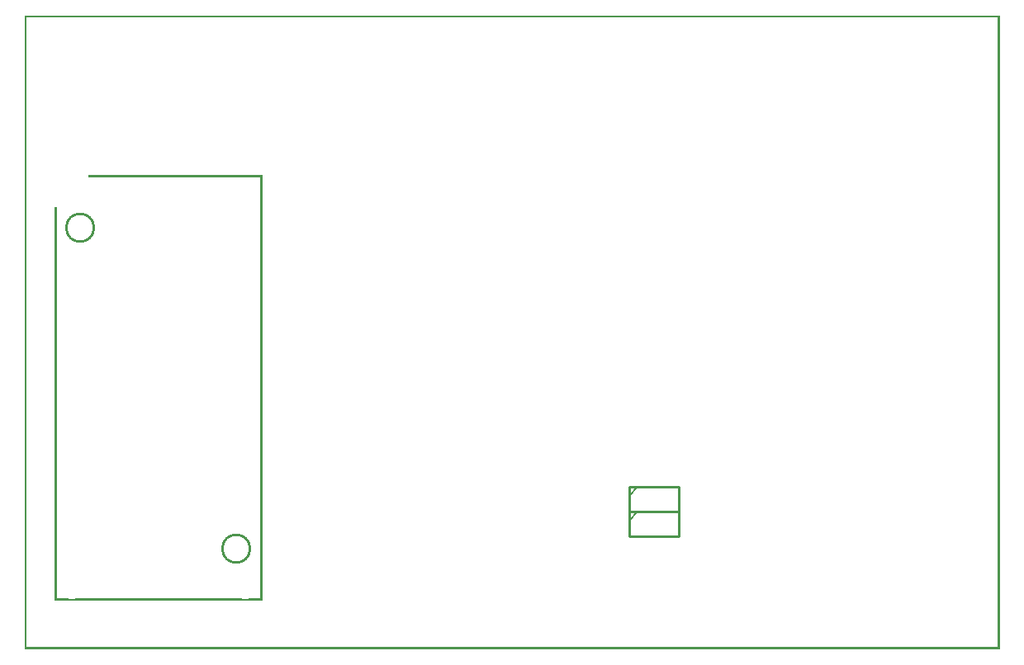
<source format=gbo>
G04 MADE WITH FRITZING*
G04 WWW.FRITZING.ORG*
G04 SINGLE SIDED*
G04 HOLES NOT PLATED*
G04 CONTOUR ON CENTER OF CONTOUR VECTOR*
%ASAXBY*%
%FSLAX23Y23*%
%MOIN*%
%OFA0B0*%
%SFA1.0B1.0*%
%ADD10C,0.122047X0.102047*%
%ADD11C,0.010000*%
%ADD12C,0.005000*%
%ADD13R,0.001000X0.001000*%
%LNSILK0*%
G90*
G70*
G54D10*
X226Y1704D03*
X856Y405D03*
G54D11*
X2441Y655D02*
X2641Y655D01*
D02*
X2641Y655D02*
X2641Y555D01*
D02*
X2641Y555D02*
X2441Y555D01*
D02*
X2441Y555D02*
X2441Y655D01*
G54D12*
D02*
X2476Y655D02*
X2441Y620D01*
G54D11*
D02*
X2441Y555D02*
X2641Y555D01*
D02*
X2641Y555D02*
X2641Y455D01*
D02*
X2641Y455D02*
X2441Y455D01*
D02*
X2441Y455D02*
X2441Y555D01*
G54D12*
D02*
X2476Y555D02*
X2441Y520D01*
G54D13*
X0Y2559D02*
X3936Y2559D01*
X0Y2558D02*
X3936Y2558D01*
X0Y2557D02*
X3936Y2557D01*
X0Y2556D02*
X3936Y2556D01*
X0Y2555D02*
X3936Y2555D01*
X0Y2554D02*
X3936Y2554D01*
X0Y2553D02*
X3936Y2553D01*
X0Y2552D02*
X3936Y2552D01*
X0Y2551D02*
X7Y2551D01*
X3929Y2551D02*
X3936Y2551D01*
X0Y2550D02*
X7Y2550D01*
X3929Y2550D02*
X3936Y2550D01*
X0Y2549D02*
X7Y2549D01*
X3929Y2549D02*
X3936Y2549D01*
X0Y2548D02*
X7Y2548D01*
X3929Y2548D02*
X3936Y2548D01*
X0Y2547D02*
X7Y2547D01*
X3929Y2547D02*
X3936Y2547D01*
X0Y2546D02*
X7Y2546D01*
X3929Y2546D02*
X3936Y2546D01*
X0Y2545D02*
X7Y2545D01*
X3929Y2545D02*
X3936Y2545D01*
X0Y2544D02*
X7Y2544D01*
X3929Y2544D02*
X3936Y2544D01*
X0Y2543D02*
X7Y2543D01*
X3929Y2543D02*
X3936Y2543D01*
X0Y2542D02*
X7Y2542D01*
X3929Y2542D02*
X3936Y2542D01*
X0Y2541D02*
X7Y2541D01*
X3929Y2541D02*
X3936Y2541D01*
X0Y2540D02*
X7Y2540D01*
X3929Y2540D02*
X3936Y2540D01*
X0Y2539D02*
X7Y2539D01*
X3929Y2539D02*
X3936Y2539D01*
X0Y2538D02*
X7Y2538D01*
X3929Y2538D02*
X3936Y2538D01*
X0Y2537D02*
X7Y2537D01*
X3929Y2537D02*
X3936Y2537D01*
X0Y2536D02*
X7Y2536D01*
X3929Y2536D02*
X3936Y2536D01*
X0Y2535D02*
X7Y2535D01*
X3929Y2535D02*
X3936Y2535D01*
X0Y2534D02*
X7Y2534D01*
X3929Y2534D02*
X3936Y2534D01*
X0Y2533D02*
X7Y2533D01*
X3929Y2533D02*
X3936Y2533D01*
X0Y2532D02*
X7Y2532D01*
X3929Y2532D02*
X3936Y2532D01*
X0Y2531D02*
X7Y2531D01*
X3929Y2531D02*
X3936Y2531D01*
X0Y2530D02*
X7Y2530D01*
X3929Y2530D02*
X3936Y2530D01*
X0Y2529D02*
X7Y2529D01*
X3929Y2529D02*
X3936Y2529D01*
X0Y2528D02*
X7Y2528D01*
X3929Y2528D02*
X3936Y2528D01*
X0Y2527D02*
X7Y2527D01*
X3929Y2527D02*
X3936Y2527D01*
X0Y2526D02*
X7Y2526D01*
X3929Y2526D02*
X3936Y2526D01*
X0Y2525D02*
X7Y2525D01*
X3929Y2525D02*
X3936Y2525D01*
X0Y2524D02*
X7Y2524D01*
X3929Y2524D02*
X3936Y2524D01*
X0Y2523D02*
X7Y2523D01*
X3929Y2523D02*
X3936Y2523D01*
X0Y2522D02*
X7Y2522D01*
X3929Y2522D02*
X3936Y2522D01*
X0Y2521D02*
X7Y2521D01*
X3929Y2521D02*
X3936Y2521D01*
X0Y2520D02*
X7Y2520D01*
X3929Y2520D02*
X3936Y2520D01*
X0Y2519D02*
X7Y2519D01*
X3929Y2519D02*
X3936Y2519D01*
X0Y2518D02*
X7Y2518D01*
X3929Y2518D02*
X3936Y2518D01*
X0Y2517D02*
X7Y2517D01*
X3929Y2517D02*
X3936Y2517D01*
X0Y2516D02*
X7Y2516D01*
X3929Y2516D02*
X3936Y2516D01*
X0Y2515D02*
X7Y2515D01*
X3929Y2515D02*
X3936Y2515D01*
X0Y2514D02*
X7Y2514D01*
X3929Y2514D02*
X3936Y2514D01*
X0Y2513D02*
X7Y2513D01*
X3929Y2513D02*
X3936Y2513D01*
X0Y2512D02*
X7Y2512D01*
X3929Y2512D02*
X3936Y2512D01*
X0Y2511D02*
X7Y2511D01*
X3929Y2511D02*
X3936Y2511D01*
X0Y2510D02*
X7Y2510D01*
X3929Y2510D02*
X3936Y2510D01*
X0Y2509D02*
X7Y2509D01*
X3929Y2509D02*
X3936Y2509D01*
X0Y2508D02*
X7Y2508D01*
X3929Y2508D02*
X3936Y2508D01*
X0Y2507D02*
X7Y2507D01*
X3929Y2507D02*
X3936Y2507D01*
X0Y2506D02*
X7Y2506D01*
X3929Y2506D02*
X3936Y2506D01*
X0Y2505D02*
X7Y2505D01*
X3929Y2505D02*
X3936Y2505D01*
X0Y2504D02*
X7Y2504D01*
X3929Y2504D02*
X3936Y2504D01*
X0Y2503D02*
X7Y2503D01*
X3929Y2503D02*
X3936Y2503D01*
X0Y2502D02*
X7Y2502D01*
X3929Y2502D02*
X3936Y2502D01*
X0Y2501D02*
X7Y2501D01*
X3929Y2501D02*
X3936Y2501D01*
X0Y2500D02*
X7Y2500D01*
X3929Y2500D02*
X3936Y2500D01*
X0Y2499D02*
X7Y2499D01*
X3929Y2499D02*
X3936Y2499D01*
X0Y2498D02*
X7Y2498D01*
X3929Y2498D02*
X3936Y2498D01*
X0Y2497D02*
X7Y2497D01*
X3929Y2497D02*
X3936Y2497D01*
X0Y2496D02*
X7Y2496D01*
X3929Y2496D02*
X3936Y2496D01*
X0Y2495D02*
X7Y2495D01*
X3929Y2495D02*
X3936Y2495D01*
X0Y2494D02*
X7Y2494D01*
X3929Y2494D02*
X3936Y2494D01*
X0Y2493D02*
X7Y2493D01*
X3929Y2493D02*
X3936Y2493D01*
X0Y2492D02*
X7Y2492D01*
X3929Y2492D02*
X3936Y2492D01*
X0Y2491D02*
X7Y2491D01*
X3929Y2491D02*
X3936Y2491D01*
X0Y2490D02*
X7Y2490D01*
X3929Y2490D02*
X3936Y2490D01*
X0Y2489D02*
X7Y2489D01*
X3929Y2489D02*
X3936Y2489D01*
X0Y2488D02*
X7Y2488D01*
X3929Y2488D02*
X3936Y2488D01*
X0Y2487D02*
X7Y2487D01*
X3929Y2487D02*
X3936Y2487D01*
X0Y2486D02*
X7Y2486D01*
X3929Y2486D02*
X3936Y2486D01*
X0Y2485D02*
X7Y2485D01*
X3929Y2485D02*
X3936Y2485D01*
X0Y2484D02*
X7Y2484D01*
X3929Y2484D02*
X3936Y2484D01*
X0Y2483D02*
X7Y2483D01*
X3929Y2483D02*
X3936Y2483D01*
X0Y2482D02*
X7Y2482D01*
X3929Y2482D02*
X3936Y2482D01*
X0Y2481D02*
X7Y2481D01*
X3929Y2481D02*
X3936Y2481D01*
X0Y2480D02*
X7Y2480D01*
X3929Y2480D02*
X3936Y2480D01*
X0Y2479D02*
X7Y2479D01*
X3929Y2479D02*
X3936Y2479D01*
X0Y2478D02*
X7Y2478D01*
X3929Y2478D02*
X3936Y2478D01*
X0Y2477D02*
X7Y2477D01*
X3929Y2477D02*
X3936Y2477D01*
X0Y2476D02*
X7Y2476D01*
X3929Y2476D02*
X3936Y2476D01*
X0Y2475D02*
X7Y2475D01*
X3929Y2475D02*
X3936Y2475D01*
X0Y2474D02*
X7Y2474D01*
X3929Y2474D02*
X3936Y2474D01*
X0Y2473D02*
X7Y2473D01*
X3929Y2473D02*
X3936Y2473D01*
X0Y2472D02*
X7Y2472D01*
X3929Y2472D02*
X3936Y2472D01*
X0Y2471D02*
X7Y2471D01*
X3929Y2471D02*
X3936Y2471D01*
X0Y2470D02*
X7Y2470D01*
X3929Y2470D02*
X3936Y2470D01*
X0Y2469D02*
X7Y2469D01*
X3929Y2469D02*
X3936Y2469D01*
X0Y2468D02*
X7Y2468D01*
X3929Y2468D02*
X3936Y2468D01*
X0Y2467D02*
X7Y2467D01*
X3929Y2467D02*
X3936Y2467D01*
X0Y2466D02*
X7Y2466D01*
X3929Y2466D02*
X3936Y2466D01*
X0Y2465D02*
X7Y2465D01*
X3929Y2465D02*
X3936Y2465D01*
X0Y2464D02*
X7Y2464D01*
X3929Y2464D02*
X3936Y2464D01*
X0Y2463D02*
X7Y2463D01*
X3929Y2463D02*
X3936Y2463D01*
X0Y2462D02*
X7Y2462D01*
X3929Y2462D02*
X3936Y2462D01*
X0Y2461D02*
X7Y2461D01*
X3929Y2461D02*
X3936Y2461D01*
X0Y2460D02*
X7Y2460D01*
X3929Y2460D02*
X3936Y2460D01*
X0Y2459D02*
X7Y2459D01*
X3929Y2459D02*
X3936Y2459D01*
X0Y2458D02*
X7Y2458D01*
X3929Y2458D02*
X3936Y2458D01*
X0Y2457D02*
X7Y2457D01*
X3929Y2457D02*
X3936Y2457D01*
X0Y2456D02*
X7Y2456D01*
X3929Y2456D02*
X3936Y2456D01*
X0Y2455D02*
X7Y2455D01*
X3929Y2455D02*
X3936Y2455D01*
X0Y2454D02*
X7Y2454D01*
X3929Y2454D02*
X3936Y2454D01*
X0Y2453D02*
X7Y2453D01*
X3929Y2453D02*
X3936Y2453D01*
X0Y2452D02*
X7Y2452D01*
X3929Y2452D02*
X3936Y2452D01*
X0Y2451D02*
X7Y2451D01*
X3929Y2451D02*
X3936Y2451D01*
X0Y2450D02*
X7Y2450D01*
X3929Y2450D02*
X3936Y2450D01*
X0Y2449D02*
X7Y2449D01*
X3929Y2449D02*
X3936Y2449D01*
X0Y2448D02*
X7Y2448D01*
X3929Y2448D02*
X3936Y2448D01*
X0Y2447D02*
X7Y2447D01*
X3929Y2447D02*
X3936Y2447D01*
X0Y2446D02*
X7Y2446D01*
X3929Y2446D02*
X3936Y2446D01*
X0Y2445D02*
X7Y2445D01*
X3929Y2445D02*
X3936Y2445D01*
X0Y2444D02*
X7Y2444D01*
X3929Y2444D02*
X3936Y2444D01*
X0Y2443D02*
X7Y2443D01*
X3929Y2443D02*
X3936Y2443D01*
X0Y2442D02*
X7Y2442D01*
X3929Y2442D02*
X3936Y2442D01*
X0Y2441D02*
X7Y2441D01*
X3929Y2441D02*
X3936Y2441D01*
X0Y2440D02*
X7Y2440D01*
X3929Y2440D02*
X3936Y2440D01*
X0Y2439D02*
X7Y2439D01*
X3929Y2439D02*
X3936Y2439D01*
X0Y2438D02*
X7Y2438D01*
X3929Y2438D02*
X3936Y2438D01*
X0Y2437D02*
X7Y2437D01*
X3929Y2437D02*
X3936Y2437D01*
X0Y2436D02*
X7Y2436D01*
X3929Y2436D02*
X3936Y2436D01*
X0Y2435D02*
X7Y2435D01*
X3929Y2435D02*
X3936Y2435D01*
X0Y2434D02*
X7Y2434D01*
X3929Y2434D02*
X3936Y2434D01*
X0Y2433D02*
X7Y2433D01*
X3929Y2433D02*
X3936Y2433D01*
X0Y2432D02*
X7Y2432D01*
X3929Y2432D02*
X3936Y2432D01*
X0Y2431D02*
X7Y2431D01*
X3929Y2431D02*
X3936Y2431D01*
X0Y2430D02*
X7Y2430D01*
X3929Y2430D02*
X3936Y2430D01*
X0Y2429D02*
X7Y2429D01*
X3929Y2429D02*
X3936Y2429D01*
X0Y2428D02*
X7Y2428D01*
X3929Y2428D02*
X3936Y2428D01*
X0Y2427D02*
X7Y2427D01*
X3929Y2427D02*
X3936Y2427D01*
X0Y2426D02*
X7Y2426D01*
X3929Y2426D02*
X3936Y2426D01*
X0Y2425D02*
X7Y2425D01*
X3929Y2425D02*
X3936Y2425D01*
X0Y2424D02*
X7Y2424D01*
X3929Y2424D02*
X3936Y2424D01*
X0Y2423D02*
X7Y2423D01*
X3929Y2423D02*
X3936Y2423D01*
X0Y2422D02*
X7Y2422D01*
X3929Y2422D02*
X3936Y2422D01*
X0Y2421D02*
X7Y2421D01*
X3929Y2421D02*
X3936Y2421D01*
X0Y2420D02*
X7Y2420D01*
X3929Y2420D02*
X3936Y2420D01*
X0Y2419D02*
X7Y2419D01*
X3929Y2419D02*
X3936Y2419D01*
X0Y2418D02*
X7Y2418D01*
X3929Y2418D02*
X3936Y2418D01*
X0Y2417D02*
X7Y2417D01*
X3929Y2417D02*
X3936Y2417D01*
X0Y2416D02*
X7Y2416D01*
X3929Y2416D02*
X3936Y2416D01*
X0Y2415D02*
X7Y2415D01*
X3929Y2415D02*
X3936Y2415D01*
X0Y2414D02*
X7Y2414D01*
X3929Y2414D02*
X3936Y2414D01*
X0Y2413D02*
X7Y2413D01*
X3929Y2413D02*
X3936Y2413D01*
X0Y2412D02*
X7Y2412D01*
X3929Y2412D02*
X3936Y2412D01*
X0Y2411D02*
X7Y2411D01*
X3929Y2411D02*
X3936Y2411D01*
X0Y2410D02*
X7Y2410D01*
X3929Y2410D02*
X3936Y2410D01*
X0Y2409D02*
X7Y2409D01*
X3929Y2409D02*
X3936Y2409D01*
X0Y2408D02*
X7Y2408D01*
X3929Y2408D02*
X3936Y2408D01*
X0Y2407D02*
X7Y2407D01*
X3929Y2407D02*
X3936Y2407D01*
X0Y2406D02*
X7Y2406D01*
X3929Y2406D02*
X3936Y2406D01*
X0Y2405D02*
X7Y2405D01*
X3929Y2405D02*
X3936Y2405D01*
X0Y2404D02*
X7Y2404D01*
X3929Y2404D02*
X3936Y2404D01*
X0Y2403D02*
X7Y2403D01*
X3929Y2403D02*
X3936Y2403D01*
X0Y2402D02*
X7Y2402D01*
X3929Y2402D02*
X3936Y2402D01*
X0Y2401D02*
X7Y2401D01*
X3929Y2401D02*
X3936Y2401D01*
X0Y2400D02*
X7Y2400D01*
X3929Y2400D02*
X3936Y2400D01*
X0Y2399D02*
X7Y2399D01*
X3929Y2399D02*
X3936Y2399D01*
X0Y2398D02*
X7Y2398D01*
X3929Y2398D02*
X3936Y2398D01*
X0Y2397D02*
X7Y2397D01*
X3929Y2397D02*
X3936Y2397D01*
X0Y2396D02*
X7Y2396D01*
X3929Y2396D02*
X3936Y2396D01*
X0Y2395D02*
X7Y2395D01*
X3929Y2395D02*
X3936Y2395D01*
X0Y2394D02*
X7Y2394D01*
X3929Y2394D02*
X3936Y2394D01*
X0Y2393D02*
X7Y2393D01*
X3929Y2393D02*
X3936Y2393D01*
X0Y2392D02*
X7Y2392D01*
X3929Y2392D02*
X3936Y2392D01*
X0Y2391D02*
X7Y2391D01*
X3929Y2391D02*
X3936Y2391D01*
X0Y2390D02*
X7Y2390D01*
X3929Y2390D02*
X3936Y2390D01*
X0Y2389D02*
X7Y2389D01*
X3929Y2389D02*
X3936Y2389D01*
X0Y2388D02*
X7Y2388D01*
X3929Y2388D02*
X3936Y2388D01*
X0Y2387D02*
X7Y2387D01*
X3929Y2387D02*
X3936Y2387D01*
X0Y2386D02*
X7Y2386D01*
X3929Y2386D02*
X3936Y2386D01*
X0Y2385D02*
X7Y2385D01*
X3929Y2385D02*
X3936Y2385D01*
X0Y2384D02*
X7Y2384D01*
X3929Y2384D02*
X3936Y2384D01*
X0Y2383D02*
X7Y2383D01*
X3929Y2383D02*
X3936Y2383D01*
X0Y2382D02*
X7Y2382D01*
X3929Y2382D02*
X3936Y2382D01*
X0Y2381D02*
X7Y2381D01*
X3929Y2381D02*
X3936Y2381D01*
X0Y2380D02*
X7Y2380D01*
X3929Y2380D02*
X3936Y2380D01*
X0Y2379D02*
X7Y2379D01*
X3929Y2379D02*
X3936Y2379D01*
X0Y2378D02*
X7Y2378D01*
X3929Y2378D02*
X3936Y2378D01*
X0Y2377D02*
X7Y2377D01*
X3929Y2377D02*
X3936Y2377D01*
X0Y2376D02*
X7Y2376D01*
X3929Y2376D02*
X3936Y2376D01*
X0Y2375D02*
X7Y2375D01*
X3929Y2375D02*
X3936Y2375D01*
X0Y2374D02*
X7Y2374D01*
X3929Y2374D02*
X3936Y2374D01*
X0Y2373D02*
X7Y2373D01*
X3929Y2373D02*
X3936Y2373D01*
X0Y2372D02*
X7Y2372D01*
X3929Y2372D02*
X3936Y2372D01*
X0Y2371D02*
X7Y2371D01*
X3929Y2371D02*
X3936Y2371D01*
X0Y2370D02*
X7Y2370D01*
X3929Y2370D02*
X3936Y2370D01*
X0Y2369D02*
X7Y2369D01*
X3929Y2369D02*
X3936Y2369D01*
X0Y2368D02*
X7Y2368D01*
X3929Y2368D02*
X3936Y2368D01*
X0Y2367D02*
X7Y2367D01*
X3929Y2367D02*
X3936Y2367D01*
X0Y2366D02*
X7Y2366D01*
X3929Y2366D02*
X3936Y2366D01*
X0Y2365D02*
X7Y2365D01*
X3929Y2365D02*
X3936Y2365D01*
X0Y2364D02*
X7Y2364D01*
X3929Y2364D02*
X3936Y2364D01*
X0Y2363D02*
X7Y2363D01*
X3929Y2363D02*
X3936Y2363D01*
X0Y2362D02*
X7Y2362D01*
X3929Y2362D02*
X3936Y2362D01*
X0Y2361D02*
X7Y2361D01*
X3929Y2361D02*
X3936Y2361D01*
X0Y2360D02*
X7Y2360D01*
X3929Y2360D02*
X3936Y2360D01*
X0Y2359D02*
X7Y2359D01*
X3929Y2359D02*
X3936Y2359D01*
X0Y2358D02*
X7Y2358D01*
X3929Y2358D02*
X3936Y2358D01*
X0Y2357D02*
X7Y2357D01*
X3929Y2357D02*
X3936Y2357D01*
X0Y2356D02*
X7Y2356D01*
X3929Y2356D02*
X3936Y2356D01*
X0Y2355D02*
X7Y2355D01*
X3929Y2355D02*
X3936Y2355D01*
X0Y2354D02*
X7Y2354D01*
X3929Y2354D02*
X3936Y2354D01*
X0Y2353D02*
X7Y2353D01*
X3929Y2353D02*
X3936Y2353D01*
X0Y2352D02*
X7Y2352D01*
X3929Y2352D02*
X3936Y2352D01*
X0Y2351D02*
X7Y2351D01*
X3929Y2351D02*
X3936Y2351D01*
X0Y2350D02*
X7Y2350D01*
X3929Y2350D02*
X3936Y2350D01*
X0Y2349D02*
X7Y2349D01*
X3929Y2349D02*
X3936Y2349D01*
X0Y2348D02*
X7Y2348D01*
X3929Y2348D02*
X3936Y2348D01*
X0Y2347D02*
X7Y2347D01*
X3929Y2347D02*
X3936Y2347D01*
X0Y2346D02*
X7Y2346D01*
X3929Y2346D02*
X3936Y2346D01*
X0Y2345D02*
X7Y2345D01*
X3929Y2345D02*
X3936Y2345D01*
X0Y2344D02*
X7Y2344D01*
X3929Y2344D02*
X3936Y2344D01*
X0Y2343D02*
X7Y2343D01*
X3929Y2343D02*
X3936Y2343D01*
X0Y2342D02*
X7Y2342D01*
X3929Y2342D02*
X3936Y2342D01*
X0Y2341D02*
X7Y2341D01*
X3929Y2341D02*
X3936Y2341D01*
X0Y2340D02*
X7Y2340D01*
X3929Y2340D02*
X3936Y2340D01*
X0Y2339D02*
X7Y2339D01*
X3929Y2339D02*
X3936Y2339D01*
X0Y2338D02*
X7Y2338D01*
X3929Y2338D02*
X3936Y2338D01*
X0Y2337D02*
X7Y2337D01*
X3929Y2337D02*
X3936Y2337D01*
X0Y2336D02*
X7Y2336D01*
X3929Y2336D02*
X3936Y2336D01*
X0Y2335D02*
X7Y2335D01*
X3929Y2335D02*
X3936Y2335D01*
X0Y2334D02*
X7Y2334D01*
X3929Y2334D02*
X3936Y2334D01*
X0Y2333D02*
X7Y2333D01*
X3929Y2333D02*
X3936Y2333D01*
X0Y2332D02*
X7Y2332D01*
X3929Y2332D02*
X3936Y2332D01*
X0Y2331D02*
X7Y2331D01*
X3929Y2331D02*
X3936Y2331D01*
X0Y2330D02*
X7Y2330D01*
X3929Y2330D02*
X3936Y2330D01*
X0Y2329D02*
X7Y2329D01*
X3929Y2329D02*
X3936Y2329D01*
X0Y2328D02*
X7Y2328D01*
X3929Y2328D02*
X3936Y2328D01*
X0Y2327D02*
X7Y2327D01*
X3929Y2327D02*
X3936Y2327D01*
X0Y2326D02*
X7Y2326D01*
X3929Y2326D02*
X3936Y2326D01*
X0Y2325D02*
X7Y2325D01*
X3929Y2325D02*
X3936Y2325D01*
X0Y2324D02*
X7Y2324D01*
X3929Y2324D02*
X3936Y2324D01*
X0Y2323D02*
X7Y2323D01*
X3929Y2323D02*
X3936Y2323D01*
X0Y2322D02*
X7Y2322D01*
X3929Y2322D02*
X3936Y2322D01*
X0Y2321D02*
X7Y2321D01*
X3929Y2321D02*
X3936Y2321D01*
X0Y2320D02*
X7Y2320D01*
X3929Y2320D02*
X3936Y2320D01*
X0Y2319D02*
X7Y2319D01*
X3929Y2319D02*
X3936Y2319D01*
X0Y2318D02*
X7Y2318D01*
X3929Y2318D02*
X3936Y2318D01*
X0Y2317D02*
X7Y2317D01*
X3929Y2317D02*
X3936Y2317D01*
X0Y2316D02*
X7Y2316D01*
X3929Y2316D02*
X3936Y2316D01*
X0Y2315D02*
X7Y2315D01*
X3929Y2315D02*
X3936Y2315D01*
X0Y2314D02*
X7Y2314D01*
X3929Y2314D02*
X3936Y2314D01*
X0Y2313D02*
X7Y2313D01*
X3929Y2313D02*
X3936Y2313D01*
X0Y2312D02*
X7Y2312D01*
X3929Y2312D02*
X3936Y2312D01*
X0Y2311D02*
X7Y2311D01*
X3929Y2311D02*
X3936Y2311D01*
X0Y2310D02*
X7Y2310D01*
X3929Y2310D02*
X3936Y2310D01*
X0Y2309D02*
X7Y2309D01*
X3929Y2309D02*
X3936Y2309D01*
X0Y2308D02*
X7Y2308D01*
X3929Y2308D02*
X3936Y2308D01*
X0Y2307D02*
X7Y2307D01*
X3929Y2307D02*
X3936Y2307D01*
X0Y2306D02*
X7Y2306D01*
X3929Y2306D02*
X3936Y2306D01*
X0Y2305D02*
X7Y2305D01*
X3929Y2305D02*
X3936Y2305D01*
X0Y2304D02*
X7Y2304D01*
X3929Y2304D02*
X3936Y2304D01*
X0Y2303D02*
X7Y2303D01*
X3929Y2303D02*
X3936Y2303D01*
X0Y2302D02*
X7Y2302D01*
X3929Y2302D02*
X3936Y2302D01*
X0Y2301D02*
X7Y2301D01*
X3929Y2301D02*
X3936Y2301D01*
X0Y2300D02*
X7Y2300D01*
X3929Y2300D02*
X3936Y2300D01*
X0Y2299D02*
X7Y2299D01*
X3929Y2299D02*
X3936Y2299D01*
X0Y2298D02*
X7Y2298D01*
X3929Y2298D02*
X3936Y2298D01*
X0Y2297D02*
X7Y2297D01*
X3929Y2297D02*
X3936Y2297D01*
X0Y2296D02*
X7Y2296D01*
X3929Y2296D02*
X3936Y2296D01*
X0Y2295D02*
X7Y2295D01*
X3929Y2295D02*
X3936Y2295D01*
X0Y2294D02*
X7Y2294D01*
X3929Y2294D02*
X3936Y2294D01*
X0Y2293D02*
X7Y2293D01*
X3929Y2293D02*
X3936Y2293D01*
X0Y2292D02*
X7Y2292D01*
X3929Y2292D02*
X3936Y2292D01*
X0Y2291D02*
X7Y2291D01*
X3929Y2291D02*
X3936Y2291D01*
X0Y2290D02*
X7Y2290D01*
X3929Y2290D02*
X3936Y2290D01*
X0Y2289D02*
X7Y2289D01*
X3929Y2289D02*
X3936Y2289D01*
X0Y2288D02*
X7Y2288D01*
X3929Y2288D02*
X3936Y2288D01*
X0Y2287D02*
X7Y2287D01*
X3929Y2287D02*
X3936Y2287D01*
X0Y2286D02*
X7Y2286D01*
X3929Y2286D02*
X3936Y2286D01*
X0Y2285D02*
X7Y2285D01*
X3929Y2285D02*
X3936Y2285D01*
X0Y2284D02*
X7Y2284D01*
X3929Y2284D02*
X3936Y2284D01*
X0Y2283D02*
X7Y2283D01*
X3929Y2283D02*
X3936Y2283D01*
X0Y2282D02*
X7Y2282D01*
X3929Y2282D02*
X3936Y2282D01*
X0Y2281D02*
X7Y2281D01*
X3929Y2281D02*
X3936Y2281D01*
X0Y2280D02*
X7Y2280D01*
X3929Y2280D02*
X3936Y2280D01*
X0Y2279D02*
X7Y2279D01*
X3929Y2279D02*
X3936Y2279D01*
X0Y2278D02*
X7Y2278D01*
X3929Y2278D02*
X3936Y2278D01*
X0Y2277D02*
X7Y2277D01*
X3929Y2277D02*
X3936Y2277D01*
X0Y2276D02*
X7Y2276D01*
X3929Y2276D02*
X3936Y2276D01*
X0Y2275D02*
X7Y2275D01*
X3929Y2275D02*
X3936Y2275D01*
X0Y2274D02*
X7Y2274D01*
X3929Y2274D02*
X3936Y2274D01*
X0Y2273D02*
X7Y2273D01*
X3929Y2273D02*
X3936Y2273D01*
X0Y2272D02*
X7Y2272D01*
X3929Y2272D02*
X3936Y2272D01*
X0Y2271D02*
X7Y2271D01*
X3929Y2271D02*
X3936Y2271D01*
X0Y2270D02*
X7Y2270D01*
X3929Y2270D02*
X3936Y2270D01*
X0Y2269D02*
X7Y2269D01*
X3929Y2269D02*
X3936Y2269D01*
X0Y2268D02*
X7Y2268D01*
X3929Y2268D02*
X3936Y2268D01*
X0Y2267D02*
X7Y2267D01*
X3929Y2267D02*
X3936Y2267D01*
X0Y2266D02*
X7Y2266D01*
X3929Y2266D02*
X3936Y2266D01*
X0Y2265D02*
X7Y2265D01*
X3929Y2265D02*
X3936Y2265D01*
X0Y2264D02*
X7Y2264D01*
X3929Y2264D02*
X3936Y2264D01*
X0Y2263D02*
X7Y2263D01*
X3929Y2263D02*
X3936Y2263D01*
X0Y2262D02*
X7Y2262D01*
X3929Y2262D02*
X3936Y2262D01*
X0Y2261D02*
X7Y2261D01*
X3929Y2261D02*
X3936Y2261D01*
X0Y2260D02*
X7Y2260D01*
X3929Y2260D02*
X3936Y2260D01*
X0Y2259D02*
X7Y2259D01*
X3929Y2259D02*
X3936Y2259D01*
X0Y2258D02*
X7Y2258D01*
X3929Y2258D02*
X3936Y2258D01*
X0Y2257D02*
X7Y2257D01*
X3929Y2257D02*
X3936Y2257D01*
X0Y2256D02*
X7Y2256D01*
X3929Y2256D02*
X3936Y2256D01*
X0Y2255D02*
X7Y2255D01*
X3929Y2255D02*
X3936Y2255D01*
X0Y2254D02*
X7Y2254D01*
X3929Y2254D02*
X3936Y2254D01*
X0Y2253D02*
X7Y2253D01*
X3929Y2253D02*
X3936Y2253D01*
X0Y2252D02*
X7Y2252D01*
X3929Y2252D02*
X3936Y2252D01*
X0Y2251D02*
X7Y2251D01*
X3929Y2251D02*
X3936Y2251D01*
X0Y2250D02*
X7Y2250D01*
X3929Y2250D02*
X3936Y2250D01*
X0Y2249D02*
X7Y2249D01*
X3929Y2249D02*
X3936Y2249D01*
X0Y2248D02*
X7Y2248D01*
X3929Y2248D02*
X3936Y2248D01*
X0Y2247D02*
X7Y2247D01*
X3929Y2247D02*
X3936Y2247D01*
X0Y2246D02*
X7Y2246D01*
X3929Y2246D02*
X3936Y2246D01*
X0Y2245D02*
X7Y2245D01*
X3929Y2245D02*
X3936Y2245D01*
X0Y2244D02*
X7Y2244D01*
X3929Y2244D02*
X3936Y2244D01*
X0Y2243D02*
X7Y2243D01*
X3929Y2243D02*
X3936Y2243D01*
X0Y2242D02*
X7Y2242D01*
X3929Y2242D02*
X3936Y2242D01*
X0Y2241D02*
X7Y2241D01*
X3929Y2241D02*
X3936Y2241D01*
X0Y2240D02*
X7Y2240D01*
X3929Y2240D02*
X3936Y2240D01*
X0Y2239D02*
X7Y2239D01*
X3929Y2239D02*
X3936Y2239D01*
X0Y2238D02*
X7Y2238D01*
X3929Y2238D02*
X3936Y2238D01*
X0Y2237D02*
X7Y2237D01*
X3929Y2237D02*
X3936Y2237D01*
X0Y2236D02*
X7Y2236D01*
X3929Y2236D02*
X3936Y2236D01*
X0Y2235D02*
X7Y2235D01*
X3929Y2235D02*
X3936Y2235D01*
X0Y2234D02*
X7Y2234D01*
X3929Y2234D02*
X3936Y2234D01*
X0Y2233D02*
X7Y2233D01*
X3929Y2233D02*
X3936Y2233D01*
X0Y2232D02*
X7Y2232D01*
X3929Y2232D02*
X3936Y2232D01*
X0Y2231D02*
X7Y2231D01*
X3929Y2231D02*
X3936Y2231D01*
X0Y2230D02*
X7Y2230D01*
X3929Y2230D02*
X3936Y2230D01*
X0Y2229D02*
X7Y2229D01*
X3929Y2229D02*
X3936Y2229D01*
X0Y2228D02*
X7Y2228D01*
X3929Y2228D02*
X3936Y2228D01*
X0Y2227D02*
X7Y2227D01*
X3929Y2227D02*
X3936Y2227D01*
X0Y2226D02*
X7Y2226D01*
X3929Y2226D02*
X3936Y2226D01*
X0Y2225D02*
X7Y2225D01*
X3929Y2225D02*
X3936Y2225D01*
X0Y2224D02*
X7Y2224D01*
X3929Y2224D02*
X3936Y2224D01*
X0Y2223D02*
X7Y2223D01*
X3929Y2223D02*
X3936Y2223D01*
X0Y2222D02*
X7Y2222D01*
X3929Y2222D02*
X3936Y2222D01*
X0Y2221D02*
X7Y2221D01*
X3929Y2221D02*
X3936Y2221D01*
X0Y2220D02*
X7Y2220D01*
X3929Y2220D02*
X3936Y2220D01*
X0Y2219D02*
X7Y2219D01*
X3929Y2219D02*
X3936Y2219D01*
X0Y2218D02*
X7Y2218D01*
X3929Y2218D02*
X3936Y2218D01*
X0Y2217D02*
X7Y2217D01*
X3929Y2217D02*
X3936Y2217D01*
X0Y2216D02*
X7Y2216D01*
X3929Y2216D02*
X3936Y2216D01*
X0Y2215D02*
X7Y2215D01*
X3929Y2215D02*
X3936Y2215D01*
X0Y2214D02*
X7Y2214D01*
X3929Y2214D02*
X3936Y2214D01*
X0Y2213D02*
X7Y2213D01*
X3929Y2213D02*
X3936Y2213D01*
X0Y2212D02*
X7Y2212D01*
X3929Y2212D02*
X3936Y2212D01*
X0Y2211D02*
X7Y2211D01*
X3929Y2211D02*
X3936Y2211D01*
X0Y2210D02*
X7Y2210D01*
X3929Y2210D02*
X3936Y2210D01*
X0Y2209D02*
X7Y2209D01*
X3929Y2209D02*
X3936Y2209D01*
X0Y2208D02*
X7Y2208D01*
X3929Y2208D02*
X3936Y2208D01*
X0Y2207D02*
X7Y2207D01*
X3929Y2207D02*
X3936Y2207D01*
X0Y2206D02*
X7Y2206D01*
X3929Y2206D02*
X3936Y2206D01*
X0Y2205D02*
X7Y2205D01*
X3929Y2205D02*
X3936Y2205D01*
X0Y2204D02*
X7Y2204D01*
X3929Y2204D02*
X3936Y2204D01*
X0Y2203D02*
X7Y2203D01*
X3929Y2203D02*
X3936Y2203D01*
X0Y2202D02*
X7Y2202D01*
X3929Y2202D02*
X3936Y2202D01*
X0Y2201D02*
X7Y2201D01*
X3929Y2201D02*
X3936Y2201D01*
X0Y2200D02*
X7Y2200D01*
X3929Y2200D02*
X3936Y2200D01*
X0Y2199D02*
X7Y2199D01*
X3929Y2199D02*
X3936Y2199D01*
X0Y2198D02*
X7Y2198D01*
X3929Y2198D02*
X3936Y2198D01*
X0Y2197D02*
X7Y2197D01*
X3929Y2197D02*
X3936Y2197D01*
X0Y2196D02*
X7Y2196D01*
X3929Y2196D02*
X3936Y2196D01*
X0Y2195D02*
X7Y2195D01*
X3929Y2195D02*
X3936Y2195D01*
X0Y2194D02*
X7Y2194D01*
X3929Y2194D02*
X3936Y2194D01*
X0Y2193D02*
X7Y2193D01*
X3929Y2193D02*
X3936Y2193D01*
X0Y2192D02*
X7Y2192D01*
X3929Y2192D02*
X3936Y2192D01*
X0Y2191D02*
X7Y2191D01*
X3929Y2191D02*
X3936Y2191D01*
X0Y2190D02*
X7Y2190D01*
X3929Y2190D02*
X3936Y2190D01*
X0Y2189D02*
X7Y2189D01*
X3929Y2189D02*
X3936Y2189D01*
X0Y2188D02*
X7Y2188D01*
X3929Y2188D02*
X3936Y2188D01*
X0Y2187D02*
X7Y2187D01*
X3929Y2187D02*
X3936Y2187D01*
X0Y2186D02*
X7Y2186D01*
X3929Y2186D02*
X3936Y2186D01*
X0Y2185D02*
X7Y2185D01*
X3929Y2185D02*
X3936Y2185D01*
X0Y2184D02*
X7Y2184D01*
X3929Y2184D02*
X3936Y2184D01*
X0Y2183D02*
X7Y2183D01*
X3929Y2183D02*
X3936Y2183D01*
X0Y2182D02*
X7Y2182D01*
X3929Y2182D02*
X3936Y2182D01*
X0Y2181D02*
X7Y2181D01*
X3929Y2181D02*
X3936Y2181D01*
X0Y2180D02*
X7Y2180D01*
X3929Y2180D02*
X3936Y2180D01*
X0Y2179D02*
X7Y2179D01*
X3929Y2179D02*
X3936Y2179D01*
X0Y2178D02*
X7Y2178D01*
X3929Y2178D02*
X3936Y2178D01*
X0Y2177D02*
X7Y2177D01*
X3929Y2177D02*
X3936Y2177D01*
X0Y2176D02*
X7Y2176D01*
X3929Y2176D02*
X3936Y2176D01*
X0Y2175D02*
X7Y2175D01*
X3929Y2175D02*
X3936Y2175D01*
X0Y2174D02*
X7Y2174D01*
X3929Y2174D02*
X3936Y2174D01*
X0Y2173D02*
X7Y2173D01*
X3929Y2173D02*
X3936Y2173D01*
X0Y2172D02*
X7Y2172D01*
X3929Y2172D02*
X3936Y2172D01*
X0Y2171D02*
X7Y2171D01*
X3929Y2171D02*
X3936Y2171D01*
X0Y2170D02*
X7Y2170D01*
X3929Y2170D02*
X3936Y2170D01*
X0Y2169D02*
X7Y2169D01*
X3929Y2169D02*
X3936Y2169D01*
X0Y2168D02*
X7Y2168D01*
X3929Y2168D02*
X3936Y2168D01*
X0Y2167D02*
X7Y2167D01*
X3929Y2167D02*
X3936Y2167D01*
X0Y2166D02*
X7Y2166D01*
X3929Y2166D02*
X3936Y2166D01*
X0Y2165D02*
X7Y2165D01*
X3929Y2165D02*
X3936Y2165D01*
X0Y2164D02*
X7Y2164D01*
X3929Y2164D02*
X3936Y2164D01*
X0Y2163D02*
X7Y2163D01*
X3929Y2163D02*
X3936Y2163D01*
X0Y2162D02*
X7Y2162D01*
X3929Y2162D02*
X3936Y2162D01*
X0Y2161D02*
X7Y2161D01*
X3929Y2161D02*
X3936Y2161D01*
X0Y2160D02*
X7Y2160D01*
X3929Y2160D02*
X3936Y2160D01*
X0Y2159D02*
X7Y2159D01*
X3929Y2159D02*
X3936Y2159D01*
X0Y2158D02*
X7Y2158D01*
X3929Y2158D02*
X3936Y2158D01*
X0Y2157D02*
X7Y2157D01*
X3929Y2157D02*
X3936Y2157D01*
X0Y2156D02*
X7Y2156D01*
X3929Y2156D02*
X3936Y2156D01*
X0Y2155D02*
X7Y2155D01*
X3929Y2155D02*
X3936Y2155D01*
X0Y2154D02*
X7Y2154D01*
X3929Y2154D02*
X3936Y2154D01*
X0Y2153D02*
X7Y2153D01*
X3929Y2153D02*
X3936Y2153D01*
X0Y2152D02*
X7Y2152D01*
X3929Y2152D02*
X3936Y2152D01*
X0Y2151D02*
X7Y2151D01*
X3929Y2151D02*
X3936Y2151D01*
X0Y2150D02*
X7Y2150D01*
X3929Y2150D02*
X3936Y2150D01*
X0Y2149D02*
X7Y2149D01*
X3929Y2149D02*
X3936Y2149D01*
X0Y2148D02*
X7Y2148D01*
X3929Y2148D02*
X3936Y2148D01*
X0Y2147D02*
X7Y2147D01*
X3929Y2147D02*
X3936Y2147D01*
X0Y2146D02*
X7Y2146D01*
X3929Y2146D02*
X3936Y2146D01*
X0Y2145D02*
X7Y2145D01*
X3929Y2145D02*
X3936Y2145D01*
X0Y2144D02*
X7Y2144D01*
X3929Y2144D02*
X3936Y2144D01*
X0Y2143D02*
X7Y2143D01*
X3929Y2143D02*
X3936Y2143D01*
X0Y2142D02*
X7Y2142D01*
X3929Y2142D02*
X3936Y2142D01*
X0Y2141D02*
X7Y2141D01*
X3929Y2141D02*
X3936Y2141D01*
X0Y2140D02*
X7Y2140D01*
X3929Y2140D02*
X3936Y2140D01*
X0Y2139D02*
X7Y2139D01*
X3929Y2139D02*
X3936Y2139D01*
X0Y2138D02*
X7Y2138D01*
X3929Y2138D02*
X3936Y2138D01*
X0Y2137D02*
X7Y2137D01*
X3929Y2137D02*
X3936Y2137D01*
X0Y2136D02*
X7Y2136D01*
X3929Y2136D02*
X3936Y2136D01*
X0Y2135D02*
X7Y2135D01*
X3929Y2135D02*
X3936Y2135D01*
X0Y2134D02*
X7Y2134D01*
X3929Y2134D02*
X3936Y2134D01*
X0Y2133D02*
X7Y2133D01*
X3929Y2133D02*
X3936Y2133D01*
X0Y2132D02*
X7Y2132D01*
X3929Y2132D02*
X3936Y2132D01*
X0Y2131D02*
X7Y2131D01*
X3929Y2131D02*
X3936Y2131D01*
X0Y2130D02*
X7Y2130D01*
X3929Y2130D02*
X3936Y2130D01*
X0Y2129D02*
X7Y2129D01*
X3929Y2129D02*
X3936Y2129D01*
X0Y2128D02*
X7Y2128D01*
X3929Y2128D02*
X3936Y2128D01*
X0Y2127D02*
X7Y2127D01*
X3929Y2127D02*
X3936Y2127D01*
X0Y2126D02*
X7Y2126D01*
X3929Y2126D02*
X3936Y2126D01*
X0Y2125D02*
X7Y2125D01*
X3929Y2125D02*
X3936Y2125D01*
X0Y2124D02*
X7Y2124D01*
X3929Y2124D02*
X3936Y2124D01*
X0Y2123D02*
X7Y2123D01*
X3929Y2123D02*
X3936Y2123D01*
X0Y2122D02*
X7Y2122D01*
X3929Y2122D02*
X3936Y2122D01*
X0Y2121D02*
X7Y2121D01*
X3929Y2121D02*
X3936Y2121D01*
X0Y2120D02*
X7Y2120D01*
X3929Y2120D02*
X3936Y2120D01*
X0Y2119D02*
X7Y2119D01*
X3929Y2119D02*
X3936Y2119D01*
X0Y2118D02*
X7Y2118D01*
X3929Y2118D02*
X3936Y2118D01*
X0Y2117D02*
X7Y2117D01*
X3929Y2117D02*
X3936Y2117D01*
X0Y2116D02*
X7Y2116D01*
X3929Y2116D02*
X3936Y2116D01*
X0Y2115D02*
X7Y2115D01*
X3929Y2115D02*
X3936Y2115D01*
X0Y2114D02*
X7Y2114D01*
X3929Y2114D02*
X3936Y2114D01*
X0Y2113D02*
X7Y2113D01*
X3929Y2113D02*
X3936Y2113D01*
X0Y2112D02*
X7Y2112D01*
X3929Y2112D02*
X3936Y2112D01*
X0Y2111D02*
X7Y2111D01*
X3929Y2111D02*
X3936Y2111D01*
X0Y2110D02*
X7Y2110D01*
X3929Y2110D02*
X3936Y2110D01*
X0Y2109D02*
X7Y2109D01*
X3929Y2109D02*
X3936Y2109D01*
X0Y2108D02*
X7Y2108D01*
X3929Y2108D02*
X3936Y2108D01*
X0Y2107D02*
X7Y2107D01*
X3929Y2107D02*
X3936Y2107D01*
X0Y2106D02*
X7Y2106D01*
X3929Y2106D02*
X3936Y2106D01*
X0Y2105D02*
X7Y2105D01*
X3929Y2105D02*
X3936Y2105D01*
X0Y2104D02*
X7Y2104D01*
X3929Y2104D02*
X3936Y2104D01*
X0Y2103D02*
X7Y2103D01*
X3929Y2103D02*
X3936Y2103D01*
X0Y2102D02*
X7Y2102D01*
X3929Y2102D02*
X3936Y2102D01*
X0Y2101D02*
X7Y2101D01*
X3929Y2101D02*
X3936Y2101D01*
X0Y2100D02*
X7Y2100D01*
X3929Y2100D02*
X3936Y2100D01*
X0Y2099D02*
X7Y2099D01*
X3929Y2099D02*
X3936Y2099D01*
X0Y2098D02*
X7Y2098D01*
X3929Y2098D02*
X3936Y2098D01*
X0Y2097D02*
X7Y2097D01*
X3929Y2097D02*
X3936Y2097D01*
X0Y2096D02*
X7Y2096D01*
X3929Y2096D02*
X3936Y2096D01*
X0Y2095D02*
X7Y2095D01*
X3929Y2095D02*
X3936Y2095D01*
X0Y2094D02*
X7Y2094D01*
X3929Y2094D02*
X3936Y2094D01*
X0Y2093D02*
X7Y2093D01*
X3929Y2093D02*
X3936Y2093D01*
X0Y2092D02*
X7Y2092D01*
X3929Y2092D02*
X3936Y2092D01*
X0Y2091D02*
X7Y2091D01*
X3929Y2091D02*
X3936Y2091D01*
X0Y2090D02*
X7Y2090D01*
X3929Y2090D02*
X3936Y2090D01*
X0Y2089D02*
X7Y2089D01*
X3929Y2089D02*
X3936Y2089D01*
X0Y2088D02*
X7Y2088D01*
X3929Y2088D02*
X3936Y2088D01*
X0Y2087D02*
X7Y2087D01*
X3929Y2087D02*
X3936Y2087D01*
X0Y2086D02*
X7Y2086D01*
X3929Y2086D02*
X3936Y2086D01*
X0Y2085D02*
X7Y2085D01*
X3929Y2085D02*
X3936Y2085D01*
X0Y2084D02*
X7Y2084D01*
X3929Y2084D02*
X3936Y2084D01*
X0Y2083D02*
X7Y2083D01*
X3929Y2083D02*
X3936Y2083D01*
X0Y2082D02*
X7Y2082D01*
X3929Y2082D02*
X3936Y2082D01*
X0Y2081D02*
X7Y2081D01*
X3929Y2081D02*
X3936Y2081D01*
X0Y2080D02*
X7Y2080D01*
X3929Y2080D02*
X3936Y2080D01*
X0Y2079D02*
X7Y2079D01*
X3929Y2079D02*
X3936Y2079D01*
X0Y2078D02*
X7Y2078D01*
X3929Y2078D02*
X3936Y2078D01*
X0Y2077D02*
X7Y2077D01*
X3929Y2077D02*
X3936Y2077D01*
X0Y2076D02*
X7Y2076D01*
X3929Y2076D02*
X3936Y2076D01*
X0Y2075D02*
X7Y2075D01*
X3929Y2075D02*
X3936Y2075D01*
X0Y2074D02*
X7Y2074D01*
X3929Y2074D02*
X3936Y2074D01*
X0Y2073D02*
X7Y2073D01*
X3929Y2073D02*
X3936Y2073D01*
X0Y2072D02*
X7Y2072D01*
X3929Y2072D02*
X3936Y2072D01*
X0Y2071D02*
X7Y2071D01*
X3929Y2071D02*
X3936Y2071D01*
X0Y2070D02*
X7Y2070D01*
X3929Y2070D02*
X3936Y2070D01*
X0Y2069D02*
X7Y2069D01*
X3929Y2069D02*
X3936Y2069D01*
X0Y2068D02*
X7Y2068D01*
X3929Y2068D02*
X3936Y2068D01*
X0Y2067D02*
X7Y2067D01*
X3929Y2067D02*
X3936Y2067D01*
X0Y2066D02*
X7Y2066D01*
X3929Y2066D02*
X3936Y2066D01*
X0Y2065D02*
X7Y2065D01*
X3929Y2065D02*
X3936Y2065D01*
X0Y2064D02*
X7Y2064D01*
X3929Y2064D02*
X3936Y2064D01*
X0Y2063D02*
X7Y2063D01*
X3929Y2063D02*
X3936Y2063D01*
X0Y2062D02*
X7Y2062D01*
X3929Y2062D02*
X3936Y2062D01*
X0Y2061D02*
X7Y2061D01*
X3929Y2061D02*
X3936Y2061D01*
X0Y2060D02*
X7Y2060D01*
X3929Y2060D02*
X3936Y2060D01*
X0Y2059D02*
X7Y2059D01*
X3929Y2059D02*
X3936Y2059D01*
X0Y2058D02*
X7Y2058D01*
X3929Y2058D02*
X3936Y2058D01*
X0Y2057D02*
X7Y2057D01*
X3929Y2057D02*
X3936Y2057D01*
X0Y2056D02*
X7Y2056D01*
X3929Y2056D02*
X3936Y2056D01*
X0Y2055D02*
X7Y2055D01*
X3929Y2055D02*
X3936Y2055D01*
X0Y2054D02*
X7Y2054D01*
X3929Y2054D02*
X3936Y2054D01*
X0Y2053D02*
X7Y2053D01*
X3929Y2053D02*
X3936Y2053D01*
X0Y2052D02*
X7Y2052D01*
X3929Y2052D02*
X3936Y2052D01*
X0Y2051D02*
X7Y2051D01*
X3929Y2051D02*
X3936Y2051D01*
X0Y2050D02*
X7Y2050D01*
X3929Y2050D02*
X3936Y2050D01*
X0Y2049D02*
X7Y2049D01*
X3929Y2049D02*
X3936Y2049D01*
X0Y2048D02*
X7Y2048D01*
X3929Y2048D02*
X3936Y2048D01*
X0Y2047D02*
X7Y2047D01*
X3929Y2047D02*
X3936Y2047D01*
X0Y2046D02*
X7Y2046D01*
X3929Y2046D02*
X3936Y2046D01*
X0Y2045D02*
X7Y2045D01*
X3929Y2045D02*
X3936Y2045D01*
X0Y2044D02*
X7Y2044D01*
X3929Y2044D02*
X3936Y2044D01*
X0Y2043D02*
X7Y2043D01*
X3929Y2043D02*
X3936Y2043D01*
X0Y2042D02*
X7Y2042D01*
X3929Y2042D02*
X3936Y2042D01*
X0Y2041D02*
X7Y2041D01*
X3929Y2041D02*
X3936Y2041D01*
X0Y2040D02*
X7Y2040D01*
X3929Y2040D02*
X3936Y2040D01*
X0Y2039D02*
X7Y2039D01*
X3929Y2039D02*
X3936Y2039D01*
X0Y2038D02*
X7Y2038D01*
X3929Y2038D02*
X3936Y2038D01*
X0Y2037D02*
X7Y2037D01*
X3929Y2037D02*
X3936Y2037D01*
X0Y2036D02*
X7Y2036D01*
X3929Y2036D02*
X3936Y2036D01*
X0Y2035D02*
X7Y2035D01*
X3929Y2035D02*
X3936Y2035D01*
X0Y2034D02*
X7Y2034D01*
X3929Y2034D02*
X3936Y2034D01*
X0Y2033D02*
X7Y2033D01*
X3929Y2033D02*
X3936Y2033D01*
X0Y2032D02*
X7Y2032D01*
X3929Y2032D02*
X3936Y2032D01*
X0Y2031D02*
X7Y2031D01*
X3929Y2031D02*
X3936Y2031D01*
X0Y2030D02*
X7Y2030D01*
X3929Y2030D02*
X3936Y2030D01*
X0Y2029D02*
X7Y2029D01*
X3929Y2029D02*
X3936Y2029D01*
X0Y2028D02*
X7Y2028D01*
X3929Y2028D02*
X3936Y2028D01*
X0Y2027D02*
X7Y2027D01*
X3929Y2027D02*
X3936Y2027D01*
X0Y2026D02*
X7Y2026D01*
X3929Y2026D02*
X3936Y2026D01*
X0Y2025D02*
X7Y2025D01*
X3929Y2025D02*
X3936Y2025D01*
X0Y2024D02*
X7Y2024D01*
X3929Y2024D02*
X3936Y2024D01*
X0Y2023D02*
X7Y2023D01*
X3929Y2023D02*
X3936Y2023D01*
X0Y2022D02*
X7Y2022D01*
X3929Y2022D02*
X3936Y2022D01*
X0Y2021D02*
X7Y2021D01*
X3929Y2021D02*
X3936Y2021D01*
X0Y2020D02*
X7Y2020D01*
X3929Y2020D02*
X3936Y2020D01*
X0Y2019D02*
X7Y2019D01*
X3929Y2019D02*
X3936Y2019D01*
X0Y2018D02*
X7Y2018D01*
X3929Y2018D02*
X3936Y2018D01*
X0Y2017D02*
X7Y2017D01*
X3929Y2017D02*
X3936Y2017D01*
X0Y2016D02*
X7Y2016D01*
X3929Y2016D02*
X3936Y2016D01*
X0Y2015D02*
X7Y2015D01*
X3929Y2015D02*
X3936Y2015D01*
X0Y2014D02*
X7Y2014D01*
X3929Y2014D02*
X3936Y2014D01*
X0Y2013D02*
X7Y2013D01*
X3929Y2013D02*
X3936Y2013D01*
X0Y2012D02*
X7Y2012D01*
X3929Y2012D02*
X3936Y2012D01*
X0Y2011D02*
X7Y2011D01*
X3929Y2011D02*
X3936Y2011D01*
X0Y2010D02*
X7Y2010D01*
X3929Y2010D02*
X3936Y2010D01*
X0Y2009D02*
X7Y2009D01*
X3929Y2009D02*
X3936Y2009D01*
X0Y2008D02*
X7Y2008D01*
X3929Y2008D02*
X3936Y2008D01*
X0Y2007D02*
X7Y2007D01*
X3929Y2007D02*
X3936Y2007D01*
X0Y2006D02*
X7Y2006D01*
X3929Y2006D02*
X3936Y2006D01*
X0Y2005D02*
X7Y2005D01*
X3929Y2005D02*
X3936Y2005D01*
X0Y2004D02*
X7Y2004D01*
X3929Y2004D02*
X3936Y2004D01*
X0Y2003D02*
X7Y2003D01*
X3929Y2003D02*
X3936Y2003D01*
X0Y2002D02*
X7Y2002D01*
X3929Y2002D02*
X3936Y2002D01*
X0Y2001D02*
X7Y2001D01*
X3929Y2001D02*
X3936Y2001D01*
X0Y2000D02*
X7Y2000D01*
X3929Y2000D02*
X3936Y2000D01*
X0Y1999D02*
X7Y1999D01*
X3929Y1999D02*
X3936Y1999D01*
X0Y1998D02*
X7Y1998D01*
X3929Y1998D02*
X3936Y1998D01*
X0Y1997D02*
X7Y1997D01*
X3929Y1997D02*
X3936Y1997D01*
X0Y1996D02*
X7Y1996D01*
X3929Y1996D02*
X3936Y1996D01*
X0Y1995D02*
X7Y1995D01*
X3929Y1995D02*
X3936Y1995D01*
X0Y1994D02*
X7Y1994D01*
X3929Y1994D02*
X3936Y1994D01*
X0Y1993D02*
X7Y1993D01*
X3929Y1993D02*
X3936Y1993D01*
X0Y1992D02*
X7Y1992D01*
X3929Y1992D02*
X3936Y1992D01*
X0Y1991D02*
X7Y1991D01*
X3929Y1991D02*
X3936Y1991D01*
X0Y1990D02*
X7Y1990D01*
X3929Y1990D02*
X3936Y1990D01*
X0Y1989D02*
X7Y1989D01*
X3929Y1989D02*
X3936Y1989D01*
X0Y1988D02*
X7Y1988D01*
X3929Y1988D02*
X3936Y1988D01*
X0Y1987D02*
X7Y1987D01*
X3929Y1987D02*
X3936Y1987D01*
X0Y1986D02*
X7Y1986D01*
X3929Y1986D02*
X3936Y1986D01*
X0Y1985D02*
X7Y1985D01*
X3929Y1985D02*
X3936Y1985D01*
X0Y1984D02*
X7Y1984D01*
X3929Y1984D02*
X3936Y1984D01*
X0Y1983D02*
X7Y1983D01*
X3929Y1983D02*
X3936Y1983D01*
X0Y1982D02*
X7Y1982D01*
X3929Y1982D02*
X3936Y1982D01*
X0Y1981D02*
X7Y1981D01*
X3929Y1981D02*
X3936Y1981D01*
X0Y1980D02*
X7Y1980D01*
X3929Y1980D02*
X3936Y1980D01*
X0Y1979D02*
X7Y1979D01*
X3929Y1979D02*
X3936Y1979D01*
X0Y1978D02*
X7Y1978D01*
X3929Y1978D02*
X3936Y1978D01*
X0Y1977D02*
X7Y1977D01*
X3929Y1977D02*
X3936Y1977D01*
X0Y1976D02*
X7Y1976D01*
X3929Y1976D02*
X3936Y1976D01*
X0Y1975D02*
X7Y1975D01*
X3929Y1975D02*
X3936Y1975D01*
X0Y1974D02*
X7Y1974D01*
X3929Y1974D02*
X3936Y1974D01*
X0Y1973D02*
X7Y1973D01*
X3929Y1973D02*
X3936Y1973D01*
X0Y1972D02*
X7Y1972D01*
X3929Y1972D02*
X3936Y1972D01*
X0Y1971D02*
X7Y1971D01*
X3929Y1971D02*
X3936Y1971D01*
X0Y1970D02*
X7Y1970D01*
X3929Y1970D02*
X3936Y1970D01*
X0Y1969D02*
X7Y1969D01*
X3929Y1969D02*
X3936Y1969D01*
X0Y1968D02*
X7Y1968D01*
X3929Y1968D02*
X3936Y1968D01*
X0Y1967D02*
X7Y1967D01*
X3929Y1967D02*
X3936Y1967D01*
X0Y1966D02*
X7Y1966D01*
X3929Y1966D02*
X3936Y1966D01*
X0Y1965D02*
X7Y1965D01*
X3929Y1965D02*
X3936Y1965D01*
X0Y1964D02*
X7Y1964D01*
X3929Y1964D02*
X3936Y1964D01*
X0Y1963D02*
X7Y1963D01*
X3929Y1963D02*
X3936Y1963D01*
X0Y1962D02*
X7Y1962D01*
X3929Y1962D02*
X3936Y1962D01*
X0Y1961D02*
X7Y1961D01*
X3929Y1961D02*
X3936Y1961D01*
X0Y1960D02*
X7Y1960D01*
X3929Y1960D02*
X3936Y1960D01*
X0Y1959D02*
X7Y1959D01*
X3929Y1959D02*
X3936Y1959D01*
X0Y1958D02*
X7Y1958D01*
X3929Y1958D02*
X3936Y1958D01*
X0Y1957D02*
X7Y1957D01*
X3929Y1957D02*
X3936Y1957D01*
X0Y1956D02*
X7Y1956D01*
X3929Y1956D02*
X3936Y1956D01*
X0Y1955D02*
X7Y1955D01*
X3929Y1955D02*
X3936Y1955D01*
X0Y1954D02*
X7Y1954D01*
X3929Y1954D02*
X3936Y1954D01*
X0Y1953D02*
X7Y1953D01*
X3929Y1953D02*
X3936Y1953D01*
X0Y1952D02*
X7Y1952D01*
X3929Y1952D02*
X3936Y1952D01*
X0Y1951D02*
X7Y1951D01*
X3929Y1951D02*
X3936Y1951D01*
X0Y1950D02*
X7Y1950D01*
X3929Y1950D02*
X3936Y1950D01*
X0Y1949D02*
X7Y1949D01*
X3929Y1949D02*
X3936Y1949D01*
X0Y1948D02*
X7Y1948D01*
X3929Y1948D02*
X3936Y1948D01*
X0Y1947D02*
X7Y1947D01*
X3929Y1947D02*
X3936Y1947D01*
X0Y1946D02*
X7Y1946D01*
X3929Y1946D02*
X3936Y1946D01*
X0Y1945D02*
X7Y1945D01*
X3929Y1945D02*
X3936Y1945D01*
X0Y1944D02*
X7Y1944D01*
X3929Y1944D02*
X3936Y1944D01*
X0Y1943D02*
X7Y1943D01*
X3929Y1943D02*
X3936Y1943D01*
X0Y1942D02*
X7Y1942D01*
X3929Y1942D02*
X3936Y1942D01*
X0Y1941D02*
X7Y1941D01*
X3929Y1941D02*
X3936Y1941D01*
X0Y1940D02*
X7Y1940D01*
X3929Y1940D02*
X3936Y1940D01*
X0Y1939D02*
X7Y1939D01*
X3929Y1939D02*
X3936Y1939D01*
X0Y1938D02*
X7Y1938D01*
X3929Y1938D02*
X3936Y1938D01*
X0Y1937D02*
X7Y1937D01*
X3929Y1937D02*
X3936Y1937D01*
X0Y1936D02*
X7Y1936D01*
X3929Y1936D02*
X3936Y1936D01*
X0Y1935D02*
X7Y1935D01*
X3929Y1935D02*
X3936Y1935D01*
X0Y1934D02*
X7Y1934D01*
X3929Y1934D02*
X3936Y1934D01*
X0Y1933D02*
X7Y1933D01*
X3929Y1933D02*
X3936Y1933D01*
X0Y1932D02*
X7Y1932D01*
X3929Y1932D02*
X3936Y1932D01*
X0Y1931D02*
X7Y1931D01*
X3929Y1931D02*
X3936Y1931D01*
X0Y1930D02*
X7Y1930D01*
X3929Y1930D02*
X3936Y1930D01*
X0Y1929D02*
X7Y1929D01*
X3929Y1929D02*
X3936Y1929D01*
X0Y1928D02*
X7Y1928D01*
X3929Y1928D02*
X3936Y1928D01*
X0Y1927D02*
X7Y1927D01*
X3929Y1927D02*
X3936Y1927D01*
X0Y1926D02*
X7Y1926D01*
X3929Y1926D02*
X3936Y1926D01*
X0Y1925D02*
X7Y1925D01*
X3929Y1925D02*
X3936Y1925D01*
X0Y1924D02*
X7Y1924D01*
X3929Y1924D02*
X3936Y1924D01*
X0Y1923D02*
X7Y1923D01*
X3929Y1923D02*
X3936Y1923D01*
X0Y1922D02*
X7Y1922D01*
X3929Y1922D02*
X3936Y1922D01*
X0Y1921D02*
X7Y1921D01*
X3929Y1921D02*
X3936Y1921D01*
X0Y1920D02*
X7Y1920D01*
X3929Y1920D02*
X3936Y1920D01*
X0Y1919D02*
X7Y1919D01*
X3929Y1919D02*
X3936Y1919D01*
X0Y1918D02*
X7Y1918D01*
X3929Y1918D02*
X3936Y1918D01*
X0Y1917D02*
X7Y1917D01*
X3929Y1917D02*
X3936Y1917D01*
X0Y1916D02*
X7Y1916D01*
X3929Y1916D02*
X3936Y1916D01*
X0Y1915D02*
X7Y1915D01*
X121Y1915D02*
X122Y1915D01*
X259Y1915D02*
X960Y1915D01*
X3929Y1915D02*
X3936Y1915D01*
X0Y1914D02*
X7Y1914D01*
X121Y1914D02*
X122Y1914D01*
X259Y1914D02*
X960Y1914D01*
X3929Y1914D02*
X3936Y1914D01*
X0Y1913D02*
X7Y1913D01*
X121Y1913D02*
X122Y1913D01*
X259Y1913D02*
X960Y1913D01*
X3929Y1913D02*
X3936Y1913D01*
X0Y1912D02*
X7Y1912D01*
X121Y1912D02*
X122Y1912D01*
X259Y1912D02*
X960Y1912D01*
X3929Y1912D02*
X3936Y1912D01*
X0Y1911D02*
X7Y1911D01*
X121Y1911D02*
X122Y1911D01*
X259Y1911D02*
X960Y1911D01*
X3929Y1911D02*
X3936Y1911D01*
X0Y1910D02*
X7Y1910D01*
X121Y1910D02*
X122Y1910D01*
X259Y1910D02*
X960Y1910D01*
X3929Y1910D02*
X3936Y1910D01*
X0Y1909D02*
X7Y1909D01*
X121Y1909D02*
X122Y1909D01*
X259Y1909D02*
X960Y1909D01*
X3929Y1909D02*
X3936Y1909D01*
X0Y1908D02*
X7Y1908D01*
X121Y1908D02*
X122Y1908D01*
X259Y1908D02*
X960Y1908D01*
X3929Y1908D02*
X3936Y1908D01*
X0Y1907D02*
X7Y1907D01*
X121Y1907D02*
X122Y1907D01*
X259Y1907D02*
X884Y1907D01*
X897Y1907D02*
X960Y1907D01*
X3929Y1907D02*
X3936Y1907D01*
X0Y1906D02*
X7Y1906D01*
X121Y1906D02*
X122Y1906D01*
X259Y1906D02*
X878Y1906D01*
X903Y1906D02*
X960Y1906D01*
X3929Y1906D02*
X3936Y1906D01*
X0Y1905D02*
X7Y1905D01*
X121Y1905D02*
X122Y1905D01*
X951Y1905D02*
X960Y1905D01*
X3929Y1905D02*
X3936Y1905D01*
X0Y1904D02*
X7Y1904D01*
X121Y1904D02*
X122Y1904D01*
X951Y1904D02*
X960Y1904D01*
X3929Y1904D02*
X3936Y1904D01*
X0Y1903D02*
X7Y1903D01*
X121Y1903D02*
X122Y1903D01*
X951Y1903D02*
X960Y1903D01*
X3929Y1903D02*
X3936Y1903D01*
X0Y1902D02*
X7Y1902D01*
X121Y1902D02*
X122Y1902D01*
X951Y1902D02*
X960Y1902D01*
X3929Y1902D02*
X3936Y1902D01*
X0Y1901D02*
X7Y1901D01*
X121Y1901D02*
X122Y1901D01*
X951Y1901D02*
X960Y1901D01*
X3929Y1901D02*
X3936Y1901D01*
X0Y1900D02*
X7Y1900D01*
X121Y1900D02*
X122Y1900D01*
X951Y1900D02*
X960Y1900D01*
X3929Y1900D02*
X3936Y1900D01*
X0Y1899D02*
X7Y1899D01*
X121Y1899D02*
X122Y1899D01*
X951Y1899D02*
X960Y1899D01*
X3929Y1899D02*
X3936Y1899D01*
X0Y1898D02*
X7Y1898D01*
X121Y1898D02*
X122Y1898D01*
X951Y1898D02*
X960Y1898D01*
X3929Y1898D02*
X3936Y1898D01*
X0Y1897D02*
X7Y1897D01*
X121Y1897D02*
X122Y1897D01*
X951Y1897D02*
X960Y1897D01*
X3929Y1897D02*
X3936Y1897D01*
X0Y1896D02*
X7Y1896D01*
X121Y1896D02*
X122Y1896D01*
X951Y1896D02*
X960Y1896D01*
X3929Y1896D02*
X3936Y1896D01*
X0Y1895D02*
X7Y1895D01*
X121Y1895D02*
X122Y1895D01*
X951Y1895D02*
X960Y1895D01*
X3929Y1895D02*
X3936Y1895D01*
X0Y1894D02*
X7Y1894D01*
X121Y1894D02*
X122Y1894D01*
X951Y1894D02*
X960Y1894D01*
X3929Y1894D02*
X3936Y1894D01*
X0Y1893D02*
X7Y1893D01*
X121Y1893D02*
X122Y1893D01*
X951Y1893D02*
X960Y1893D01*
X3929Y1893D02*
X3936Y1893D01*
X0Y1892D02*
X7Y1892D01*
X121Y1892D02*
X122Y1892D01*
X951Y1892D02*
X960Y1892D01*
X3929Y1892D02*
X3936Y1892D01*
X0Y1891D02*
X7Y1891D01*
X121Y1891D02*
X122Y1891D01*
X951Y1891D02*
X960Y1891D01*
X3929Y1891D02*
X3936Y1891D01*
X0Y1890D02*
X7Y1890D01*
X121Y1890D02*
X122Y1890D01*
X951Y1890D02*
X960Y1890D01*
X3929Y1890D02*
X3936Y1890D01*
X0Y1889D02*
X7Y1889D01*
X121Y1889D02*
X122Y1889D01*
X951Y1889D02*
X960Y1889D01*
X3929Y1889D02*
X3936Y1889D01*
X0Y1888D02*
X7Y1888D01*
X121Y1888D02*
X122Y1888D01*
X951Y1888D02*
X960Y1888D01*
X3929Y1888D02*
X3936Y1888D01*
X0Y1887D02*
X7Y1887D01*
X121Y1887D02*
X122Y1887D01*
X951Y1887D02*
X960Y1887D01*
X3929Y1887D02*
X3936Y1887D01*
X0Y1886D02*
X7Y1886D01*
X121Y1886D02*
X122Y1886D01*
X951Y1886D02*
X960Y1886D01*
X3929Y1886D02*
X3936Y1886D01*
X0Y1885D02*
X7Y1885D01*
X121Y1885D02*
X122Y1885D01*
X951Y1885D02*
X960Y1885D01*
X3929Y1885D02*
X3936Y1885D01*
X0Y1884D02*
X7Y1884D01*
X121Y1884D02*
X122Y1884D01*
X951Y1884D02*
X960Y1884D01*
X3929Y1884D02*
X3936Y1884D01*
X0Y1883D02*
X7Y1883D01*
X121Y1883D02*
X122Y1883D01*
X951Y1883D02*
X960Y1883D01*
X3929Y1883D02*
X3936Y1883D01*
X0Y1882D02*
X7Y1882D01*
X121Y1882D02*
X122Y1882D01*
X951Y1882D02*
X960Y1882D01*
X3929Y1882D02*
X3936Y1882D01*
X0Y1881D02*
X7Y1881D01*
X121Y1881D02*
X122Y1881D01*
X951Y1881D02*
X960Y1881D01*
X3929Y1881D02*
X3936Y1881D01*
X0Y1880D02*
X7Y1880D01*
X121Y1880D02*
X122Y1880D01*
X951Y1880D02*
X960Y1880D01*
X3929Y1880D02*
X3936Y1880D01*
X0Y1879D02*
X7Y1879D01*
X121Y1879D02*
X122Y1879D01*
X951Y1879D02*
X960Y1879D01*
X3929Y1879D02*
X3936Y1879D01*
X0Y1878D02*
X7Y1878D01*
X121Y1878D02*
X122Y1878D01*
X951Y1878D02*
X960Y1878D01*
X3929Y1878D02*
X3936Y1878D01*
X0Y1877D02*
X7Y1877D01*
X121Y1877D02*
X122Y1877D01*
X951Y1877D02*
X960Y1877D01*
X3929Y1877D02*
X3936Y1877D01*
X0Y1876D02*
X7Y1876D01*
X121Y1876D02*
X122Y1876D01*
X951Y1876D02*
X960Y1876D01*
X3929Y1876D02*
X3936Y1876D01*
X0Y1875D02*
X7Y1875D01*
X121Y1875D02*
X122Y1875D01*
X951Y1875D02*
X960Y1875D01*
X3929Y1875D02*
X3936Y1875D01*
X0Y1874D02*
X7Y1874D01*
X121Y1874D02*
X122Y1874D01*
X951Y1874D02*
X960Y1874D01*
X3929Y1874D02*
X3936Y1874D01*
X0Y1873D02*
X7Y1873D01*
X121Y1873D02*
X122Y1873D01*
X951Y1873D02*
X960Y1873D01*
X3929Y1873D02*
X3936Y1873D01*
X0Y1872D02*
X7Y1872D01*
X121Y1872D02*
X122Y1872D01*
X951Y1872D02*
X960Y1872D01*
X3929Y1872D02*
X3936Y1872D01*
X0Y1871D02*
X7Y1871D01*
X121Y1871D02*
X122Y1871D01*
X951Y1871D02*
X960Y1871D01*
X3929Y1871D02*
X3936Y1871D01*
X0Y1870D02*
X7Y1870D01*
X121Y1870D02*
X122Y1870D01*
X951Y1870D02*
X960Y1870D01*
X3929Y1870D02*
X3936Y1870D01*
X0Y1869D02*
X7Y1869D01*
X121Y1869D02*
X122Y1869D01*
X951Y1869D02*
X960Y1869D01*
X3929Y1869D02*
X3936Y1869D01*
X0Y1868D02*
X7Y1868D01*
X121Y1868D02*
X122Y1868D01*
X951Y1868D02*
X960Y1868D01*
X3929Y1868D02*
X3936Y1868D01*
X0Y1867D02*
X7Y1867D01*
X121Y1867D02*
X122Y1867D01*
X951Y1867D02*
X960Y1867D01*
X3929Y1867D02*
X3936Y1867D01*
X0Y1866D02*
X7Y1866D01*
X121Y1866D02*
X122Y1866D01*
X951Y1866D02*
X960Y1866D01*
X3929Y1866D02*
X3936Y1866D01*
X0Y1865D02*
X7Y1865D01*
X121Y1865D02*
X122Y1865D01*
X951Y1865D02*
X960Y1865D01*
X3929Y1865D02*
X3936Y1865D01*
X0Y1864D02*
X7Y1864D01*
X121Y1864D02*
X122Y1864D01*
X951Y1864D02*
X960Y1864D01*
X3929Y1864D02*
X3936Y1864D01*
X0Y1863D02*
X7Y1863D01*
X121Y1863D02*
X122Y1863D01*
X951Y1863D02*
X960Y1863D01*
X3929Y1863D02*
X3936Y1863D01*
X0Y1862D02*
X7Y1862D01*
X121Y1862D02*
X122Y1862D01*
X951Y1862D02*
X960Y1862D01*
X3929Y1862D02*
X3936Y1862D01*
X0Y1861D02*
X7Y1861D01*
X121Y1861D02*
X122Y1861D01*
X951Y1861D02*
X960Y1861D01*
X3929Y1861D02*
X3936Y1861D01*
X0Y1860D02*
X7Y1860D01*
X121Y1860D02*
X122Y1860D01*
X951Y1860D02*
X960Y1860D01*
X3929Y1860D02*
X3936Y1860D01*
X0Y1859D02*
X7Y1859D01*
X121Y1859D02*
X122Y1859D01*
X951Y1859D02*
X960Y1859D01*
X3929Y1859D02*
X3936Y1859D01*
X0Y1858D02*
X7Y1858D01*
X121Y1858D02*
X122Y1858D01*
X951Y1858D02*
X960Y1858D01*
X3929Y1858D02*
X3936Y1858D01*
X0Y1857D02*
X7Y1857D01*
X121Y1857D02*
X122Y1857D01*
X951Y1857D02*
X960Y1857D01*
X3929Y1857D02*
X3936Y1857D01*
X0Y1856D02*
X7Y1856D01*
X121Y1856D02*
X122Y1856D01*
X951Y1856D02*
X960Y1856D01*
X3929Y1856D02*
X3936Y1856D01*
X0Y1855D02*
X7Y1855D01*
X121Y1855D02*
X122Y1855D01*
X951Y1855D02*
X960Y1855D01*
X3929Y1855D02*
X3936Y1855D01*
X0Y1854D02*
X7Y1854D01*
X121Y1854D02*
X122Y1854D01*
X951Y1854D02*
X960Y1854D01*
X3929Y1854D02*
X3936Y1854D01*
X0Y1853D02*
X7Y1853D01*
X121Y1853D02*
X122Y1853D01*
X951Y1853D02*
X960Y1853D01*
X3929Y1853D02*
X3936Y1853D01*
X0Y1852D02*
X7Y1852D01*
X121Y1852D02*
X122Y1852D01*
X951Y1852D02*
X960Y1852D01*
X3929Y1852D02*
X3936Y1852D01*
X0Y1851D02*
X7Y1851D01*
X121Y1851D02*
X122Y1851D01*
X951Y1851D02*
X960Y1851D01*
X3929Y1851D02*
X3936Y1851D01*
X0Y1850D02*
X7Y1850D01*
X121Y1850D02*
X122Y1850D01*
X951Y1850D02*
X960Y1850D01*
X3929Y1850D02*
X3936Y1850D01*
X0Y1849D02*
X7Y1849D01*
X121Y1849D02*
X122Y1849D01*
X951Y1849D02*
X960Y1849D01*
X3929Y1849D02*
X3936Y1849D01*
X0Y1848D02*
X7Y1848D01*
X121Y1848D02*
X122Y1848D01*
X951Y1848D02*
X960Y1848D01*
X3929Y1848D02*
X3936Y1848D01*
X0Y1847D02*
X7Y1847D01*
X121Y1847D02*
X122Y1847D01*
X951Y1847D02*
X960Y1847D01*
X3929Y1847D02*
X3936Y1847D01*
X0Y1846D02*
X7Y1846D01*
X121Y1846D02*
X122Y1846D01*
X951Y1846D02*
X960Y1846D01*
X3929Y1846D02*
X3936Y1846D01*
X0Y1845D02*
X7Y1845D01*
X121Y1845D02*
X122Y1845D01*
X951Y1845D02*
X960Y1845D01*
X3929Y1845D02*
X3936Y1845D01*
X0Y1844D02*
X7Y1844D01*
X121Y1844D02*
X122Y1844D01*
X951Y1844D02*
X960Y1844D01*
X3929Y1844D02*
X3936Y1844D01*
X0Y1843D02*
X7Y1843D01*
X121Y1843D02*
X122Y1843D01*
X951Y1843D02*
X960Y1843D01*
X3929Y1843D02*
X3936Y1843D01*
X0Y1842D02*
X7Y1842D01*
X121Y1842D02*
X122Y1842D01*
X951Y1842D02*
X960Y1842D01*
X3929Y1842D02*
X3936Y1842D01*
X0Y1841D02*
X7Y1841D01*
X121Y1841D02*
X122Y1841D01*
X951Y1841D02*
X960Y1841D01*
X3929Y1841D02*
X3936Y1841D01*
X0Y1840D02*
X7Y1840D01*
X121Y1840D02*
X122Y1840D01*
X951Y1840D02*
X960Y1840D01*
X3929Y1840D02*
X3936Y1840D01*
X0Y1839D02*
X7Y1839D01*
X121Y1839D02*
X122Y1839D01*
X951Y1839D02*
X960Y1839D01*
X3929Y1839D02*
X3936Y1839D01*
X0Y1838D02*
X7Y1838D01*
X121Y1838D02*
X122Y1838D01*
X951Y1838D02*
X960Y1838D01*
X3929Y1838D02*
X3936Y1838D01*
X0Y1837D02*
X7Y1837D01*
X121Y1837D02*
X122Y1837D01*
X951Y1837D02*
X960Y1837D01*
X3929Y1837D02*
X3936Y1837D01*
X0Y1836D02*
X7Y1836D01*
X121Y1836D02*
X122Y1836D01*
X951Y1836D02*
X960Y1836D01*
X3929Y1836D02*
X3936Y1836D01*
X0Y1835D02*
X7Y1835D01*
X121Y1835D02*
X122Y1835D01*
X951Y1835D02*
X960Y1835D01*
X3929Y1835D02*
X3936Y1835D01*
X0Y1834D02*
X7Y1834D01*
X121Y1834D02*
X122Y1834D01*
X951Y1834D02*
X960Y1834D01*
X3929Y1834D02*
X3936Y1834D01*
X0Y1833D02*
X7Y1833D01*
X121Y1833D02*
X122Y1833D01*
X951Y1833D02*
X960Y1833D01*
X3929Y1833D02*
X3936Y1833D01*
X0Y1832D02*
X7Y1832D01*
X121Y1832D02*
X122Y1832D01*
X951Y1832D02*
X960Y1832D01*
X3929Y1832D02*
X3936Y1832D01*
X0Y1831D02*
X7Y1831D01*
X121Y1831D02*
X122Y1831D01*
X951Y1831D02*
X960Y1831D01*
X3929Y1831D02*
X3936Y1831D01*
X0Y1830D02*
X7Y1830D01*
X121Y1830D02*
X122Y1830D01*
X951Y1830D02*
X960Y1830D01*
X3929Y1830D02*
X3936Y1830D01*
X0Y1829D02*
X7Y1829D01*
X121Y1829D02*
X122Y1829D01*
X951Y1829D02*
X960Y1829D01*
X3929Y1829D02*
X3936Y1829D01*
X0Y1828D02*
X7Y1828D01*
X121Y1828D02*
X122Y1828D01*
X951Y1828D02*
X960Y1828D01*
X3929Y1828D02*
X3936Y1828D01*
X0Y1827D02*
X7Y1827D01*
X121Y1827D02*
X122Y1827D01*
X951Y1827D02*
X960Y1827D01*
X3929Y1827D02*
X3936Y1827D01*
X0Y1826D02*
X7Y1826D01*
X121Y1826D02*
X122Y1826D01*
X951Y1826D02*
X960Y1826D01*
X3929Y1826D02*
X3936Y1826D01*
X0Y1825D02*
X7Y1825D01*
X121Y1825D02*
X122Y1825D01*
X951Y1825D02*
X960Y1825D01*
X3929Y1825D02*
X3936Y1825D01*
X0Y1824D02*
X7Y1824D01*
X121Y1824D02*
X122Y1824D01*
X951Y1824D02*
X960Y1824D01*
X3929Y1824D02*
X3936Y1824D01*
X0Y1823D02*
X7Y1823D01*
X121Y1823D02*
X122Y1823D01*
X951Y1823D02*
X960Y1823D01*
X3929Y1823D02*
X3936Y1823D01*
X0Y1822D02*
X7Y1822D01*
X121Y1822D02*
X122Y1822D01*
X951Y1822D02*
X960Y1822D01*
X3929Y1822D02*
X3936Y1822D01*
X0Y1821D02*
X7Y1821D01*
X121Y1821D02*
X122Y1821D01*
X951Y1821D02*
X960Y1821D01*
X3929Y1821D02*
X3936Y1821D01*
X0Y1820D02*
X7Y1820D01*
X121Y1820D02*
X122Y1820D01*
X951Y1820D02*
X960Y1820D01*
X3929Y1820D02*
X3936Y1820D01*
X0Y1819D02*
X7Y1819D01*
X121Y1819D02*
X122Y1819D01*
X951Y1819D02*
X960Y1819D01*
X3929Y1819D02*
X3936Y1819D01*
X0Y1818D02*
X7Y1818D01*
X121Y1818D02*
X122Y1818D01*
X951Y1818D02*
X960Y1818D01*
X3929Y1818D02*
X3936Y1818D01*
X0Y1817D02*
X7Y1817D01*
X121Y1817D02*
X122Y1817D01*
X951Y1817D02*
X960Y1817D01*
X3929Y1817D02*
X3936Y1817D01*
X0Y1816D02*
X7Y1816D01*
X121Y1816D02*
X122Y1816D01*
X951Y1816D02*
X960Y1816D01*
X3929Y1816D02*
X3936Y1816D01*
X0Y1815D02*
X7Y1815D01*
X121Y1815D02*
X122Y1815D01*
X951Y1815D02*
X960Y1815D01*
X3929Y1815D02*
X3936Y1815D01*
X0Y1814D02*
X7Y1814D01*
X121Y1814D02*
X122Y1814D01*
X951Y1814D02*
X960Y1814D01*
X3929Y1814D02*
X3936Y1814D01*
X0Y1813D02*
X7Y1813D01*
X121Y1813D02*
X122Y1813D01*
X951Y1813D02*
X960Y1813D01*
X3929Y1813D02*
X3936Y1813D01*
X0Y1812D02*
X7Y1812D01*
X121Y1812D02*
X122Y1812D01*
X951Y1812D02*
X960Y1812D01*
X3929Y1812D02*
X3936Y1812D01*
X0Y1811D02*
X7Y1811D01*
X121Y1811D02*
X122Y1811D01*
X951Y1811D02*
X960Y1811D01*
X3929Y1811D02*
X3936Y1811D01*
X0Y1810D02*
X7Y1810D01*
X121Y1810D02*
X122Y1810D01*
X951Y1810D02*
X960Y1810D01*
X3929Y1810D02*
X3936Y1810D01*
X0Y1809D02*
X7Y1809D01*
X121Y1809D02*
X122Y1809D01*
X951Y1809D02*
X960Y1809D01*
X3929Y1809D02*
X3936Y1809D01*
X0Y1808D02*
X7Y1808D01*
X121Y1808D02*
X122Y1808D01*
X951Y1808D02*
X960Y1808D01*
X3929Y1808D02*
X3936Y1808D01*
X0Y1807D02*
X7Y1807D01*
X121Y1807D02*
X122Y1807D01*
X951Y1807D02*
X960Y1807D01*
X3929Y1807D02*
X3936Y1807D01*
X0Y1806D02*
X7Y1806D01*
X121Y1806D02*
X122Y1806D01*
X951Y1806D02*
X960Y1806D01*
X3929Y1806D02*
X3936Y1806D01*
X0Y1805D02*
X7Y1805D01*
X121Y1805D02*
X122Y1805D01*
X951Y1805D02*
X960Y1805D01*
X3929Y1805D02*
X3936Y1805D01*
X0Y1804D02*
X7Y1804D01*
X121Y1804D02*
X122Y1804D01*
X951Y1804D02*
X960Y1804D01*
X3929Y1804D02*
X3936Y1804D01*
X0Y1803D02*
X7Y1803D01*
X121Y1803D02*
X122Y1803D01*
X951Y1803D02*
X960Y1803D01*
X3929Y1803D02*
X3936Y1803D01*
X0Y1802D02*
X7Y1802D01*
X121Y1802D02*
X122Y1802D01*
X951Y1802D02*
X960Y1802D01*
X3929Y1802D02*
X3936Y1802D01*
X0Y1801D02*
X7Y1801D01*
X121Y1801D02*
X122Y1801D01*
X951Y1801D02*
X960Y1801D01*
X3929Y1801D02*
X3936Y1801D01*
X0Y1800D02*
X7Y1800D01*
X121Y1800D02*
X122Y1800D01*
X951Y1800D02*
X960Y1800D01*
X3929Y1800D02*
X3936Y1800D01*
X0Y1799D02*
X7Y1799D01*
X121Y1799D02*
X122Y1799D01*
X951Y1799D02*
X960Y1799D01*
X3929Y1799D02*
X3936Y1799D01*
X0Y1798D02*
X7Y1798D01*
X121Y1798D02*
X122Y1798D01*
X951Y1798D02*
X960Y1798D01*
X3929Y1798D02*
X3936Y1798D01*
X0Y1797D02*
X7Y1797D01*
X121Y1797D02*
X122Y1797D01*
X951Y1797D02*
X960Y1797D01*
X3929Y1797D02*
X3936Y1797D01*
X0Y1796D02*
X7Y1796D01*
X121Y1796D02*
X122Y1796D01*
X951Y1796D02*
X960Y1796D01*
X3929Y1796D02*
X3936Y1796D01*
X0Y1795D02*
X7Y1795D01*
X121Y1795D02*
X122Y1795D01*
X951Y1795D02*
X960Y1795D01*
X3929Y1795D02*
X3936Y1795D01*
X0Y1794D02*
X7Y1794D01*
X121Y1794D02*
X122Y1794D01*
X951Y1794D02*
X960Y1794D01*
X3929Y1794D02*
X3936Y1794D01*
X0Y1793D02*
X7Y1793D01*
X121Y1793D02*
X122Y1793D01*
X951Y1793D02*
X960Y1793D01*
X3929Y1793D02*
X3936Y1793D01*
X0Y1792D02*
X7Y1792D01*
X121Y1792D02*
X122Y1792D01*
X951Y1792D02*
X960Y1792D01*
X3929Y1792D02*
X3936Y1792D01*
X0Y1791D02*
X7Y1791D01*
X121Y1791D02*
X122Y1791D01*
X951Y1791D02*
X960Y1791D01*
X3929Y1791D02*
X3936Y1791D01*
X0Y1790D02*
X7Y1790D01*
X121Y1790D02*
X122Y1790D01*
X951Y1790D02*
X960Y1790D01*
X3929Y1790D02*
X3936Y1790D01*
X0Y1789D02*
X7Y1789D01*
X121Y1789D02*
X122Y1789D01*
X951Y1789D02*
X960Y1789D01*
X3929Y1789D02*
X3936Y1789D01*
X0Y1788D02*
X7Y1788D01*
X121Y1788D02*
X122Y1788D01*
X951Y1788D02*
X960Y1788D01*
X3929Y1788D02*
X3936Y1788D01*
X0Y1787D02*
X7Y1787D01*
X121Y1787D02*
X130Y1787D01*
X951Y1787D02*
X960Y1787D01*
X3929Y1787D02*
X3936Y1787D01*
X0Y1786D02*
X7Y1786D01*
X121Y1786D02*
X130Y1786D01*
X951Y1786D02*
X960Y1786D01*
X3929Y1786D02*
X3936Y1786D01*
X0Y1785D02*
X7Y1785D01*
X121Y1785D02*
X130Y1785D01*
X951Y1785D02*
X960Y1785D01*
X3929Y1785D02*
X3936Y1785D01*
X0Y1784D02*
X7Y1784D01*
X121Y1784D02*
X130Y1784D01*
X951Y1784D02*
X960Y1784D01*
X3929Y1784D02*
X3936Y1784D01*
X0Y1783D02*
X7Y1783D01*
X121Y1783D02*
X130Y1783D01*
X951Y1783D02*
X960Y1783D01*
X3929Y1783D02*
X3936Y1783D01*
X0Y1782D02*
X7Y1782D01*
X121Y1782D02*
X130Y1782D01*
X951Y1782D02*
X960Y1782D01*
X3929Y1782D02*
X3936Y1782D01*
X0Y1781D02*
X7Y1781D01*
X121Y1781D02*
X130Y1781D01*
X951Y1781D02*
X960Y1781D01*
X3929Y1781D02*
X3936Y1781D01*
X0Y1780D02*
X7Y1780D01*
X121Y1780D02*
X130Y1780D01*
X951Y1780D02*
X960Y1780D01*
X3929Y1780D02*
X3936Y1780D01*
X0Y1779D02*
X7Y1779D01*
X121Y1779D02*
X130Y1779D01*
X951Y1779D02*
X960Y1779D01*
X3929Y1779D02*
X3936Y1779D01*
X0Y1778D02*
X7Y1778D01*
X121Y1778D02*
X130Y1778D01*
X951Y1778D02*
X960Y1778D01*
X3929Y1778D02*
X3936Y1778D01*
X0Y1777D02*
X7Y1777D01*
X121Y1777D02*
X130Y1777D01*
X951Y1777D02*
X960Y1777D01*
X3929Y1777D02*
X3936Y1777D01*
X0Y1776D02*
X7Y1776D01*
X121Y1776D02*
X130Y1776D01*
X951Y1776D02*
X960Y1776D01*
X3929Y1776D02*
X3936Y1776D01*
X0Y1775D02*
X7Y1775D01*
X121Y1775D02*
X130Y1775D01*
X951Y1775D02*
X960Y1775D01*
X3929Y1775D02*
X3936Y1775D01*
X0Y1774D02*
X7Y1774D01*
X121Y1774D02*
X130Y1774D01*
X951Y1774D02*
X960Y1774D01*
X3929Y1774D02*
X3936Y1774D01*
X0Y1773D02*
X7Y1773D01*
X121Y1773D02*
X130Y1773D01*
X951Y1773D02*
X960Y1773D01*
X3929Y1773D02*
X3936Y1773D01*
X0Y1772D02*
X7Y1772D01*
X121Y1772D02*
X130Y1772D01*
X951Y1772D02*
X960Y1772D01*
X3929Y1772D02*
X3936Y1772D01*
X0Y1771D02*
X7Y1771D01*
X121Y1771D02*
X130Y1771D01*
X951Y1771D02*
X960Y1771D01*
X3929Y1771D02*
X3936Y1771D01*
X0Y1770D02*
X7Y1770D01*
X121Y1770D02*
X130Y1770D01*
X951Y1770D02*
X960Y1770D01*
X3929Y1770D02*
X3936Y1770D01*
X0Y1769D02*
X7Y1769D01*
X121Y1769D02*
X130Y1769D01*
X951Y1769D02*
X960Y1769D01*
X3929Y1769D02*
X3936Y1769D01*
X0Y1768D02*
X7Y1768D01*
X121Y1768D02*
X130Y1768D01*
X951Y1768D02*
X960Y1768D01*
X3929Y1768D02*
X3936Y1768D01*
X0Y1767D02*
X7Y1767D01*
X121Y1767D02*
X130Y1767D01*
X951Y1767D02*
X960Y1767D01*
X3929Y1767D02*
X3936Y1767D01*
X0Y1766D02*
X7Y1766D01*
X121Y1766D02*
X130Y1766D01*
X951Y1766D02*
X960Y1766D01*
X3929Y1766D02*
X3936Y1766D01*
X0Y1765D02*
X7Y1765D01*
X121Y1765D02*
X130Y1765D01*
X951Y1765D02*
X960Y1765D01*
X3929Y1765D02*
X3936Y1765D01*
X0Y1764D02*
X7Y1764D01*
X121Y1764D02*
X130Y1764D01*
X951Y1764D02*
X960Y1764D01*
X3929Y1764D02*
X3936Y1764D01*
X0Y1763D02*
X7Y1763D01*
X121Y1763D02*
X130Y1763D01*
X951Y1763D02*
X960Y1763D01*
X3929Y1763D02*
X3936Y1763D01*
X0Y1762D02*
X7Y1762D01*
X121Y1762D02*
X130Y1762D01*
X951Y1762D02*
X960Y1762D01*
X3929Y1762D02*
X3936Y1762D01*
X0Y1761D02*
X7Y1761D01*
X121Y1761D02*
X130Y1761D01*
X951Y1761D02*
X960Y1761D01*
X3929Y1761D02*
X3936Y1761D01*
X0Y1760D02*
X7Y1760D01*
X121Y1760D02*
X130Y1760D01*
X951Y1760D02*
X960Y1760D01*
X3929Y1760D02*
X3936Y1760D01*
X0Y1759D02*
X7Y1759D01*
X121Y1759D02*
X130Y1759D01*
X951Y1759D02*
X960Y1759D01*
X3929Y1759D02*
X3936Y1759D01*
X0Y1758D02*
X7Y1758D01*
X121Y1758D02*
X130Y1758D01*
X951Y1758D02*
X960Y1758D01*
X3929Y1758D02*
X3936Y1758D01*
X0Y1757D02*
X7Y1757D01*
X121Y1757D02*
X130Y1757D01*
X951Y1757D02*
X960Y1757D01*
X3929Y1757D02*
X3936Y1757D01*
X0Y1756D02*
X7Y1756D01*
X121Y1756D02*
X130Y1756D01*
X951Y1756D02*
X960Y1756D01*
X3929Y1756D02*
X3936Y1756D01*
X0Y1755D02*
X7Y1755D01*
X121Y1755D02*
X130Y1755D01*
X951Y1755D02*
X960Y1755D01*
X3929Y1755D02*
X3936Y1755D01*
X0Y1754D02*
X7Y1754D01*
X121Y1754D02*
X130Y1754D01*
X951Y1754D02*
X960Y1754D01*
X3929Y1754D02*
X3936Y1754D01*
X0Y1753D02*
X7Y1753D01*
X121Y1753D02*
X130Y1753D01*
X951Y1753D02*
X960Y1753D01*
X3929Y1753D02*
X3936Y1753D01*
X0Y1752D02*
X7Y1752D01*
X121Y1752D02*
X130Y1752D01*
X951Y1752D02*
X960Y1752D01*
X3929Y1752D02*
X3936Y1752D01*
X0Y1751D02*
X7Y1751D01*
X121Y1751D02*
X130Y1751D01*
X951Y1751D02*
X960Y1751D01*
X3929Y1751D02*
X3936Y1751D01*
X0Y1750D02*
X7Y1750D01*
X121Y1750D02*
X130Y1750D01*
X951Y1750D02*
X960Y1750D01*
X3929Y1750D02*
X3936Y1750D01*
X0Y1749D02*
X7Y1749D01*
X121Y1749D02*
X130Y1749D01*
X951Y1749D02*
X960Y1749D01*
X3929Y1749D02*
X3936Y1749D01*
X0Y1748D02*
X7Y1748D01*
X121Y1748D02*
X130Y1748D01*
X951Y1748D02*
X960Y1748D01*
X3929Y1748D02*
X3936Y1748D01*
X0Y1747D02*
X7Y1747D01*
X121Y1747D02*
X130Y1747D01*
X951Y1747D02*
X960Y1747D01*
X3929Y1747D02*
X3936Y1747D01*
X0Y1746D02*
X7Y1746D01*
X121Y1746D02*
X130Y1746D01*
X951Y1746D02*
X960Y1746D01*
X3929Y1746D02*
X3936Y1746D01*
X0Y1745D02*
X7Y1745D01*
X121Y1745D02*
X130Y1745D01*
X951Y1745D02*
X960Y1745D01*
X3929Y1745D02*
X3936Y1745D01*
X0Y1744D02*
X7Y1744D01*
X121Y1744D02*
X130Y1744D01*
X951Y1744D02*
X960Y1744D01*
X3929Y1744D02*
X3936Y1744D01*
X0Y1743D02*
X7Y1743D01*
X121Y1743D02*
X130Y1743D01*
X951Y1743D02*
X960Y1743D01*
X3929Y1743D02*
X3936Y1743D01*
X0Y1742D02*
X7Y1742D01*
X121Y1742D02*
X130Y1742D01*
X951Y1742D02*
X960Y1742D01*
X3929Y1742D02*
X3936Y1742D01*
X0Y1741D02*
X7Y1741D01*
X121Y1741D02*
X130Y1741D01*
X951Y1741D02*
X960Y1741D01*
X3929Y1741D02*
X3936Y1741D01*
X0Y1740D02*
X7Y1740D01*
X121Y1740D02*
X130Y1740D01*
X951Y1740D02*
X960Y1740D01*
X3929Y1740D02*
X3936Y1740D01*
X0Y1739D02*
X7Y1739D01*
X121Y1739D02*
X130Y1739D01*
X951Y1739D02*
X960Y1739D01*
X3929Y1739D02*
X3936Y1739D01*
X0Y1738D02*
X7Y1738D01*
X121Y1738D02*
X130Y1738D01*
X951Y1738D02*
X960Y1738D01*
X3929Y1738D02*
X3936Y1738D01*
X0Y1737D02*
X7Y1737D01*
X121Y1737D02*
X130Y1737D01*
X951Y1737D02*
X960Y1737D01*
X3929Y1737D02*
X3936Y1737D01*
X0Y1736D02*
X7Y1736D01*
X121Y1736D02*
X130Y1736D01*
X951Y1736D02*
X960Y1736D01*
X3929Y1736D02*
X3936Y1736D01*
X0Y1735D02*
X7Y1735D01*
X121Y1735D02*
X130Y1735D01*
X951Y1735D02*
X960Y1735D01*
X3929Y1735D02*
X3936Y1735D01*
X0Y1734D02*
X7Y1734D01*
X121Y1734D02*
X130Y1734D01*
X951Y1734D02*
X960Y1734D01*
X3929Y1734D02*
X3936Y1734D01*
X0Y1733D02*
X7Y1733D01*
X121Y1733D02*
X130Y1733D01*
X951Y1733D02*
X960Y1733D01*
X3929Y1733D02*
X3936Y1733D01*
X0Y1732D02*
X7Y1732D01*
X121Y1732D02*
X130Y1732D01*
X951Y1732D02*
X960Y1732D01*
X3929Y1732D02*
X3936Y1732D01*
X0Y1731D02*
X7Y1731D01*
X121Y1731D02*
X130Y1731D01*
X951Y1731D02*
X960Y1731D01*
X3929Y1731D02*
X3936Y1731D01*
X0Y1730D02*
X7Y1730D01*
X121Y1730D02*
X130Y1730D01*
X951Y1730D02*
X960Y1730D01*
X3929Y1730D02*
X3936Y1730D01*
X0Y1729D02*
X7Y1729D01*
X121Y1729D02*
X130Y1729D01*
X951Y1729D02*
X960Y1729D01*
X3929Y1729D02*
X3936Y1729D01*
X0Y1728D02*
X7Y1728D01*
X121Y1728D02*
X130Y1728D01*
X951Y1728D02*
X960Y1728D01*
X3929Y1728D02*
X3936Y1728D01*
X0Y1727D02*
X7Y1727D01*
X121Y1727D02*
X130Y1727D01*
X951Y1727D02*
X960Y1727D01*
X3929Y1727D02*
X3936Y1727D01*
X0Y1726D02*
X7Y1726D01*
X121Y1726D02*
X130Y1726D01*
X951Y1726D02*
X960Y1726D01*
X3929Y1726D02*
X3936Y1726D01*
X0Y1725D02*
X7Y1725D01*
X121Y1725D02*
X130Y1725D01*
X951Y1725D02*
X960Y1725D01*
X3929Y1725D02*
X3936Y1725D01*
X0Y1724D02*
X7Y1724D01*
X121Y1724D02*
X130Y1724D01*
X951Y1724D02*
X960Y1724D01*
X3929Y1724D02*
X3936Y1724D01*
X0Y1723D02*
X7Y1723D01*
X121Y1723D02*
X130Y1723D01*
X951Y1723D02*
X960Y1723D01*
X3929Y1723D02*
X3936Y1723D01*
X0Y1722D02*
X7Y1722D01*
X121Y1722D02*
X130Y1722D01*
X951Y1722D02*
X960Y1722D01*
X3929Y1722D02*
X3936Y1722D01*
X0Y1721D02*
X7Y1721D01*
X121Y1721D02*
X130Y1721D01*
X951Y1721D02*
X960Y1721D01*
X3929Y1721D02*
X3936Y1721D01*
X0Y1720D02*
X7Y1720D01*
X121Y1720D02*
X130Y1720D01*
X951Y1720D02*
X960Y1720D01*
X3929Y1720D02*
X3936Y1720D01*
X0Y1719D02*
X7Y1719D01*
X121Y1719D02*
X130Y1719D01*
X951Y1719D02*
X960Y1719D01*
X3929Y1719D02*
X3936Y1719D01*
X0Y1718D02*
X7Y1718D01*
X121Y1718D02*
X130Y1718D01*
X951Y1718D02*
X960Y1718D01*
X3929Y1718D02*
X3936Y1718D01*
X0Y1717D02*
X7Y1717D01*
X121Y1717D02*
X130Y1717D01*
X951Y1717D02*
X960Y1717D01*
X3929Y1717D02*
X3936Y1717D01*
X0Y1716D02*
X7Y1716D01*
X121Y1716D02*
X130Y1716D01*
X951Y1716D02*
X960Y1716D01*
X3929Y1716D02*
X3936Y1716D01*
X0Y1715D02*
X7Y1715D01*
X121Y1715D02*
X130Y1715D01*
X951Y1715D02*
X960Y1715D01*
X3929Y1715D02*
X3936Y1715D01*
X0Y1714D02*
X7Y1714D01*
X121Y1714D02*
X130Y1714D01*
X951Y1714D02*
X960Y1714D01*
X3929Y1714D02*
X3936Y1714D01*
X0Y1713D02*
X7Y1713D01*
X121Y1713D02*
X130Y1713D01*
X951Y1713D02*
X960Y1713D01*
X3929Y1713D02*
X3936Y1713D01*
X0Y1712D02*
X7Y1712D01*
X121Y1712D02*
X130Y1712D01*
X951Y1712D02*
X960Y1712D01*
X3929Y1712D02*
X3936Y1712D01*
X0Y1711D02*
X7Y1711D01*
X121Y1711D02*
X130Y1711D01*
X951Y1711D02*
X960Y1711D01*
X3929Y1711D02*
X3936Y1711D01*
X0Y1710D02*
X7Y1710D01*
X121Y1710D02*
X130Y1710D01*
X951Y1710D02*
X960Y1710D01*
X3929Y1710D02*
X3936Y1710D01*
X0Y1709D02*
X7Y1709D01*
X121Y1709D02*
X130Y1709D01*
X951Y1709D02*
X960Y1709D01*
X3929Y1709D02*
X3936Y1709D01*
X0Y1708D02*
X7Y1708D01*
X121Y1708D02*
X130Y1708D01*
X951Y1708D02*
X960Y1708D01*
X3929Y1708D02*
X3936Y1708D01*
X0Y1707D02*
X7Y1707D01*
X121Y1707D02*
X130Y1707D01*
X951Y1707D02*
X960Y1707D01*
X3929Y1707D02*
X3936Y1707D01*
X0Y1706D02*
X7Y1706D01*
X121Y1706D02*
X130Y1706D01*
X951Y1706D02*
X960Y1706D01*
X3929Y1706D02*
X3936Y1706D01*
X0Y1705D02*
X7Y1705D01*
X121Y1705D02*
X130Y1705D01*
X951Y1705D02*
X960Y1705D01*
X3929Y1705D02*
X3936Y1705D01*
X0Y1704D02*
X7Y1704D01*
X121Y1704D02*
X130Y1704D01*
X951Y1704D02*
X960Y1704D01*
X3929Y1704D02*
X3936Y1704D01*
X0Y1703D02*
X7Y1703D01*
X121Y1703D02*
X130Y1703D01*
X951Y1703D02*
X960Y1703D01*
X3929Y1703D02*
X3936Y1703D01*
X0Y1702D02*
X7Y1702D01*
X121Y1702D02*
X130Y1702D01*
X951Y1702D02*
X960Y1702D01*
X3929Y1702D02*
X3936Y1702D01*
X0Y1701D02*
X7Y1701D01*
X121Y1701D02*
X130Y1701D01*
X951Y1701D02*
X960Y1701D01*
X3929Y1701D02*
X3936Y1701D01*
X0Y1700D02*
X7Y1700D01*
X121Y1700D02*
X130Y1700D01*
X951Y1700D02*
X960Y1700D01*
X3929Y1700D02*
X3936Y1700D01*
X0Y1699D02*
X7Y1699D01*
X121Y1699D02*
X130Y1699D01*
X951Y1699D02*
X960Y1699D01*
X3929Y1699D02*
X3936Y1699D01*
X0Y1698D02*
X7Y1698D01*
X121Y1698D02*
X130Y1698D01*
X951Y1698D02*
X960Y1698D01*
X3929Y1698D02*
X3936Y1698D01*
X0Y1697D02*
X7Y1697D01*
X121Y1697D02*
X130Y1697D01*
X951Y1697D02*
X960Y1697D01*
X3929Y1697D02*
X3936Y1697D01*
X0Y1696D02*
X7Y1696D01*
X121Y1696D02*
X130Y1696D01*
X951Y1696D02*
X960Y1696D01*
X3929Y1696D02*
X3936Y1696D01*
X0Y1695D02*
X7Y1695D01*
X121Y1695D02*
X130Y1695D01*
X951Y1695D02*
X960Y1695D01*
X3929Y1695D02*
X3936Y1695D01*
X0Y1694D02*
X7Y1694D01*
X121Y1694D02*
X130Y1694D01*
X951Y1694D02*
X960Y1694D01*
X3929Y1694D02*
X3936Y1694D01*
X0Y1693D02*
X7Y1693D01*
X121Y1693D02*
X130Y1693D01*
X951Y1693D02*
X960Y1693D01*
X3929Y1693D02*
X3936Y1693D01*
X0Y1692D02*
X7Y1692D01*
X121Y1692D02*
X130Y1692D01*
X951Y1692D02*
X960Y1692D01*
X3929Y1692D02*
X3936Y1692D01*
X0Y1691D02*
X7Y1691D01*
X121Y1691D02*
X130Y1691D01*
X951Y1691D02*
X960Y1691D01*
X3929Y1691D02*
X3936Y1691D01*
X0Y1690D02*
X7Y1690D01*
X121Y1690D02*
X130Y1690D01*
X951Y1690D02*
X960Y1690D01*
X3929Y1690D02*
X3936Y1690D01*
X0Y1689D02*
X7Y1689D01*
X121Y1689D02*
X130Y1689D01*
X951Y1689D02*
X960Y1689D01*
X3929Y1689D02*
X3936Y1689D01*
X0Y1688D02*
X7Y1688D01*
X121Y1688D02*
X130Y1688D01*
X951Y1688D02*
X960Y1688D01*
X3929Y1688D02*
X3936Y1688D01*
X0Y1687D02*
X7Y1687D01*
X121Y1687D02*
X130Y1687D01*
X951Y1687D02*
X960Y1687D01*
X3929Y1687D02*
X3936Y1687D01*
X0Y1686D02*
X7Y1686D01*
X121Y1686D02*
X130Y1686D01*
X951Y1686D02*
X960Y1686D01*
X3929Y1686D02*
X3936Y1686D01*
X0Y1685D02*
X7Y1685D01*
X121Y1685D02*
X130Y1685D01*
X951Y1685D02*
X960Y1685D01*
X3929Y1685D02*
X3936Y1685D01*
X0Y1684D02*
X7Y1684D01*
X121Y1684D02*
X130Y1684D01*
X951Y1684D02*
X960Y1684D01*
X3929Y1684D02*
X3936Y1684D01*
X0Y1683D02*
X7Y1683D01*
X121Y1683D02*
X130Y1683D01*
X951Y1683D02*
X960Y1683D01*
X3929Y1683D02*
X3936Y1683D01*
X0Y1682D02*
X7Y1682D01*
X121Y1682D02*
X130Y1682D01*
X951Y1682D02*
X960Y1682D01*
X3929Y1682D02*
X3936Y1682D01*
X0Y1681D02*
X7Y1681D01*
X121Y1681D02*
X130Y1681D01*
X951Y1681D02*
X960Y1681D01*
X3929Y1681D02*
X3936Y1681D01*
X0Y1680D02*
X7Y1680D01*
X121Y1680D02*
X130Y1680D01*
X951Y1680D02*
X960Y1680D01*
X3929Y1680D02*
X3936Y1680D01*
X0Y1679D02*
X7Y1679D01*
X121Y1679D02*
X130Y1679D01*
X951Y1679D02*
X960Y1679D01*
X3929Y1679D02*
X3936Y1679D01*
X0Y1678D02*
X7Y1678D01*
X121Y1678D02*
X130Y1678D01*
X951Y1678D02*
X960Y1678D01*
X3929Y1678D02*
X3936Y1678D01*
X0Y1677D02*
X7Y1677D01*
X121Y1677D02*
X130Y1677D01*
X951Y1677D02*
X960Y1677D01*
X3929Y1677D02*
X3936Y1677D01*
X0Y1676D02*
X7Y1676D01*
X121Y1676D02*
X130Y1676D01*
X951Y1676D02*
X960Y1676D01*
X3929Y1676D02*
X3936Y1676D01*
X0Y1675D02*
X7Y1675D01*
X121Y1675D02*
X130Y1675D01*
X951Y1675D02*
X960Y1675D01*
X3929Y1675D02*
X3936Y1675D01*
X0Y1674D02*
X7Y1674D01*
X121Y1674D02*
X130Y1674D01*
X951Y1674D02*
X960Y1674D01*
X3929Y1674D02*
X3936Y1674D01*
X0Y1673D02*
X7Y1673D01*
X121Y1673D02*
X130Y1673D01*
X951Y1673D02*
X960Y1673D01*
X3929Y1673D02*
X3936Y1673D01*
X0Y1672D02*
X7Y1672D01*
X121Y1672D02*
X130Y1672D01*
X951Y1672D02*
X960Y1672D01*
X3929Y1672D02*
X3936Y1672D01*
X0Y1671D02*
X7Y1671D01*
X121Y1671D02*
X130Y1671D01*
X951Y1671D02*
X960Y1671D01*
X3929Y1671D02*
X3936Y1671D01*
X0Y1670D02*
X7Y1670D01*
X121Y1670D02*
X130Y1670D01*
X951Y1670D02*
X960Y1670D01*
X3929Y1670D02*
X3936Y1670D01*
X0Y1669D02*
X7Y1669D01*
X121Y1669D02*
X130Y1669D01*
X951Y1669D02*
X960Y1669D01*
X3929Y1669D02*
X3936Y1669D01*
X0Y1668D02*
X7Y1668D01*
X121Y1668D02*
X130Y1668D01*
X951Y1668D02*
X960Y1668D01*
X3929Y1668D02*
X3936Y1668D01*
X0Y1667D02*
X7Y1667D01*
X121Y1667D02*
X130Y1667D01*
X951Y1667D02*
X960Y1667D01*
X3929Y1667D02*
X3936Y1667D01*
X0Y1666D02*
X7Y1666D01*
X121Y1666D02*
X130Y1666D01*
X951Y1666D02*
X960Y1666D01*
X3929Y1666D02*
X3936Y1666D01*
X0Y1665D02*
X7Y1665D01*
X121Y1665D02*
X130Y1665D01*
X951Y1665D02*
X960Y1665D01*
X3929Y1665D02*
X3936Y1665D01*
X0Y1664D02*
X7Y1664D01*
X121Y1664D02*
X130Y1664D01*
X951Y1664D02*
X960Y1664D01*
X3929Y1664D02*
X3936Y1664D01*
X0Y1663D02*
X7Y1663D01*
X121Y1663D02*
X130Y1663D01*
X951Y1663D02*
X960Y1663D01*
X3929Y1663D02*
X3936Y1663D01*
X0Y1662D02*
X7Y1662D01*
X121Y1662D02*
X130Y1662D01*
X951Y1662D02*
X960Y1662D01*
X3929Y1662D02*
X3936Y1662D01*
X0Y1661D02*
X7Y1661D01*
X121Y1661D02*
X130Y1661D01*
X951Y1661D02*
X960Y1661D01*
X3929Y1661D02*
X3936Y1661D01*
X0Y1660D02*
X7Y1660D01*
X121Y1660D02*
X130Y1660D01*
X951Y1660D02*
X960Y1660D01*
X3929Y1660D02*
X3936Y1660D01*
X0Y1659D02*
X7Y1659D01*
X121Y1659D02*
X130Y1659D01*
X951Y1659D02*
X960Y1659D01*
X3929Y1659D02*
X3936Y1659D01*
X0Y1658D02*
X7Y1658D01*
X121Y1658D02*
X130Y1658D01*
X951Y1658D02*
X960Y1658D01*
X3929Y1658D02*
X3936Y1658D01*
X0Y1657D02*
X7Y1657D01*
X121Y1657D02*
X130Y1657D01*
X951Y1657D02*
X960Y1657D01*
X3929Y1657D02*
X3936Y1657D01*
X0Y1656D02*
X7Y1656D01*
X121Y1656D02*
X130Y1656D01*
X951Y1656D02*
X960Y1656D01*
X3929Y1656D02*
X3936Y1656D01*
X0Y1655D02*
X7Y1655D01*
X121Y1655D02*
X130Y1655D01*
X951Y1655D02*
X960Y1655D01*
X3929Y1655D02*
X3936Y1655D01*
X0Y1654D02*
X7Y1654D01*
X121Y1654D02*
X130Y1654D01*
X951Y1654D02*
X960Y1654D01*
X3929Y1654D02*
X3936Y1654D01*
X0Y1653D02*
X7Y1653D01*
X121Y1653D02*
X130Y1653D01*
X951Y1653D02*
X960Y1653D01*
X3929Y1653D02*
X3936Y1653D01*
X0Y1652D02*
X7Y1652D01*
X121Y1652D02*
X130Y1652D01*
X951Y1652D02*
X960Y1652D01*
X3929Y1652D02*
X3936Y1652D01*
X0Y1651D02*
X7Y1651D01*
X121Y1651D02*
X130Y1651D01*
X951Y1651D02*
X960Y1651D01*
X3929Y1651D02*
X3936Y1651D01*
X0Y1650D02*
X7Y1650D01*
X121Y1650D02*
X130Y1650D01*
X951Y1650D02*
X960Y1650D01*
X3929Y1650D02*
X3936Y1650D01*
X0Y1649D02*
X7Y1649D01*
X121Y1649D02*
X130Y1649D01*
X951Y1649D02*
X960Y1649D01*
X3929Y1649D02*
X3936Y1649D01*
X0Y1648D02*
X7Y1648D01*
X121Y1648D02*
X130Y1648D01*
X951Y1648D02*
X960Y1648D01*
X3929Y1648D02*
X3936Y1648D01*
X0Y1647D02*
X7Y1647D01*
X121Y1647D02*
X130Y1647D01*
X951Y1647D02*
X960Y1647D01*
X3929Y1647D02*
X3936Y1647D01*
X0Y1646D02*
X7Y1646D01*
X121Y1646D02*
X130Y1646D01*
X951Y1646D02*
X960Y1646D01*
X3929Y1646D02*
X3936Y1646D01*
X0Y1645D02*
X7Y1645D01*
X121Y1645D02*
X130Y1645D01*
X951Y1645D02*
X960Y1645D01*
X3929Y1645D02*
X3936Y1645D01*
X0Y1644D02*
X7Y1644D01*
X121Y1644D02*
X130Y1644D01*
X951Y1644D02*
X960Y1644D01*
X3929Y1644D02*
X3936Y1644D01*
X0Y1643D02*
X7Y1643D01*
X121Y1643D02*
X130Y1643D01*
X951Y1643D02*
X960Y1643D01*
X3929Y1643D02*
X3936Y1643D01*
X0Y1642D02*
X7Y1642D01*
X121Y1642D02*
X130Y1642D01*
X951Y1642D02*
X960Y1642D01*
X3929Y1642D02*
X3936Y1642D01*
X0Y1641D02*
X7Y1641D01*
X121Y1641D02*
X130Y1641D01*
X951Y1641D02*
X960Y1641D01*
X3929Y1641D02*
X3936Y1641D01*
X0Y1640D02*
X7Y1640D01*
X121Y1640D02*
X130Y1640D01*
X951Y1640D02*
X960Y1640D01*
X3929Y1640D02*
X3936Y1640D01*
X0Y1639D02*
X7Y1639D01*
X121Y1639D02*
X130Y1639D01*
X951Y1639D02*
X960Y1639D01*
X3929Y1639D02*
X3936Y1639D01*
X0Y1638D02*
X7Y1638D01*
X121Y1638D02*
X130Y1638D01*
X951Y1638D02*
X960Y1638D01*
X3929Y1638D02*
X3936Y1638D01*
X0Y1637D02*
X7Y1637D01*
X121Y1637D02*
X130Y1637D01*
X951Y1637D02*
X960Y1637D01*
X3929Y1637D02*
X3936Y1637D01*
X0Y1636D02*
X7Y1636D01*
X121Y1636D02*
X130Y1636D01*
X951Y1636D02*
X960Y1636D01*
X3929Y1636D02*
X3936Y1636D01*
X0Y1635D02*
X7Y1635D01*
X121Y1635D02*
X130Y1635D01*
X951Y1635D02*
X960Y1635D01*
X3929Y1635D02*
X3936Y1635D01*
X0Y1634D02*
X7Y1634D01*
X121Y1634D02*
X130Y1634D01*
X951Y1634D02*
X960Y1634D01*
X3929Y1634D02*
X3936Y1634D01*
X0Y1633D02*
X7Y1633D01*
X121Y1633D02*
X130Y1633D01*
X951Y1633D02*
X960Y1633D01*
X3929Y1633D02*
X3936Y1633D01*
X0Y1632D02*
X7Y1632D01*
X121Y1632D02*
X130Y1632D01*
X951Y1632D02*
X960Y1632D01*
X3929Y1632D02*
X3936Y1632D01*
X0Y1631D02*
X7Y1631D01*
X121Y1631D02*
X130Y1631D01*
X951Y1631D02*
X960Y1631D01*
X3929Y1631D02*
X3936Y1631D01*
X0Y1630D02*
X7Y1630D01*
X121Y1630D02*
X130Y1630D01*
X951Y1630D02*
X960Y1630D01*
X3929Y1630D02*
X3936Y1630D01*
X0Y1629D02*
X7Y1629D01*
X121Y1629D02*
X130Y1629D01*
X951Y1629D02*
X960Y1629D01*
X3929Y1629D02*
X3936Y1629D01*
X0Y1628D02*
X7Y1628D01*
X121Y1628D02*
X130Y1628D01*
X951Y1628D02*
X960Y1628D01*
X3929Y1628D02*
X3936Y1628D01*
X0Y1627D02*
X7Y1627D01*
X121Y1627D02*
X130Y1627D01*
X951Y1627D02*
X960Y1627D01*
X3929Y1627D02*
X3936Y1627D01*
X0Y1626D02*
X7Y1626D01*
X121Y1626D02*
X130Y1626D01*
X951Y1626D02*
X960Y1626D01*
X3929Y1626D02*
X3936Y1626D01*
X0Y1625D02*
X7Y1625D01*
X121Y1625D02*
X130Y1625D01*
X951Y1625D02*
X960Y1625D01*
X3929Y1625D02*
X3936Y1625D01*
X0Y1624D02*
X7Y1624D01*
X121Y1624D02*
X130Y1624D01*
X951Y1624D02*
X960Y1624D01*
X3929Y1624D02*
X3936Y1624D01*
X0Y1623D02*
X7Y1623D01*
X121Y1623D02*
X130Y1623D01*
X951Y1623D02*
X960Y1623D01*
X3929Y1623D02*
X3936Y1623D01*
X0Y1622D02*
X7Y1622D01*
X121Y1622D02*
X130Y1622D01*
X951Y1622D02*
X960Y1622D01*
X3929Y1622D02*
X3936Y1622D01*
X0Y1621D02*
X7Y1621D01*
X121Y1621D02*
X130Y1621D01*
X951Y1621D02*
X960Y1621D01*
X3929Y1621D02*
X3936Y1621D01*
X0Y1620D02*
X7Y1620D01*
X121Y1620D02*
X130Y1620D01*
X951Y1620D02*
X960Y1620D01*
X3929Y1620D02*
X3936Y1620D01*
X0Y1619D02*
X7Y1619D01*
X121Y1619D02*
X130Y1619D01*
X951Y1619D02*
X960Y1619D01*
X3929Y1619D02*
X3936Y1619D01*
X0Y1618D02*
X7Y1618D01*
X121Y1618D02*
X130Y1618D01*
X951Y1618D02*
X960Y1618D01*
X3929Y1618D02*
X3936Y1618D01*
X0Y1617D02*
X7Y1617D01*
X121Y1617D02*
X130Y1617D01*
X951Y1617D02*
X960Y1617D01*
X3929Y1617D02*
X3936Y1617D01*
X0Y1616D02*
X7Y1616D01*
X121Y1616D02*
X130Y1616D01*
X951Y1616D02*
X960Y1616D01*
X3929Y1616D02*
X3936Y1616D01*
X0Y1615D02*
X7Y1615D01*
X121Y1615D02*
X130Y1615D01*
X951Y1615D02*
X960Y1615D01*
X3929Y1615D02*
X3936Y1615D01*
X0Y1614D02*
X7Y1614D01*
X121Y1614D02*
X130Y1614D01*
X951Y1614D02*
X960Y1614D01*
X3929Y1614D02*
X3936Y1614D01*
X0Y1613D02*
X7Y1613D01*
X121Y1613D02*
X130Y1613D01*
X951Y1613D02*
X960Y1613D01*
X3929Y1613D02*
X3936Y1613D01*
X0Y1612D02*
X7Y1612D01*
X121Y1612D02*
X130Y1612D01*
X951Y1612D02*
X960Y1612D01*
X3929Y1612D02*
X3936Y1612D01*
X0Y1611D02*
X7Y1611D01*
X121Y1611D02*
X130Y1611D01*
X951Y1611D02*
X960Y1611D01*
X3929Y1611D02*
X3936Y1611D01*
X0Y1610D02*
X7Y1610D01*
X121Y1610D02*
X130Y1610D01*
X951Y1610D02*
X960Y1610D01*
X3929Y1610D02*
X3936Y1610D01*
X0Y1609D02*
X7Y1609D01*
X121Y1609D02*
X130Y1609D01*
X951Y1609D02*
X960Y1609D01*
X3929Y1609D02*
X3936Y1609D01*
X0Y1608D02*
X7Y1608D01*
X121Y1608D02*
X130Y1608D01*
X951Y1608D02*
X960Y1608D01*
X3929Y1608D02*
X3936Y1608D01*
X0Y1607D02*
X7Y1607D01*
X121Y1607D02*
X130Y1607D01*
X951Y1607D02*
X960Y1607D01*
X3929Y1607D02*
X3936Y1607D01*
X0Y1606D02*
X7Y1606D01*
X121Y1606D02*
X130Y1606D01*
X951Y1606D02*
X960Y1606D01*
X3929Y1606D02*
X3936Y1606D01*
X0Y1605D02*
X7Y1605D01*
X121Y1605D02*
X130Y1605D01*
X951Y1605D02*
X960Y1605D01*
X3929Y1605D02*
X3936Y1605D01*
X0Y1604D02*
X7Y1604D01*
X121Y1604D02*
X130Y1604D01*
X951Y1604D02*
X960Y1604D01*
X3929Y1604D02*
X3936Y1604D01*
X0Y1603D02*
X7Y1603D01*
X121Y1603D02*
X130Y1603D01*
X951Y1603D02*
X960Y1603D01*
X3929Y1603D02*
X3936Y1603D01*
X0Y1602D02*
X7Y1602D01*
X121Y1602D02*
X130Y1602D01*
X951Y1602D02*
X960Y1602D01*
X3929Y1602D02*
X3936Y1602D01*
X0Y1601D02*
X7Y1601D01*
X121Y1601D02*
X130Y1601D01*
X951Y1601D02*
X960Y1601D01*
X3929Y1601D02*
X3936Y1601D01*
X0Y1600D02*
X7Y1600D01*
X121Y1600D02*
X130Y1600D01*
X951Y1600D02*
X960Y1600D01*
X3929Y1600D02*
X3936Y1600D01*
X0Y1599D02*
X7Y1599D01*
X121Y1599D02*
X130Y1599D01*
X951Y1599D02*
X960Y1599D01*
X3929Y1599D02*
X3936Y1599D01*
X0Y1598D02*
X7Y1598D01*
X121Y1598D02*
X130Y1598D01*
X951Y1598D02*
X960Y1598D01*
X3929Y1598D02*
X3936Y1598D01*
X0Y1597D02*
X7Y1597D01*
X121Y1597D02*
X130Y1597D01*
X951Y1597D02*
X960Y1597D01*
X3929Y1597D02*
X3936Y1597D01*
X0Y1596D02*
X7Y1596D01*
X121Y1596D02*
X130Y1596D01*
X951Y1596D02*
X960Y1596D01*
X3929Y1596D02*
X3936Y1596D01*
X0Y1595D02*
X7Y1595D01*
X121Y1595D02*
X130Y1595D01*
X951Y1595D02*
X960Y1595D01*
X3929Y1595D02*
X3936Y1595D01*
X0Y1594D02*
X7Y1594D01*
X121Y1594D02*
X130Y1594D01*
X951Y1594D02*
X960Y1594D01*
X3929Y1594D02*
X3936Y1594D01*
X0Y1593D02*
X7Y1593D01*
X121Y1593D02*
X130Y1593D01*
X951Y1593D02*
X960Y1593D01*
X3929Y1593D02*
X3936Y1593D01*
X0Y1592D02*
X7Y1592D01*
X121Y1592D02*
X130Y1592D01*
X951Y1592D02*
X960Y1592D01*
X3929Y1592D02*
X3936Y1592D01*
X0Y1591D02*
X7Y1591D01*
X121Y1591D02*
X130Y1591D01*
X951Y1591D02*
X960Y1591D01*
X3929Y1591D02*
X3936Y1591D01*
X0Y1590D02*
X7Y1590D01*
X121Y1590D02*
X130Y1590D01*
X951Y1590D02*
X960Y1590D01*
X3929Y1590D02*
X3936Y1590D01*
X0Y1589D02*
X7Y1589D01*
X121Y1589D02*
X130Y1589D01*
X951Y1589D02*
X960Y1589D01*
X3929Y1589D02*
X3936Y1589D01*
X0Y1588D02*
X7Y1588D01*
X121Y1588D02*
X130Y1588D01*
X951Y1588D02*
X960Y1588D01*
X3929Y1588D02*
X3936Y1588D01*
X0Y1587D02*
X7Y1587D01*
X121Y1587D02*
X130Y1587D01*
X951Y1587D02*
X960Y1587D01*
X3929Y1587D02*
X3936Y1587D01*
X0Y1586D02*
X7Y1586D01*
X121Y1586D02*
X130Y1586D01*
X951Y1586D02*
X960Y1586D01*
X3929Y1586D02*
X3936Y1586D01*
X0Y1585D02*
X7Y1585D01*
X121Y1585D02*
X130Y1585D01*
X951Y1585D02*
X960Y1585D01*
X3929Y1585D02*
X3936Y1585D01*
X0Y1584D02*
X7Y1584D01*
X121Y1584D02*
X130Y1584D01*
X951Y1584D02*
X960Y1584D01*
X3929Y1584D02*
X3936Y1584D01*
X0Y1583D02*
X7Y1583D01*
X121Y1583D02*
X130Y1583D01*
X951Y1583D02*
X960Y1583D01*
X3929Y1583D02*
X3936Y1583D01*
X0Y1582D02*
X7Y1582D01*
X121Y1582D02*
X130Y1582D01*
X951Y1582D02*
X960Y1582D01*
X3929Y1582D02*
X3936Y1582D01*
X0Y1581D02*
X7Y1581D01*
X121Y1581D02*
X130Y1581D01*
X951Y1581D02*
X960Y1581D01*
X3929Y1581D02*
X3936Y1581D01*
X0Y1580D02*
X7Y1580D01*
X121Y1580D02*
X130Y1580D01*
X951Y1580D02*
X960Y1580D01*
X3929Y1580D02*
X3936Y1580D01*
X0Y1579D02*
X7Y1579D01*
X121Y1579D02*
X130Y1579D01*
X951Y1579D02*
X960Y1579D01*
X3929Y1579D02*
X3936Y1579D01*
X0Y1578D02*
X7Y1578D01*
X121Y1578D02*
X130Y1578D01*
X951Y1578D02*
X960Y1578D01*
X3929Y1578D02*
X3936Y1578D01*
X0Y1577D02*
X7Y1577D01*
X121Y1577D02*
X130Y1577D01*
X951Y1577D02*
X960Y1577D01*
X3929Y1577D02*
X3936Y1577D01*
X0Y1576D02*
X7Y1576D01*
X121Y1576D02*
X130Y1576D01*
X951Y1576D02*
X960Y1576D01*
X3929Y1576D02*
X3936Y1576D01*
X0Y1575D02*
X7Y1575D01*
X121Y1575D02*
X130Y1575D01*
X951Y1575D02*
X960Y1575D01*
X3929Y1575D02*
X3936Y1575D01*
X0Y1574D02*
X7Y1574D01*
X121Y1574D02*
X130Y1574D01*
X951Y1574D02*
X960Y1574D01*
X3929Y1574D02*
X3936Y1574D01*
X0Y1573D02*
X7Y1573D01*
X121Y1573D02*
X130Y1573D01*
X951Y1573D02*
X960Y1573D01*
X3929Y1573D02*
X3936Y1573D01*
X0Y1572D02*
X7Y1572D01*
X121Y1572D02*
X130Y1572D01*
X951Y1572D02*
X960Y1572D01*
X3929Y1572D02*
X3936Y1572D01*
X0Y1571D02*
X7Y1571D01*
X121Y1571D02*
X130Y1571D01*
X951Y1571D02*
X960Y1571D01*
X3929Y1571D02*
X3936Y1571D01*
X0Y1570D02*
X7Y1570D01*
X121Y1570D02*
X130Y1570D01*
X951Y1570D02*
X960Y1570D01*
X3929Y1570D02*
X3936Y1570D01*
X0Y1569D02*
X7Y1569D01*
X121Y1569D02*
X130Y1569D01*
X951Y1569D02*
X960Y1569D01*
X3929Y1569D02*
X3936Y1569D01*
X0Y1568D02*
X7Y1568D01*
X121Y1568D02*
X130Y1568D01*
X951Y1568D02*
X960Y1568D01*
X3929Y1568D02*
X3936Y1568D01*
X0Y1567D02*
X7Y1567D01*
X121Y1567D02*
X130Y1567D01*
X951Y1567D02*
X960Y1567D01*
X3929Y1567D02*
X3936Y1567D01*
X0Y1566D02*
X7Y1566D01*
X121Y1566D02*
X130Y1566D01*
X951Y1566D02*
X960Y1566D01*
X3929Y1566D02*
X3936Y1566D01*
X0Y1565D02*
X7Y1565D01*
X121Y1565D02*
X130Y1565D01*
X951Y1565D02*
X960Y1565D01*
X3929Y1565D02*
X3936Y1565D01*
X0Y1564D02*
X7Y1564D01*
X121Y1564D02*
X130Y1564D01*
X951Y1564D02*
X960Y1564D01*
X3929Y1564D02*
X3936Y1564D01*
X0Y1563D02*
X7Y1563D01*
X121Y1563D02*
X130Y1563D01*
X951Y1563D02*
X960Y1563D01*
X3929Y1563D02*
X3936Y1563D01*
X0Y1562D02*
X7Y1562D01*
X121Y1562D02*
X130Y1562D01*
X951Y1562D02*
X960Y1562D01*
X3929Y1562D02*
X3936Y1562D01*
X0Y1561D02*
X7Y1561D01*
X121Y1561D02*
X130Y1561D01*
X951Y1561D02*
X960Y1561D01*
X3929Y1561D02*
X3936Y1561D01*
X0Y1560D02*
X7Y1560D01*
X121Y1560D02*
X130Y1560D01*
X951Y1560D02*
X960Y1560D01*
X3929Y1560D02*
X3936Y1560D01*
X0Y1559D02*
X7Y1559D01*
X121Y1559D02*
X130Y1559D01*
X951Y1559D02*
X960Y1559D01*
X3929Y1559D02*
X3936Y1559D01*
X0Y1558D02*
X7Y1558D01*
X121Y1558D02*
X130Y1558D01*
X951Y1558D02*
X960Y1558D01*
X3929Y1558D02*
X3936Y1558D01*
X0Y1557D02*
X7Y1557D01*
X121Y1557D02*
X130Y1557D01*
X951Y1557D02*
X960Y1557D01*
X3929Y1557D02*
X3936Y1557D01*
X0Y1556D02*
X7Y1556D01*
X121Y1556D02*
X130Y1556D01*
X951Y1556D02*
X960Y1556D01*
X3929Y1556D02*
X3936Y1556D01*
X0Y1555D02*
X7Y1555D01*
X121Y1555D02*
X130Y1555D01*
X951Y1555D02*
X960Y1555D01*
X3929Y1555D02*
X3936Y1555D01*
X0Y1554D02*
X7Y1554D01*
X121Y1554D02*
X130Y1554D01*
X951Y1554D02*
X960Y1554D01*
X3929Y1554D02*
X3936Y1554D01*
X0Y1553D02*
X7Y1553D01*
X121Y1553D02*
X130Y1553D01*
X951Y1553D02*
X960Y1553D01*
X3929Y1553D02*
X3936Y1553D01*
X0Y1552D02*
X7Y1552D01*
X121Y1552D02*
X130Y1552D01*
X951Y1552D02*
X960Y1552D01*
X3929Y1552D02*
X3936Y1552D01*
X0Y1551D02*
X7Y1551D01*
X121Y1551D02*
X130Y1551D01*
X951Y1551D02*
X960Y1551D01*
X3929Y1551D02*
X3936Y1551D01*
X0Y1550D02*
X7Y1550D01*
X121Y1550D02*
X130Y1550D01*
X951Y1550D02*
X960Y1550D01*
X3929Y1550D02*
X3936Y1550D01*
X0Y1549D02*
X7Y1549D01*
X121Y1549D02*
X130Y1549D01*
X951Y1549D02*
X960Y1549D01*
X3929Y1549D02*
X3936Y1549D01*
X0Y1548D02*
X7Y1548D01*
X121Y1548D02*
X130Y1548D01*
X951Y1548D02*
X960Y1548D01*
X3929Y1548D02*
X3936Y1548D01*
X0Y1547D02*
X7Y1547D01*
X121Y1547D02*
X130Y1547D01*
X951Y1547D02*
X960Y1547D01*
X3929Y1547D02*
X3936Y1547D01*
X0Y1546D02*
X7Y1546D01*
X121Y1546D02*
X130Y1546D01*
X951Y1546D02*
X960Y1546D01*
X3929Y1546D02*
X3936Y1546D01*
X0Y1545D02*
X7Y1545D01*
X121Y1545D02*
X130Y1545D01*
X951Y1545D02*
X960Y1545D01*
X3929Y1545D02*
X3936Y1545D01*
X0Y1544D02*
X7Y1544D01*
X121Y1544D02*
X130Y1544D01*
X951Y1544D02*
X960Y1544D01*
X3929Y1544D02*
X3936Y1544D01*
X0Y1543D02*
X7Y1543D01*
X121Y1543D02*
X130Y1543D01*
X951Y1543D02*
X960Y1543D01*
X3929Y1543D02*
X3936Y1543D01*
X0Y1542D02*
X7Y1542D01*
X121Y1542D02*
X130Y1542D01*
X951Y1542D02*
X960Y1542D01*
X3929Y1542D02*
X3936Y1542D01*
X0Y1541D02*
X7Y1541D01*
X121Y1541D02*
X130Y1541D01*
X951Y1541D02*
X960Y1541D01*
X3929Y1541D02*
X3936Y1541D01*
X0Y1540D02*
X7Y1540D01*
X121Y1540D02*
X130Y1540D01*
X951Y1540D02*
X960Y1540D01*
X3929Y1540D02*
X3936Y1540D01*
X0Y1539D02*
X7Y1539D01*
X121Y1539D02*
X130Y1539D01*
X951Y1539D02*
X960Y1539D01*
X3929Y1539D02*
X3936Y1539D01*
X0Y1538D02*
X7Y1538D01*
X121Y1538D02*
X130Y1538D01*
X951Y1538D02*
X960Y1538D01*
X3929Y1538D02*
X3936Y1538D01*
X0Y1537D02*
X7Y1537D01*
X121Y1537D02*
X130Y1537D01*
X951Y1537D02*
X960Y1537D01*
X3929Y1537D02*
X3936Y1537D01*
X0Y1536D02*
X7Y1536D01*
X121Y1536D02*
X130Y1536D01*
X951Y1536D02*
X960Y1536D01*
X3929Y1536D02*
X3936Y1536D01*
X0Y1535D02*
X7Y1535D01*
X121Y1535D02*
X130Y1535D01*
X951Y1535D02*
X960Y1535D01*
X3929Y1535D02*
X3936Y1535D01*
X0Y1534D02*
X7Y1534D01*
X121Y1534D02*
X130Y1534D01*
X951Y1534D02*
X960Y1534D01*
X3929Y1534D02*
X3936Y1534D01*
X0Y1533D02*
X7Y1533D01*
X121Y1533D02*
X130Y1533D01*
X951Y1533D02*
X960Y1533D01*
X3929Y1533D02*
X3936Y1533D01*
X0Y1532D02*
X7Y1532D01*
X121Y1532D02*
X130Y1532D01*
X951Y1532D02*
X960Y1532D01*
X3929Y1532D02*
X3936Y1532D01*
X0Y1531D02*
X7Y1531D01*
X121Y1531D02*
X130Y1531D01*
X951Y1531D02*
X960Y1531D01*
X3929Y1531D02*
X3936Y1531D01*
X0Y1530D02*
X7Y1530D01*
X121Y1530D02*
X130Y1530D01*
X951Y1530D02*
X960Y1530D01*
X3929Y1530D02*
X3936Y1530D01*
X0Y1529D02*
X7Y1529D01*
X121Y1529D02*
X130Y1529D01*
X951Y1529D02*
X960Y1529D01*
X3929Y1529D02*
X3936Y1529D01*
X0Y1528D02*
X7Y1528D01*
X121Y1528D02*
X130Y1528D01*
X951Y1528D02*
X960Y1528D01*
X3929Y1528D02*
X3936Y1528D01*
X0Y1527D02*
X7Y1527D01*
X121Y1527D02*
X130Y1527D01*
X951Y1527D02*
X960Y1527D01*
X3929Y1527D02*
X3936Y1527D01*
X0Y1526D02*
X7Y1526D01*
X121Y1526D02*
X130Y1526D01*
X951Y1526D02*
X960Y1526D01*
X3929Y1526D02*
X3936Y1526D01*
X0Y1525D02*
X7Y1525D01*
X121Y1525D02*
X130Y1525D01*
X951Y1525D02*
X960Y1525D01*
X3929Y1525D02*
X3936Y1525D01*
X0Y1524D02*
X7Y1524D01*
X121Y1524D02*
X130Y1524D01*
X951Y1524D02*
X960Y1524D01*
X3929Y1524D02*
X3936Y1524D01*
X0Y1523D02*
X7Y1523D01*
X121Y1523D02*
X130Y1523D01*
X951Y1523D02*
X960Y1523D01*
X3929Y1523D02*
X3936Y1523D01*
X0Y1522D02*
X7Y1522D01*
X121Y1522D02*
X130Y1522D01*
X951Y1522D02*
X960Y1522D01*
X3929Y1522D02*
X3936Y1522D01*
X0Y1521D02*
X7Y1521D01*
X121Y1521D02*
X130Y1521D01*
X951Y1521D02*
X960Y1521D01*
X3929Y1521D02*
X3936Y1521D01*
X0Y1520D02*
X7Y1520D01*
X121Y1520D02*
X130Y1520D01*
X951Y1520D02*
X960Y1520D01*
X3929Y1520D02*
X3936Y1520D01*
X0Y1519D02*
X7Y1519D01*
X121Y1519D02*
X130Y1519D01*
X951Y1519D02*
X960Y1519D01*
X3929Y1519D02*
X3936Y1519D01*
X0Y1518D02*
X7Y1518D01*
X121Y1518D02*
X130Y1518D01*
X951Y1518D02*
X960Y1518D01*
X3929Y1518D02*
X3936Y1518D01*
X0Y1517D02*
X7Y1517D01*
X121Y1517D02*
X130Y1517D01*
X951Y1517D02*
X960Y1517D01*
X3929Y1517D02*
X3936Y1517D01*
X0Y1516D02*
X7Y1516D01*
X121Y1516D02*
X130Y1516D01*
X951Y1516D02*
X960Y1516D01*
X3929Y1516D02*
X3936Y1516D01*
X0Y1515D02*
X7Y1515D01*
X121Y1515D02*
X130Y1515D01*
X951Y1515D02*
X960Y1515D01*
X3929Y1515D02*
X3936Y1515D01*
X0Y1514D02*
X7Y1514D01*
X121Y1514D02*
X130Y1514D01*
X951Y1514D02*
X960Y1514D01*
X3929Y1514D02*
X3936Y1514D01*
X0Y1513D02*
X7Y1513D01*
X121Y1513D02*
X130Y1513D01*
X951Y1513D02*
X960Y1513D01*
X3929Y1513D02*
X3936Y1513D01*
X0Y1512D02*
X7Y1512D01*
X121Y1512D02*
X130Y1512D01*
X951Y1512D02*
X960Y1512D01*
X3929Y1512D02*
X3936Y1512D01*
X0Y1511D02*
X7Y1511D01*
X121Y1511D02*
X130Y1511D01*
X951Y1511D02*
X960Y1511D01*
X3929Y1511D02*
X3936Y1511D01*
X0Y1510D02*
X7Y1510D01*
X121Y1510D02*
X130Y1510D01*
X951Y1510D02*
X960Y1510D01*
X3929Y1510D02*
X3936Y1510D01*
X0Y1509D02*
X7Y1509D01*
X121Y1509D02*
X130Y1509D01*
X951Y1509D02*
X960Y1509D01*
X3929Y1509D02*
X3936Y1509D01*
X0Y1508D02*
X7Y1508D01*
X121Y1508D02*
X130Y1508D01*
X951Y1508D02*
X960Y1508D01*
X3929Y1508D02*
X3936Y1508D01*
X0Y1507D02*
X7Y1507D01*
X121Y1507D02*
X130Y1507D01*
X951Y1507D02*
X960Y1507D01*
X3929Y1507D02*
X3936Y1507D01*
X0Y1506D02*
X7Y1506D01*
X121Y1506D02*
X130Y1506D01*
X951Y1506D02*
X960Y1506D01*
X3929Y1506D02*
X3936Y1506D01*
X0Y1505D02*
X7Y1505D01*
X121Y1505D02*
X130Y1505D01*
X951Y1505D02*
X960Y1505D01*
X3929Y1505D02*
X3936Y1505D01*
X0Y1504D02*
X7Y1504D01*
X121Y1504D02*
X130Y1504D01*
X951Y1504D02*
X960Y1504D01*
X3929Y1504D02*
X3936Y1504D01*
X0Y1503D02*
X7Y1503D01*
X121Y1503D02*
X130Y1503D01*
X951Y1503D02*
X960Y1503D01*
X3929Y1503D02*
X3936Y1503D01*
X0Y1502D02*
X7Y1502D01*
X121Y1502D02*
X130Y1502D01*
X951Y1502D02*
X960Y1502D01*
X3929Y1502D02*
X3936Y1502D01*
X0Y1501D02*
X7Y1501D01*
X121Y1501D02*
X130Y1501D01*
X951Y1501D02*
X960Y1501D01*
X3929Y1501D02*
X3936Y1501D01*
X0Y1500D02*
X7Y1500D01*
X121Y1500D02*
X130Y1500D01*
X951Y1500D02*
X960Y1500D01*
X3929Y1500D02*
X3936Y1500D01*
X0Y1499D02*
X7Y1499D01*
X121Y1499D02*
X130Y1499D01*
X951Y1499D02*
X960Y1499D01*
X3929Y1499D02*
X3936Y1499D01*
X0Y1498D02*
X7Y1498D01*
X121Y1498D02*
X130Y1498D01*
X951Y1498D02*
X960Y1498D01*
X3929Y1498D02*
X3936Y1498D01*
X0Y1497D02*
X7Y1497D01*
X121Y1497D02*
X130Y1497D01*
X951Y1497D02*
X960Y1497D01*
X3929Y1497D02*
X3936Y1497D01*
X0Y1496D02*
X7Y1496D01*
X121Y1496D02*
X130Y1496D01*
X951Y1496D02*
X960Y1496D01*
X3929Y1496D02*
X3936Y1496D01*
X0Y1495D02*
X7Y1495D01*
X121Y1495D02*
X130Y1495D01*
X951Y1495D02*
X960Y1495D01*
X3929Y1495D02*
X3936Y1495D01*
X0Y1494D02*
X7Y1494D01*
X121Y1494D02*
X130Y1494D01*
X951Y1494D02*
X960Y1494D01*
X3929Y1494D02*
X3936Y1494D01*
X0Y1493D02*
X7Y1493D01*
X121Y1493D02*
X130Y1493D01*
X951Y1493D02*
X960Y1493D01*
X3929Y1493D02*
X3936Y1493D01*
X0Y1492D02*
X7Y1492D01*
X121Y1492D02*
X130Y1492D01*
X951Y1492D02*
X960Y1492D01*
X3929Y1492D02*
X3936Y1492D01*
X0Y1491D02*
X7Y1491D01*
X121Y1491D02*
X130Y1491D01*
X951Y1491D02*
X960Y1491D01*
X3929Y1491D02*
X3936Y1491D01*
X0Y1490D02*
X7Y1490D01*
X121Y1490D02*
X130Y1490D01*
X951Y1490D02*
X960Y1490D01*
X3929Y1490D02*
X3936Y1490D01*
X0Y1489D02*
X7Y1489D01*
X121Y1489D02*
X130Y1489D01*
X951Y1489D02*
X960Y1489D01*
X3929Y1489D02*
X3936Y1489D01*
X0Y1488D02*
X7Y1488D01*
X121Y1488D02*
X130Y1488D01*
X951Y1488D02*
X960Y1488D01*
X3929Y1488D02*
X3936Y1488D01*
X0Y1487D02*
X7Y1487D01*
X121Y1487D02*
X130Y1487D01*
X951Y1487D02*
X960Y1487D01*
X3929Y1487D02*
X3936Y1487D01*
X0Y1486D02*
X7Y1486D01*
X121Y1486D02*
X130Y1486D01*
X951Y1486D02*
X960Y1486D01*
X3929Y1486D02*
X3936Y1486D01*
X0Y1485D02*
X7Y1485D01*
X121Y1485D02*
X130Y1485D01*
X951Y1485D02*
X960Y1485D01*
X3929Y1485D02*
X3936Y1485D01*
X0Y1484D02*
X7Y1484D01*
X121Y1484D02*
X130Y1484D01*
X951Y1484D02*
X960Y1484D01*
X3929Y1484D02*
X3936Y1484D01*
X0Y1483D02*
X7Y1483D01*
X121Y1483D02*
X130Y1483D01*
X951Y1483D02*
X960Y1483D01*
X3929Y1483D02*
X3936Y1483D01*
X0Y1482D02*
X7Y1482D01*
X121Y1482D02*
X130Y1482D01*
X951Y1482D02*
X960Y1482D01*
X3929Y1482D02*
X3936Y1482D01*
X0Y1481D02*
X7Y1481D01*
X121Y1481D02*
X130Y1481D01*
X951Y1481D02*
X960Y1481D01*
X3929Y1481D02*
X3936Y1481D01*
X0Y1480D02*
X7Y1480D01*
X121Y1480D02*
X130Y1480D01*
X951Y1480D02*
X960Y1480D01*
X3929Y1480D02*
X3936Y1480D01*
X0Y1479D02*
X7Y1479D01*
X121Y1479D02*
X130Y1479D01*
X951Y1479D02*
X960Y1479D01*
X3929Y1479D02*
X3936Y1479D01*
X0Y1478D02*
X7Y1478D01*
X121Y1478D02*
X130Y1478D01*
X951Y1478D02*
X960Y1478D01*
X3929Y1478D02*
X3936Y1478D01*
X0Y1477D02*
X7Y1477D01*
X121Y1477D02*
X130Y1477D01*
X951Y1477D02*
X960Y1477D01*
X3929Y1477D02*
X3936Y1477D01*
X0Y1476D02*
X7Y1476D01*
X121Y1476D02*
X130Y1476D01*
X951Y1476D02*
X960Y1476D01*
X3929Y1476D02*
X3936Y1476D01*
X0Y1475D02*
X7Y1475D01*
X121Y1475D02*
X130Y1475D01*
X951Y1475D02*
X960Y1475D01*
X3929Y1475D02*
X3936Y1475D01*
X0Y1474D02*
X7Y1474D01*
X121Y1474D02*
X130Y1474D01*
X951Y1474D02*
X960Y1474D01*
X3929Y1474D02*
X3936Y1474D01*
X0Y1473D02*
X7Y1473D01*
X121Y1473D02*
X130Y1473D01*
X951Y1473D02*
X960Y1473D01*
X3929Y1473D02*
X3936Y1473D01*
X0Y1472D02*
X7Y1472D01*
X121Y1472D02*
X130Y1472D01*
X951Y1472D02*
X960Y1472D01*
X3929Y1472D02*
X3936Y1472D01*
X0Y1471D02*
X7Y1471D01*
X121Y1471D02*
X130Y1471D01*
X951Y1471D02*
X960Y1471D01*
X3929Y1471D02*
X3936Y1471D01*
X0Y1470D02*
X7Y1470D01*
X121Y1470D02*
X130Y1470D01*
X951Y1470D02*
X960Y1470D01*
X3929Y1470D02*
X3936Y1470D01*
X0Y1469D02*
X7Y1469D01*
X121Y1469D02*
X130Y1469D01*
X951Y1469D02*
X960Y1469D01*
X3929Y1469D02*
X3936Y1469D01*
X0Y1468D02*
X7Y1468D01*
X121Y1468D02*
X130Y1468D01*
X951Y1468D02*
X960Y1468D01*
X3929Y1468D02*
X3936Y1468D01*
X0Y1467D02*
X7Y1467D01*
X121Y1467D02*
X130Y1467D01*
X951Y1467D02*
X960Y1467D01*
X3929Y1467D02*
X3936Y1467D01*
X0Y1466D02*
X7Y1466D01*
X121Y1466D02*
X130Y1466D01*
X951Y1466D02*
X960Y1466D01*
X3929Y1466D02*
X3936Y1466D01*
X0Y1465D02*
X7Y1465D01*
X121Y1465D02*
X130Y1465D01*
X951Y1465D02*
X960Y1465D01*
X3929Y1465D02*
X3936Y1465D01*
X0Y1464D02*
X7Y1464D01*
X121Y1464D02*
X130Y1464D01*
X951Y1464D02*
X960Y1464D01*
X3929Y1464D02*
X3936Y1464D01*
X0Y1463D02*
X7Y1463D01*
X121Y1463D02*
X130Y1463D01*
X951Y1463D02*
X960Y1463D01*
X3929Y1463D02*
X3936Y1463D01*
X0Y1462D02*
X7Y1462D01*
X121Y1462D02*
X130Y1462D01*
X951Y1462D02*
X960Y1462D01*
X3929Y1462D02*
X3936Y1462D01*
X0Y1461D02*
X7Y1461D01*
X121Y1461D02*
X130Y1461D01*
X951Y1461D02*
X960Y1461D01*
X3929Y1461D02*
X3936Y1461D01*
X0Y1460D02*
X7Y1460D01*
X121Y1460D02*
X130Y1460D01*
X951Y1460D02*
X960Y1460D01*
X3929Y1460D02*
X3936Y1460D01*
X0Y1459D02*
X7Y1459D01*
X121Y1459D02*
X130Y1459D01*
X951Y1459D02*
X960Y1459D01*
X3929Y1459D02*
X3936Y1459D01*
X0Y1458D02*
X7Y1458D01*
X121Y1458D02*
X130Y1458D01*
X951Y1458D02*
X960Y1458D01*
X3929Y1458D02*
X3936Y1458D01*
X0Y1457D02*
X7Y1457D01*
X121Y1457D02*
X130Y1457D01*
X951Y1457D02*
X960Y1457D01*
X3929Y1457D02*
X3936Y1457D01*
X0Y1456D02*
X7Y1456D01*
X121Y1456D02*
X130Y1456D01*
X951Y1456D02*
X960Y1456D01*
X3929Y1456D02*
X3936Y1456D01*
X0Y1455D02*
X7Y1455D01*
X121Y1455D02*
X130Y1455D01*
X951Y1455D02*
X960Y1455D01*
X3929Y1455D02*
X3936Y1455D01*
X0Y1454D02*
X7Y1454D01*
X121Y1454D02*
X130Y1454D01*
X951Y1454D02*
X960Y1454D01*
X3929Y1454D02*
X3936Y1454D01*
X0Y1453D02*
X7Y1453D01*
X121Y1453D02*
X130Y1453D01*
X951Y1453D02*
X960Y1453D01*
X3929Y1453D02*
X3936Y1453D01*
X0Y1452D02*
X7Y1452D01*
X121Y1452D02*
X130Y1452D01*
X951Y1452D02*
X960Y1452D01*
X3929Y1452D02*
X3936Y1452D01*
X0Y1451D02*
X7Y1451D01*
X121Y1451D02*
X130Y1451D01*
X951Y1451D02*
X960Y1451D01*
X3929Y1451D02*
X3936Y1451D01*
X0Y1450D02*
X7Y1450D01*
X121Y1450D02*
X130Y1450D01*
X951Y1450D02*
X960Y1450D01*
X3929Y1450D02*
X3936Y1450D01*
X0Y1449D02*
X7Y1449D01*
X121Y1449D02*
X130Y1449D01*
X951Y1449D02*
X960Y1449D01*
X3929Y1449D02*
X3936Y1449D01*
X0Y1448D02*
X7Y1448D01*
X121Y1448D02*
X130Y1448D01*
X951Y1448D02*
X960Y1448D01*
X3929Y1448D02*
X3936Y1448D01*
X0Y1447D02*
X7Y1447D01*
X121Y1447D02*
X130Y1447D01*
X951Y1447D02*
X960Y1447D01*
X3929Y1447D02*
X3936Y1447D01*
X0Y1446D02*
X7Y1446D01*
X121Y1446D02*
X130Y1446D01*
X951Y1446D02*
X960Y1446D01*
X3929Y1446D02*
X3936Y1446D01*
X0Y1445D02*
X7Y1445D01*
X121Y1445D02*
X130Y1445D01*
X951Y1445D02*
X960Y1445D01*
X3929Y1445D02*
X3936Y1445D01*
X0Y1444D02*
X7Y1444D01*
X121Y1444D02*
X130Y1444D01*
X951Y1444D02*
X960Y1444D01*
X3929Y1444D02*
X3936Y1444D01*
X0Y1443D02*
X7Y1443D01*
X121Y1443D02*
X130Y1443D01*
X951Y1443D02*
X960Y1443D01*
X3929Y1443D02*
X3936Y1443D01*
X0Y1442D02*
X7Y1442D01*
X121Y1442D02*
X130Y1442D01*
X951Y1442D02*
X960Y1442D01*
X3929Y1442D02*
X3936Y1442D01*
X0Y1441D02*
X7Y1441D01*
X121Y1441D02*
X130Y1441D01*
X951Y1441D02*
X960Y1441D01*
X3929Y1441D02*
X3936Y1441D01*
X0Y1440D02*
X7Y1440D01*
X121Y1440D02*
X130Y1440D01*
X951Y1440D02*
X960Y1440D01*
X3929Y1440D02*
X3936Y1440D01*
X0Y1439D02*
X7Y1439D01*
X121Y1439D02*
X130Y1439D01*
X951Y1439D02*
X960Y1439D01*
X3929Y1439D02*
X3936Y1439D01*
X0Y1438D02*
X7Y1438D01*
X121Y1438D02*
X130Y1438D01*
X951Y1438D02*
X960Y1438D01*
X3929Y1438D02*
X3936Y1438D01*
X0Y1437D02*
X7Y1437D01*
X121Y1437D02*
X130Y1437D01*
X951Y1437D02*
X960Y1437D01*
X3929Y1437D02*
X3936Y1437D01*
X0Y1436D02*
X7Y1436D01*
X121Y1436D02*
X130Y1436D01*
X951Y1436D02*
X960Y1436D01*
X3929Y1436D02*
X3936Y1436D01*
X0Y1435D02*
X7Y1435D01*
X121Y1435D02*
X130Y1435D01*
X951Y1435D02*
X960Y1435D01*
X3929Y1435D02*
X3936Y1435D01*
X0Y1434D02*
X7Y1434D01*
X121Y1434D02*
X130Y1434D01*
X951Y1434D02*
X960Y1434D01*
X3929Y1434D02*
X3936Y1434D01*
X0Y1433D02*
X7Y1433D01*
X121Y1433D02*
X130Y1433D01*
X951Y1433D02*
X960Y1433D01*
X3929Y1433D02*
X3936Y1433D01*
X0Y1432D02*
X7Y1432D01*
X121Y1432D02*
X130Y1432D01*
X951Y1432D02*
X960Y1432D01*
X3929Y1432D02*
X3936Y1432D01*
X0Y1431D02*
X7Y1431D01*
X121Y1431D02*
X130Y1431D01*
X951Y1431D02*
X960Y1431D01*
X3929Y1431D02*
X3936Y1431D01*
X0Y1430D02*
X7Y1430D01*
X121Y1430D02*
X130Y1430D01*
X951Y1430D02*
X960Y1430D01*
X3929Y1430D02*
X3936Y1430D01*
X0Y1429D02*
X7Y1429D01*
X121Y1429D02*
X130Y1429D01*
X951Y1429D02*
X960Y1429D01*
X3929Y1429D02*
X3936Y1429D01*
X0Y1428D02*
X7Y1428D01*
X121Y1428D02*
X130Y1428D01*
X951Y1428D02*
X960Y1428D01*
X3929Y1428D02*
X3936Y1428D01*
X0Y1427D02*
X7Y1427D01*
X121Y1427D02*
X130Y1427D01*
X951Y1427D02*
X960Y1427D01*
X3929Y1427D02*
X3936Y1427D01*
X0Y1426D02*
X7Y1426D01*
X121Y1426D02*
X130Y1426D01*
X951Y1426D02*
X960Y1426D01*
X3929Y1426D02*
X3936Y1426D01*
X0Y1425D02*
X7Y1425D01*
X121Y1425D02*
X130Y1425D01*
X951Y1425D02*
X960Y1425D01*
X3929Y1425D02*
X3936Y1425D01*
X0Y1424D02*
X7Y1424D01*
X121Y1424D02*
X130Y1424D01*
X951Y1424D02*
X960Y1424D01*
X3929Y1424D02*
X3936Y1424D01*
X0Y1423D02*
X7Y1423D01*
X121Y1423D02*
X130Y1423D01*
X951Y1423D02*
X960Y1423D01*
X3929Y1423D02*
X3936Y1423D01*
X0Y1422D02*
X7Y1422D01*
X121Y1422D02*
X130Y1422D01*
X951Y1422D02*
X960Y1422D01*
X3929Y1422D02*
X3936Y1422D01*
X0Y1421D02*
X7Y1421D01*
X121Y1421D02*
X130Y1421D01*
X951Y1421D02*
X960Y1421D01*
X3929Y1421D02*
X3936Y1421D01*
X0Y1420D02*
X7Y1420D01*
X121Y1420D02*
X130Y1420D01*
X951Y1420D02*
X960Y1420D01*
X3929Y1420D02*
X3936Y1420D01*
X0Y1419D02*
X7Y1419D01*
X121Y1419D02*
X130Y1419D01*
X951Y1419D02*
X960Y1419D01*
X3929Y1419D02*
X3936Y1419D01*
X0Y1418D02*
X7Y1418D01*
X121Y1418D02*
X130Y1418D01*
X951Y1418D02*
X960Y1418D01*
X3929Y1418D02*
X3936Y1418D01*
X0Y1417D02*
X7Y1417D01*
X121Y1417D02*
X130Y1417D01*
X951Y1417D02*
X960Y1417D01*
X3929Y1417D02*
X3936Y1417D01*
X0Y1416D02*
X7Y1416D01*
X121Y1416D02*
X130Y1416D01*
X951Y1416D02*
X960Y1416D01*
X3929Y1416D02*
X3936Y1416D01*
X0Y1415D02*
X7Y1415D01*
X121Y1415D02*
X130Y1415D01*
X951Y1415D02*
X960Y1415D01*
X3929Y1415D02*
X3936Y1415D01*
X0Y1414D02*
X7Y1414D01*
X121Y1414D02*
X130Y1414D01*
X951Y1414D02*
X960Y1414D01*
X3929Y1414D02*
X3936Y1414D01*
X0Y1413D02*
X7Y1413D01*
X121Y1413D02*
X130Y1413D01*
X951Y1413D02*
X960Y1413D01*
X3929Y1413D02*
X3936Y1413D01*
X0Y1412D02*
X7Y1412D01*
X121Y1412D02*
X130Y1412D01*
X951Y1412D02*
X960Y1412D01*
X3929Y1412D02*
X3936Y1412D01*
X0Y1411D02*
X7Y1411D01*
X121Y1411D02*
X130Y1411D01*
X951Y1411D02*
X960Y1411D01*
X3929Y1411D02*
X3936Y1411D01*
X0Y1410D02*
X7Y1410D01*
X121Y1410D02*
X130Y1410D01*
X951Y1410D02*
X960Y1410D01*
X3929Y1410D02*
X3936Y1410D01*
X0Y1409D02*
X7Y1409D01*
X121Y1409D02*
X130Y1409D01*
X951Y1409D02*
X960Y1409D01*
X3929Y1409D02*
X3936Y1409D01*
X0Y1408D02*
X7Y1408D01*
X121Y1408D02*
X130Y1408D01*
X951Y1408D02*
X960Y1408D01*
X3929Y1408D02*
X3936Y1408D01*
X0Y1407D02*
X7Y1407D01*
X121Y1407D02*
X130Y1407D01*
X951Y1407D02*
X960Y1407D01*
X3929Y1407D02*
X3936Y1407D01*
X0Y1406D02*
X7Y1406D01*
X121Y1406D02*
X130Y1406D01*
X951Y1406D02*
X960Y1406D01*
X3929Y1406D02*
X3936Y1406D01*
X0Y1405D02*
X7Y1405D01*
X121Y1405D02*
X130Y1405D01*
X951Y1405D02*
X960Y1405D01*
X3929Y1405D02*
X3936Y1405D01*
X0Y1404D02*
X7Y1404D01*
X121Y1404D02*
X130Y1404D01*
X951Y1404D02*
X960Y1404D01*
X3929Y1404D02*
X3936Y1404D01*
X0Y1403D02*
X7Y1403D01*
X121Y1403D02*
X130Y1403D01*
X951Y1403D02*
X960Y1403D01*
X3929Y1403D02*
X3936Y1403D01*
X0Y1402D02*
X7Y1402D01*
X121Y1402D02*
X130Y1402D01*
X951Y1402D02*
X960Y1402D01*
X3929Y1402D02*
X3936Y1402D01*
X0Y1401D02*
X7Y1401D01*
X121Y1401D02*
X130Y1401D01*
X951Y1401D02*
X960Y1401D01*
X3929Y1401D02*
X3936Y1401D01*
X0Y1400D02*
X7Y1400D01*
X121Y1400D02*
X130Y1400D01*
X951Y1400D02*
X960Y1400D01*
X3929Y1400D02*
X3936Y1400D01*
X0Y1399D02*
X7Y1399D01*
X121Y1399D02*
X130Y1399D01*
X951Y1399D02*
X960Y1399D01*
X3929Y1399D02*
X3936Y1399D01*
X0Y1398D02*
X7Y1398D01*
X121Y1398D02*
X130Y1398D01*
X951Y1398D02*
X960Y1398D01*
X3929Y1398D02*
X3936Y1398D01*
X0Y1397D02*
X7Y1397D01*
X121Y1397D02*
X130Y1397D01*
X951Y1397D02*
X960Y1397D01*
X3929Y1397D02*
X3936Y1397D01*
X0Y1396D02*
X7Y1396D01*
X121Y1396D02*
X130Y1396D01*
X951Y1396D02*
X960Y1396D01*
X3929Y1396D02*
X3936Y1396D01*
X0Y1395D02*
X7Y1395D01*
X121Y1395D02*
X130Y1395D01*
X951Y1395D02*
X960Y1395D01*
X3929Y1395D02*
X3936Y1395D01*
X0Y1394D02*
X7Y1394D01*
X121Y1394D02*
X130Y1394D01*
X951Y1394D02*
X960Y1394D01*
X3929Y1394D02*
X3936Y1394D01*
X0Y1393D02*
X7Y1393D01*
X121Y1393D02*
X130Y1393D01*
X951Y1393D02*
X960Y1393D01*
X3929Y1393D02*
X3936Y1393D01*
X0Y1392D02*
X7Y1392D01*
X121Y1392D02*
X130Y1392D01*
X951Y1392D02*
X960Y1392D01*
X3929Y1392D02*
X3936Y1392D01*
X0Y1391D02*
X7Y1391D01*
X121Y1391D02*
X130Y1391D01*
X951Y1391D02*
X960Y1391D01*
X3929Y1391D02*
X3936Y1391D01*
X0Y1390D02*
X7Y1390D01*
X121Y1390D02*
X130Y1390D01*
X951Y1390D02*
X960Y1390D01*
X3929Y1390D02*
X3936Y1390D01*
X0Y1389D02*
X7Y1389D01*
X121Y1389D02*
X130Y1389D01*
X951Y1389D02*
X960Y1389D01*
X3929Y1389D02*
X3936Y1389D01*
X0Y1388D02*
X7Y1388D01*
X121Y1388D02*
X130Y1388D01*
X951Y1388D02*
X960Y1388D01*
X3929Y1388D02*
X3936Y1388D01*
X0Y1387D02*
X7Y1387D01*
X121Y1387D02*
X130Y1387D01*
X951Y1387D02*
X960Y1387D01*
X3929Y1387D02*
X3936Y1387D01*
X0Y1386D02*
X7Y1386D01*
X121Y1386D02*
X130Y1386D01*
X951Y1386D02*
X960Y1386D01*
X3929Y1386D02*
X3936Y1386D01*
X0Y1385D02*
X7Y1385D01*
X121Y1385D02*
X130Y1385D01*
X951Y1385D02*
X960Y1385D01*
X3929Y1385D02*
X3936Y1385D01*
X0Y1384D02*
X7Y1384D01*
X121Y1384D02*
X130Y1384D01*
X951Y1384D02*
X960Y1384D01*
X3929Y1384D02*
X3936Y1384D01*
X0Y1383D02*
X7Y1383D01*
X121Y1383D02*
X130Y1383D01*
X951Y1383D02*
X960Y1383D01*
X3929Y1383D02*
X3936Y1383D01*
X0Y1382D02*
X7Y1382D01*
X121Y1382D02*
X130Y1382D01*
X951Y1382D02*
X960Y1382D01*
X3929Y1382D02*
X3936Y1382D01*
X0Y1381D02*
X7Y1381D01*
X121Y1381D02*
X130Y1381D01*
X951Y1381D02*
X960Y1381D01*
X3929Y1381D02*
X3936Y1381D01*
X0Y1380D02*
X7Y1380D01*
X121Y1380D02*
X130Y1380D01*
X951Y1380D02*
X960Y1380D01*
X3929Y1380D02*
X3936Y1380D01*
X0Y1379D02*
X7Y1379D01*
X121Y1379D02*
X130Y1379D01*
X951Y1379D02*
X960Y1379D01*
X3929Y1379D02*
X3936Y1379D01*
X0Y1378D02*
X7Y1378D01*
X121Y1378D02*
X130Y1378D01*
X951Y1378D02*
X960Y1378D01*
X3929Y1378D02*
X3936Y1378D01*
X0Y1377D02*
X7Y1377D01*
X121Y1377D02*
X130Y1377D01*
X951Y1377D02*
X960Y1377D01*
X3929Y1377D02*
X3936Y1377D01*
X0Y1376D02*
X7Y1376D01*
X121Y1376D02*
X130Y1376D01*
X951Y1376D02*
X960Y1376D01*
X3929Y1376D02*
X3936Y1376D01*
X0Y1375D02*
X7Y1375D01*
X121Y1375D02*
X130Y1375D01*
X951Y1375D02*
X960Y1375D01*
X3929Y1375D02*
X3936Y1375D01*
X0Y1374D02*
X7Y1374D01*
X121Y1374D02*
X130Y1374D01*
X951Y1374D02*
X960Y1374D01*
X3929Y1374D02*
X3936Y1374D01*
X0Y1373D02*
X7Y1373D01*
X121Y1373D02*
X130Y1373D01*
X951Y1373D02*
X960Y1373D01*
X3929Y1373D02*
X3936Y1373D01*
X0Y1372D02*
X7Y1372D01*
X121Y1372D02*
X130Y1372D01*
X951Y1372D02*
X960Y1372D01*
X3929Y1372D02*
X3936Y1372D01*
X0Y1371D02*
X7Y1371D01*
X121Y1371D02*
X130Y1371D01*
X951Y1371D02*
X960Y1371D01*
X3929Y1371D02*
X3936Y1371D01*
X0Y1370D02*
X7Y1370D01*
X121Y1370D02*
X130Y1370D01*
X951Y1370D02*
X960Y1370D01*
X3929Y1370D02*
X3936Y1370D01*
X0Y1369D02*
X7Y1369D01*
X121Y1369D02*
X130Y1369D01*
X951Y1369D02*
X960Y1369D01*
X3929Y1369D02*
X3936Y1369D01*
X0Y1368D02*
X7Y1368D01*
X121Y1368D02*
X130Y1368D01*
X951Y1368D02*
X960Y1368D01*
X3929Y1368D02*
X3936Y1368D01*
X0Y1367D02*
X7Y1367D01*
X121Y1367D02*
X130Y1367D01*
X951Y1367D02*
X960Y1367D01*
X3929Y1367D02*
X3936Y1367D01*
X0Y1366D02*
X7Y1366D01*
X121Y1366D02*
X130Y1366D01*
X951Y1366D02*
X960Y1366D01*
X3929Y1366D02*
X3936Y1366D01*
X0Y1365D02*
X7Y1365D01*
X121Y1365D02*
X130Y1365D01*
X951Y1365D02*
X960Y1365D01*
X3929Y1365D02*
X3936Y1365D01*
X0Y1364D02*
X7Y1364D01*
X121Y1364D02*
X130Y1364D01*
X951Y1364D02*
X960Y1364D01*
X3929Y1364D02*
X3936Y1364D01*
X0Y1363D02*
X7Y1363D01*
X121Y1363D02*
X130Y1363D01*
X951Y1363D02*
X960Y1363D01*
X3929Y1363D02*
X3936Y1363D01*
X0Y1362D02*
X7Y1362D01*
X121Y1362D02*
X130Y1362D01*
X951Y1362D02*
X960Y1362D01*
X3929Y1362D02*
X3936Y1362D01*
X0Y1361D02*
X7Y1361D01*
X121Y1361D02*
X130Y1361D01*
X951Y1361D02*
X960Y1361D01*
X3929Y1361D02*
X3936Y1361D01*
X0Y1360D02*
X7Y1360D01*
X121Y1360D02*
X130Y1360D01*
X951Y1360D02*
X960Y1360D01*
X3929Y1360D02*
X3936Y1360D01*
X0Y1359D02*
X7Y1359D01*
X121Y1359D02*
X130Y1359D01*
X951Y1359D02*
X960Y1359D01*
X3929Y1359D02*
X3936Y1359D01*
X0Y1358D02*
X7Y1358D01*
X121Y1358D02*
X130Y1358D01*
X951Y1358D02*
X960Y1358D01*
X3929Y1358D02*
X3936Y1358D01*
X0Y1357D02*
X7Y1357D01*
X121Y1357D02*
X130Y1357D01*
X951Y1357D02*
X960Y1357D01*
X3929Y1357D02*
X3936Y1357D01*
X0Y1356D02*
X7Y1356D01*
X121Y1356D02*
X130Y1356D01*
X951Y1356D02*
X960Y1356D01*
X3929Y1356D02*
X3936Y1356D01*
X0Y1355D02*
X7Y1355D01*
X121Y1355D02*
X130Y1355D01*
X951Y1355D02*
X960Y1355D01*
X3929Y1355D02*
X3936Y1355D01*
X0Y1354D02*
X7Y1354D01*
X121Y1354D02*
X130Y1354D01*
X951Y1354D02*
X960Y1354D01*
X3929Y1354D02*
X3936Y1354D01*
X0Y1353D02*
X7Y1353D01*
X121Y1353D02*
X130Y1353D01*
X951Y1353D02*
X960Y1353D01*
X3929Y1353D02*
X3936Y1353D01*
X0Y1352D02*
X7Y1352D01*
X121Y1352D02*
X130Y1352D01*
X951Y1352D02*
X960Y1352D01*
X3929Y1352D02*
X3936Y1352D01*
X0Y1351D02*
X7Y1351D01*
X121Y1351D02*
X130Y1351D01*
X951Y1351D02*
X960Y1351D01*
X3929Y1351D02*
X3936Y1351D01*
X0Y1350D02*
X7Y1350D01*
X121Y1350D02*
X130Y1350D01*
X951Y1350D02*
X960Y1350D01*
X3929Y1350D02*
X3936Y1350D01*
X0Y1349D02*
X7Y1349D01*
X121Y1349D02*
X130Y1349D01*
X951Y1349D02*
X960Y1349D01*
X3929Y1349D02*
X3936Y1349D01*
X0Y1348D02*
X7Y1348D01*
X121Y1348D02*
X130Y1348D01*
X951Y1348D02*
X960Y1348D01*
X3929Y1348D02*
X3936Y1348D01*
X0Y1347D02*
X7Y1347D01*
X121Y1347D02*
X130Y1347D01*
X951Y1347D02*
X960Y1347D01*
X3929Y1347D02*
X3936Y1347D01*
X0Y1346D02*
X7Y1346D01*
X121Y1346D02*
X130Y1346D01*
X951Y1346D02*
X960Y1346D01*
X3929Y1346D02*
X3936Y1346D01*
X0Y1345D02*
X7Y1345D01*
X121Y1345D02*
X130Y1345D01*
X951Y1345D02*
X960Y1345D01*
X3929Y1345D02*
X3936Y1345D01*
X0Y1344D02*
X7Y1344D01*
X121Y1344D02*
X130Y1344D01*
X951Y1344D02*
X960Y1344D01*
X3929Y1344D02*
X3936Y1344D01*
X0Y1343D02*
X7Y1343D01*
X121Y1343D02*
X130Y1343D01*
X951Y1343D02*
X960Y1343D01*
X3929Y1343D02*
X3936Y1343D01*
X0Y1342D02*
X7Y1342D01*
X121Y1342D02*
X130Y1342D01*
X951Y1342D02*
X960Y1342D01*
X3929Y1342D02*
X3936Y1342D01*
X0Y1341D02*
X7Y1341D01*
X121Y1341D02*
X130Y1341D01*
X951Y1341D02*
X960Y1341D01*
X3929Y1341D02*
X3936Y1341D01*
X0Y1340D02*
X7Y1340D01*
X121Y1340D02*
X130Y1340D01*
X951Y1340D02*
X960Y1340D01*
X3929Y1340D02*
X3936Y1340D01*
X0Y1339D02*
X7Y1339D01*
X121Y1339D02*
X130Y1339D01*
X951Y1339D02*
X960Y1339D01*
X3929Y1339D02*
X3936Y1339D01*
X0Y1338D02*
X7Y1338D01*
X121Y1338D02*
X130Y1338D01*
X951Y1338D02*
X960Y1338D01*
X3929Y1338D02*
X3936Y1338D01*
X0Y1337D02*
X7Y1337D01*
X121Y1337D02*
X130Y1337D01*
X951Y1337D02*
X960Y1337D01*
X3929Y1337D02*
X3936Y1337D01*
X0Y1336D02*
X7Y1336D01*
X121Y1336D02*
X130Y1336D01*
X951Y1336D02*
X960Y1336D01*
X3929Y1336D02*
X3936Y1336D01*
X0Y1335D02*
X7Y1335D01*
X121Y1335D02*
X130Y1335D01*
X951Y1335D02*
X960Y1335D01*
X3929Y1335D02*
X3936Y1335D01*
X0Y1334D02*
X7Y1334D01*
X121Y1334D02*
X130Y1334D01*
X951Y1334D02*
X960Y1334D01*
X3929Y1334D02*
X3936Y1334D01*
X0Y1333D02*
X7Y1333D01*
X121Y1333D02*
X130Y1333D01*
X951Y1333D02*
X960Y1333D01*
X3929Y1333D02*
X3936Y1333D01*
X0Y1332D02*
X7Y1332D01*
X121Y1332D02*
X130Y1332D01*
X951Y1332D02*
X960Y1332D01*
X3929Y1332D02*
X3936Y1332D01*
X0Y1331D02*
X7Y1331D01*
X121Y1331D02*
X130Y1331D01*
X951Y1331D02*
X960Y1331D01*
X3929Y1331D02*
X3936Y1331D01*
X0Y1330D02*
X7Y1330D01*
X121Y1330D02*
X130Y1330D01*
X951Y1330D02*
X960Y1330D01*
X3929Y1330D02*
X3936Y1330D01*
X0Y1329D02*
X7Y1329D01*
X121Y1329D02*
X130Y1329D01*
X951Y1329D02*
X960Y1329D01*
X3929Y1329D02*
X3936Y1329D01*
X0Y1328D02*
X7Y1328D01*
X121Y1328D02*
X130Y1328D01*
X951Y1328D02*
X960Y1328D01*
X3929Y1328D02*
X3936Y1328D01*
X0Y1327D02*
X7Y1327D01*
X121Y1327D02*
X130Y1327D01*
X951Y1327D02*
X960Y1327D01*
X3929Y1327D02*
X3936Y1327D01*
X0Y1326D02*
X7Y1326D01*
X121Y1326D02*
X130Y1326D01*
X951Y1326D02*
X960Y1326D01*
X3929Y1326D02*
X3936Y1326D01*
X0Y1325D02*
X7Y1325D01*
X121Y1325D02*
X130Y1325D01*
X951Y1325D02*
X960Y1325D01*
X3929Y1325D02*
X3936Y1325D01*
X0Y1324D02*
X7Y1324D01*
X121Y1324D02*
X130Y1324D01*
X951Y1324D02*
X960Y1324D01*
X3929Y1324D02*
X3936Y1324D01*
X0Y1323D02*
X7Y1323D01*
X121Y1323D02*
X130Y1323D01*
X951Y1323D02*
X960Y1323D01*
X3929Y1323D02*
X3936Y1323D01*
X0Y1322D02*
X7Y1322D01*
X121Y1322D02*
X130Y1322D01*
X951Y1322D02*
X960Y1322D01*
X3929Y1322D02*
X3936Y1322D01*
X0Y1321D02*
X7Y1321D01*
X121Y1321D02*
X130Y1321D01*
X951Y1321D02*
X960Y1321D01*
X3929Y1321D02*
X3936Y1321D01*
X0Y1320D02*
X7Y1320D01*
X121Y1320D02*
X130Y1320D01*
X951Y1320D02*
X960Y1320D01*
X3929Y1320D02*
X3936Y1320D01*
X0Y1319D02*
X7Y1319D01*
X121Y1319D02*
X130Y1319D01*
X951Y1319D02*
X960Y1319D01*
X3929Y1319D02*
X3936Y1319D01*
X0Y1318D02*
X7Y1318D01*
X121Y1318D02*
X130Y1318D01*
X951Y1318D02*
X960Y1318D01*
X3929Y1318D02*
X3936Y1318D01*
X0Y1317D02*
X7Y1317D01*
X121Y1317D02*
X130Y1317D01*
X951Y1317D02*
X960Y1317D01*
X3929Y1317D02*
X3936Y1317D01*
X0Y1316D02*
X7Y1316D01*
X121Y1316D02*
X130Y1316D01*
X951Y1316D02*
X960Y1316D01*
X3929Y1316D02*
X3936Y1316D01*
X0Y1315D02*
X7Y1315D01*
X121Y1315D02*
X130Y1315D01*
X951Y1315D02*
X960Y1315D01*
X3929Y1315D02*
X3936Y1315D01*
X0Y1314D02*
X7Y1314D01*
X121Y1314D02*
X130Y1314D01*
X951Y1314D02*
X960Y1314D01*
X3929Y1314D02*
X3936Y1314D01*
X0Y1313D02*
X7Y1313D01*
X121Y1313D02*
X130Y1313D01*
X951Y1313D02*
X960Y1313D01*
X3929Y1313D02*
X3936Y1313D01*
X0Y1312D02*
X7Y1312D01*
X121Y1312D02*
X130Y1312D01*
X951Y1312D02*
X960Y1312D01*
X3929Y1312D02*
X3936Y1312D01*
X0Y1311D02*
X7Y1311D01*
X121Y1311D02*
X130Y1311D01*
X951Y1311D02*
X960Y1311D01*
X3929Y1311D02*
X3936Y1311D01*
X0Y1310D02*
X7Y1310D01*
X121Y1310D02*
X130Y1310D01*
X951Y1310D02*
X960Y1310D01*
X3929Y1310D02*
X3936Y1310D01*
X0Y1309D02*
X7Y1309D01*
X121Y1309D02*
X130Y1309D01*
X951Y1309D02*
X960Y1309D01*
X3929Y1309D02*
X3936Y1309D01*
X0Y1308D02*
X7Y1308D01*
X121Y1308D02*
X130Y1308D01*
X951Y1308D02*
X960Y1308D01*
X3929Y1308D02*
X3936Y1308D01*
X0Y1307D02*
X7Y1307D01*
X121Y1307D02*
X130Y1307D01*
X951Y1307D02*
X960Y1307D01*
X3929Y1307D02*
X3936Y1307D01*
X0Y1306D02*
X7Y1306D01*
X121Y1306D02*
X130Y1306D01*
X951Y1306D02*
X960Y1306D01*
X3929Y1306D02*
X3936Y1306D01*
X0Y1305D02*
X7Y1305D01*
X121Y1305D02*
X130Y1305D01*
X951Y1305D02*
X960Y1305D01*
X3929Y1305D02*
X3936Y1305D01*
X0Y1304D02*
X7Y1304D01*
X121Y1304D02*
X130Y1304D01*
X951Y1304D02*
X960Y1304D01*
X3929Y1304D02*
X3936Y1304D01*
X0Y1303D02*
X7Y1303D01*
X121Y1303D02*
X130Y1303D01*
X951Y1303D02*
X960Y1303D01*
X3929Y1303D02*
X3936Y1303D01*
X0Y1302D02*
X7Y1302D01*
X121Y1302D02*
X130Y1302D01*
X951Y1302D02*
X960Y1302D01*
X3929Y1302D02*
X3936Y1302D01*
X0Y1301D02*
X7Y1301D01*
X121Y1301D02*
X130Y1301D01*
X951Y1301D02*
X960Y1301D01*
X3929Y1301D02*
X3936Y1301D01*
X0Y1300D02*
X7Y1300D01*
X121Y1300D02*
X130Y1300D01*
X951Y1300D02*
X960Y1300D01*
X3929Y1300D02*
X3936Y1300D01*
X0Y1299D02*
X7Y1299D01*
X121Y1299D02*
X130Y1299D01*
X951Y1299D02*
X960Y1299D01*
X3929Y1299D02*
X3936Y1299D01*
X0Y1298D02*
X7Y1298D01*
X121Y1298D02*
X130Y1298D01*
X951Y1298D02*
X960Y1298D01*
X3929Y1298D02*
X3936Y1298D01*
X0Y1297D02*
X7Y1297D01*
X121Y1297D02*
X130Y1297D01*
X951Y1297D02*
X960Y1297D01*
X3929Y1297D02*
X3936Y1297D01*
X0Y1296D02*
X7Y1296D01*
X121Y1296D02*
X130Y1296D01*
X951Y1296D02*
X960Y1296D01*
X3929Y1296D02*
X3936Y1296D01*
X0Y1295D02*
X7Y1295D01*
X121Y1295D02*
X130Y1295D01*
X951Y1295D02*
X960Y1295D01*
X3929Y1295D02*
X3936Y1295D01*
X0Y1294D02*
X7Y1294D01*
X121Y1294D02*
X130Y1294D01*
X951Y1294D02*
X960Y1294D01*
X3929Y1294D02*
X3936Y1294D01*
X0Y1293D02*
X7Y1293D01*
X121Y1293D02*
X130Y1293D01*
X951Y1293D02*
X960Y1293D01*
X3929Y1293D02*
X3936Y1293D01*
X0Y1292D02*
X7Y1292D01*
X121Y1292D02*
X130Y1292D01*
X951Y1292D02*
X960Y1292D01*
X3929Y1292D02*
X3936Y1292D01*
X0Y1291D02*
X7Y1291D01*
X121Y1291D02*
X130Y1291D01*
X951Y1291D02*
X960Y1291D01*
X3929Y1291D02*
X3936Y1291D01*
X0Y1290D02*
X7Y1290D01*
X121Y1290D02*
X130Y1290D01*
X951Y1290D02*
X960Y1290D01*
X3929Y1290D02*
X3936Y1290D01*
X0Y1289D02*
X7Y1289D01*
X121Y1289D02*
X130Y1289D01*
X951Y1289D02*
X960Y1289D01*
X3929Y1289D02*
X3936Y1289D01*
X0Y1288D02*
X7Y1288D01*
X121Y1288D02*
X130Y1288D01*
X951Y1288D02*
X960Y1288D01*
X3929Y1288D02*
X3936Y1288D01*
X0Y1287D02*
X7Y1287D01*
X121Y1287D02*
X130Y1287D01*
X951Y1287D02*
X960Y1287D01*
X3929Y1287D02*
X3936Y1287D01*
X0Y1286D02*
X7Y1286D01*
X121Y1286D02*
X130Y1286D01*
X951Y1286D02*
X960Y1286D01*
X3929Y1286D02*
X3936Y1286D01*
X0Y1285D02*
X7Y1285D01*
X121Y1285D02*
X130Y1285D01*
X951Y1285D02*
X960Y1285D01*
X3929Y1285D02*
X3936Y1285D01*
X0Y1284D02*
X7Y1284D01*
X121Y1284D02*
X130Y1284D01*
X951Y1284D02*
X960Y1284D01*
X3929Y1284D02*
X3936Y1284D01*
X0Y1283D02*
X7Y1283D01*
X121Y1283D02*
X130Y1283D01*
X951Y1283D02*
X960Y1283D01*
X3929Y1283D02*
X3936Y1283D01*
X0Y1282D02*
X7Y1282D01*
X121Y1282D02*
X130Y1282D01*
X951Y1282D02*
X960Y1282D01*
X3929Y1282D02*
X3936Y1282D01*
X0Y1281D02*
X7Y1281D01*
X121Y1281D02*
X130Y1281D01*
X951Y1281D02*
X960Y1281D01*
X3929Y1281D02*
X3936Y1281D01*
X0Y1280D02*
X7Y1280D01*
X121Y1280D02*
X130Y1280D01*
X951Y1280D02*
X960Y1280D01*
X3929Y1280D02*
X3936Y1280D01*
X0Y1279D02*
X7Y1279D01*
X121Y1279D02*
X130Y1279D01*
X951Y1279D02*
X960Y1279D01*
X3929Y1279D02*
X3936Y1279D01*
X0Y1278D02*
X7Y1278D01*
X121Y1278D02*
X130Y1278D01*
X951Y1278D02*
X960Y1278D01*
X3929Y1278D02*
X3936Y1278D01*
X0Y1277D02*
X7Y1277D01*
X121Y1277D02*
X130Y1277D01*
X951Y1277D02*
X960Y1277D01*
X3929Y1277D02*
X3936Y1277D01*
X0Y1276D02*
X7Y1276D01*
X121Y1276D02*
X130Y1276D01*
X951Y1276D02*
X960Y1276D01*
X3929Y1276D02*
X3936Y1276D01*
X0Y1275D02*
X7Y1275D01*
X121Y1275D02*
X130Y1275D01*
X951Y1275D02*
X960Y1275D01*
X3929Y1275D02*
X3936Y1275D01*
X0Y1274D02*
X7Y1274D01*
X121Y1274D02*
X130Y1274D01*
X951Y1274D02*
X960Y1274D01*
X3929Y1274D02*
X3936Y1274D01*
X0Y1273D02*
X7Y1273D01*
X121Y1273D02*
X130Y1273D01*
X951Y1273D02*
X960Y1273D01*
X3929Y1273D02*
X3936Y1273D01*
X0Y1272D02*
X7Y1272D01*
X121Y1272D02*
X130Y1272D01*
X951Y1272D02*
X960Y1272D01*
X3929Y1272D02*
X3936Y1272D01*
X0Y1271D02*
X7Y1271D01*
X121Y1271D02*
X130Y1271D01*
X951Y1271D02*
X960Y1271D01*
X3929Y1271D02*
X3936Y1271D01*
X0Y1270D02*
X7Y1270D01*
X121Y1270D02*
X130Y1270D01*
X951Y1270D02*
X960Y1270D01*
X3929Y1270D02*
X3936Y1270D01*
X0Y1269D02*
X7Y1269D01*
X121Y1269D02*
X130Y1269D01*
X951Y1269D02*
X960Y1269D01*
X3929Y1269D02*
X3936Y1269D01*
X0Y1268D02*
X7Y1268D01*
X121Y1268D02*
X130Y1268D01*
X951Y1268D02*
X960Y1268D01*
X3929Y1268D02*
X3936Y1268D01*
X0Y1267D02*
X7Y1267D01*
X121Y1267D02*
X130Y1267D01*
X951Y1267D02*
X960Y1267D01*
X3929Y1267D02*
X3936Y1267D01*
X0Y1266D02*
X7Y1266D01*
X121Y1266D02*
X130Y1266D01*
X951Y1266D02*
X960Y1266D01*
X3929Y1266D02*
X3936Y1266D01*
X0Y1265D02*
X7Y1265D01*
X121Y1265D02*
X130Y1265D01*
X951Y1265D02*
X960Y1265D01*
X3929Y1265D02*
X3936Y1265D01*
X0Y1264D02*
X7Y1264D01*
X121Y1264D02*
X130Y1264D01*
X951Y1264D02*
X960Y1264D01*
X3929Y1264D02*
X3936Y1264D01*
X0Y1263D02*
X7Y1263D01*
X121Y1263D02*
X130Y1263D01*
X951Y1263D02*
X960Y1263D01*
X3929Y1263D02*
X3936Y1263D01*
X0Y1262D02*
X7Y1262D01*
X121Y1262D02*
X130Y1262D01*
X951Y1262D02*
X960Y1262D01*
X3929Y1262D02*
X3936Y1262D01*
X0Y1261D02*
X7Y1261D01*
X121Y1261D02*
X130Y1261D01*
X951Y1261D02*
X960Y1261D01*
X3929Y1261D02*
X3936Y1261D01*
X0Y1260D02*
X7Y1260D01*
X121Y1260D02*
X130Y1260D01*
X951Y1260D02*
X960Y1260D01*
X3929Y1260D02*
X3936Y1260D01*
X0Y1259D02*
X7Y1259D01*
X121Y1259D02*
X130Y1259D01*
X951Y1259D02*
X960Y1259D01*
X3929Y1259D02*
X3936Y1259D01*
X0Y1258D02*
X7Y1258D01*
X121Y1258D02*
X130Y1258D01*
X951Y1258D02*
X960Y1258D01*
X3929Y1258D02*
X3936Y1258D01*
X0Y1257D02*
X7Y1257D01*
X121Y1257D02*
X130Y1257D01*
X951Y1257D02*
X960Y1257D01*
X3929Y1257D02*
X3936Y1257D01*
X0Y1256D02*
X7Y1256D01*
X121Y1256D02*
X130Y1256D01*
X951Y1256D02*
X960Y1256D01*
X3929Y1256D02*
X3936Y1256D01*
X0Y1255D02*
X7Y1255D01*
X121Y1255D02*
X130Y1255D01*
X951Y1255D02*
X960Y1255D01*
X3929Y1255D02*
X3936Y1255D01*
X0Y1254D02*
X7Y1254D01*
X121Y1254D02*
X130Y1254D01*
X951Y1254D02*
X960Y1254D01*
X3929Y1254D02*
X3936Y1254D01*
X0Y1253D02*
X7Y1253D01*
X121Y1253D02*
X130Y1253D01*
X951Y1253D02*
X960Y1253D01*
X3929Y1253D02*
X3936Y1253D01*
X0Y1252D02*
X7Y1252D01*
X121Y1252D02*
X130Y1252D01*
X951Y1252D02*
X960Y1252D01*
X3929Y1252D02*
X3936Y1252D01*
X0Y1251D02*
X7Y1251D01*
X121Y1251D02*
X130Y1251D01*
X951Y1251D02*
X960Y1251D01*
X3929Y1251D02*
X3936Y1251D01*
X0Y1250D02*
X7Y1250D01*
X121Y1250D02*
X130Y1250D01*
X951Y1250D02*
X960Y1250D01*
X3929Y1250D02*
X3936Y1250D01*
X0Y1249D02*
X7Y1249D01*
X121Y1249D02*
X130Y1249D01*
X951Y1249D02*
X960Y1249D01*
X3929Y1249D02*
X3936Y1249D01*
X0Y1248D02*
X7Y1248D01*
X121Y1248D02*
X130Y1248D01*
X951Y1248D02*
X960Y1248D01*
X3929Y1248D02*
X3936Y1248D01*
X0Y1247D02*
X7Y1247D01*
X121Y1247D02*
X130Y1247D01*
X951Y1247D02*
X960Y1247D01*
X3929Y1247D02*
X3936Y1247D01*
X0Y1246D02*
X7Y1246D01*
X121Y1246D02*
X130Y1246D01*
X951Y1246D02*
X960Y1246D01*
X3929Y1246D02*
X3936Y1246D01*
X0Y1245D02*
X7Y1245D01*
X121Y1245D02*
X130Y1245D01*
X951Y1245D02*
X960Y1245D01*
X3929Y1245D02*
X3936Y1245D01*
X0Y1244D02*
X7Y1244D01*
X121Y1244D02*
X130Y1244D01*
X951Y1244D02*
X960Y1244D01*
X3929Y1244D02*
X3936Y1244D01*
X0Y1243D02*
X7Y1243D01*
X121Y1243D02*
X130Y1243D01*
X951Y1243D02*
X960Y1243D01*
X3929Y1243D02*
X3936Y1243D01*
X0Y1242D02*
X7Y1242D01*
X121Y1242D02*
X130Y1242D01*
X951Y1242D02*
X960Y1242D01*
X3929Y1242D02*
X3936Y1242D01*
X0Y1241D02*
X7Y1241D01*
X121Y1241D02*
X130Y1241D01*
X951Y1241D02*
X960Y1241D01*
X3929Y1241D02*
X3936Y1241D01*
X0Y1240D02*
X7Y1240D01*
X121Y1240D02*
X130Y1240D01*
X951Y1240D02*
X960Y1240D01*
X3929Y1240D02*
X3936Y1240D01*
X0Y1239D02*
X7Y1239D01*
X121Y1239D02*
X130Y1239D01*
X951Y1239D02*
X960Y1239D01*
X3929Y1239D02*
X3936Y1239D01*
X0Y1238D02*
X7Y1238D01*
X121Y1238D02*
X130Y1238D01*
X951Y1238D02*
X960Y1238D01*
X3929Y1238D02*
X3936Y1238D01*
X0Y1237D02*
X7Y1237D01*
X121Y1237D02*
X130Y1237D01*
X951Y1237D02*
X960Y1237D01*
X3929Y1237D02*
X3936Y1237D01*
X0Y1236D02*
X7Y1236D01*
X121Y1236D02*
X130Y1236D01*
X951Y1236D02*
X960Y1236D01*
X3929Y1236D02*
X3936Y1236D01*
X0Y1235D02*
X7Y1235D01*
X121Y1235D02*
X130Y1235D01*
X951Y1235D02*
X960Y1235D01*
X3929Y1235D02*
X3936Y1235D01*
X0Y1234D02*
X7Y1234D01*
X121Y1234D02*
X130Y1234D01*
X951Y1234D02*
X960Y1234D01*
X3929Y1234D02*
X3936Y1234D01*
X0Y1233D02*
X7Y1233D01*
X121Y1233D02*
X130Y1233D01*
X951Y1233D02*
X960Y1233D01*
X3929Y1233D02*
X3936Y1233D01*
X0Y1232D02*
X7Y1232D01*
X121Y1232D02*
X130Y1232D01*
X951Y1232D02*
X960Y1232D01*
X3929Y1232D02*
X3936Y1232D01*
X0Y1231D02*
X7Y1231D01*
X121Y1231D02*
X130Y1231D01*
X951Y1231D02*
X960Y1231D01*
X3929Y1231D02*
X3936Y1231D01*
X0Y1230D02*
X7Y1230D01*
X121Y1230D02*
X130Y1230D01*
X951Y1230D02*
X960Y1230D01*
X3929Y1230D02*
X3936Y1230D01*
X0Y1229D02*
X7Y1229D01*
X121Y1229D02*
X130Y1229D01*
X951Y1229D02*
X960Y1229D01*
X3929Y1229D02*
X3936Y1229D01*
X0Y1228D02*
X7Y1228D01*
X121Y1228D02*
X130Y1228D01*
X951Y1228D02*
X960Y1228D01*
X3929Y1228D02*
X3936Y1228D01*
X0Y1227D02*
X7Y1227D01*
X121Y1227D02*
X130Y1227D01*
X951Y1227D02*
X960Y1227D01*
X3929Y1227D02*
X3936Y1227D01*
X0Y1226D02*
X7Y1226D01*
X121Y1226D02*
X130Y1226D01*
X951Y1226D02*
X960Y1226D01*
X3929Y1226D02*
X3936Y1226D01*
X0Y1225D02*
X7Y1225D01*
X121Y1225D02*
X130Y1225D01*
X951Y1225D02*
X960Y1225D01*
X3929Y1225D02*
X3936Y1225D01*
X0Y1224D02*
X7Y1224D01*
X121Y1224D02*
X130Y1224D01*
X951Y1224D02*
X960Y1224D01*
X3929Y1224D02*
X3936Y1224D01*
X0Y1223D02*
X7Y1223D01*
X121Y1223D02*
X130Y1223D01*
X951Y1223D02*
X960Y1223D01*
X3929Y1223D02*
X3936Y1223D01*
X0Y1222D02*
X7Y1222D01*
X121Y1222D02*
X130Y1222D01*
X951Y1222D02*
X960Y1222D01*
X3929Y1222D02*
X3936Y1222D01*
X0Y1221D02*
X7Y1221D01*
X121Y1221D02*
X130Y1221D01*
X951Y1221D02*
X960Y1221D01*
X3929Y1221D02*
X3936Y1221D01*
X0Y1220D02*
X7Y1220D01*
X121Y1220D02*
X130Y1220D01*
X951Y1220D02*
X960Y1220D01*
X3929Y1220D02*
X3936Y1220D01*
X0Y1219D02*
X7Y1219D01*
X121Y1219D02*
X130Y1219D01*
X951Y1219D02*
X960Y1219D01*
X3929Y1219D02*
X3936Y1219D01*
X0Y1218D02*
X7Y1218D01*
X121Y1218D02*
X130Y1218D01*
X951Y1218D02*
X960Y1218D01*
X3929Y1218D02*
X3936Y1218D01*
X0Y1217D02*
X7Y1217D01*
X121Y1217D02*
X130Y1217D01*
X951Y1217D02*
X960Y1217D01*
X3929Y1217D02*
X3936Y1217D01*
X0Y1216D02*
X7Y1216D01*
X121Y1216D02*
X130Y1216D01*
X951Y1216D02*
X960Y1216D01*
X3929Y1216D02*
X3936Y1216D01*
X0Y1215D02*
X7Y1215D01*
X121Y1215D02*
X130Y1215D01*
X951Y1215D02*
X960Y1215D01*
X3929Y1215D02*
X3936Y1215D01*
X0Y1214D02*
X7Y1214D01*
X121Y1214D02*
X130Y1214D01*
X951Y1214D02*
X960Y1214D01*
X3929Y1214D02*
X3936Y1214D01*
X0Y1213D02*
X7Y1213D01*
X121Y1213D02*
X130Y1213D01*
X951Y1213D02*
X960Y1213D01*
X3929Y1213D02*
X3936Y1213D01*
X0Y1212D02*
X7Y1212D01*
X121Y1212D02*
X130Y1212D01*
X951Y1212D02*
X960Y1212D01*
X3929Y1212D02*
X3936Y1212D01*
X0Y1211D02*
X7Y1211D01*
X121Y1211D02*
X130Y1211D01*
X951Y1211D02*
X960Y1211D01*
X3929Y1211D02*
X3936Y1211D01*
X0Y1210D02*
X7Y1210D01*
X121Y1210D02*
X130Y1210D01*
X951Y1210D02*
X960Y1210D01*
X3929Y1210D02*
X3936Y1210D01*
X0Y1209D02*
X7Y1209D01*
X121Y1209D02*
X130Y1209D01*
X951Y1209D02*
X960Y1209D01*
X3929Y1209D02*
X3936Y1209D01*
X0Y1208D02*
X7Y1208D01*
X121Y1208D02*
X130Y1208D01*
X951Y1208D02*
X960Y1208D01*
X3929Y1208D02*
X3936Y1208D01*
X0Y1207D02*
X7Y1207D01*
X121Y1207D02*
X130Y1207D01*
X951Y1207D02*
X960Y1207D01*
X3929Y1207D02*
X3936Y1207D01*
X0Y1206D02*
X7Y1206D01*
X121Y1206D02*
X130Y1206D01*
X951Y1206D02*
X960Y1206D01*
X3929Y1206D02*
X3936Y1206D01*
X0Y1205D02*
X7Y1205D01*
X121Y1205D02*
X130Y1205D01*
X951Y1205D02*
X960Y1205D01*
X3929Y1205D02*
X3936Y1205D01*
X0Y1204D02*
X7Y1204D01*
X121Y1204D02*
X130Y1204D01*
X951Y1204D02*
X960Y1204D01*
X3929Y1204D02*
X3936Y1204D01*
X0Y1203D02*
X7Y1203D01*
X121Y1203D02*
X130Y1203D01*
X951Y1203D02*
X960Y1203D01*
X3929Y1203D02*
X3936Y1203D01*
X0Y1202D02*
X7Y1202D01*
X121Y1202D02*
X130Y1202D01*
X951Y1202D02*
X960Y1202D01*
X3929Y1202D02*
X3936Y1202D01*
X0Y1201D02*
X7Y1201D01*
X121Y1201D02*
X130Y1201D01*
X951Y1201D02*
X960Y1201D01*
X3929Y1201D02*
X3936Y1201D01*
X0Y1200D02*
X7Y1200D01*
X121Y1200D02*
X130Y1200D01*
X951Y1200D02*
X960Y1200D01*
X3929Y1200D02*
X3936Y1200D01*
X0Y1199D02*
X7Y1199D01*
X121Y1199D02*
X130Y1199D01*
X951Y1199D02*
X960Y1199D01*
X3929Y1199D02*
X3936Y1199D01*
X0Y1198D02*
X7Y1198D01*
X121Y1198D02*
X130Y1198D01*
X951Y1198D02*
X960Y1198D01*
X3929Y1198D02*
X3936Y1198D01*
X0Y1197D02*
X7Y1197D01*
X121Y1197D02*
X130Y1197D01*
X951Y1197D02*
X960Y1197D01*
X3929Y1197D02*
X3936Y1197D01*
X0Y1196D02*
X7Y1196D01*
X121Y1196D02*
X130Y1196D01*
X951Y1196D02*
X960Y1196D01*
X3929Y1196D02*
X3936Y1196D01*
X0Y1195D02*
X7Y1195D01*
X121Y1195D02*
X130Y1195D01*
X951Y1195D02*
X960Y1195D01*
X3929Y1195D02*
X3936Y1195D01*
X0Y1194D02*
X7Y1194D01*
X121Y1194D02*
X130Y1194D01*
X951Y1194D02*
X960Y1194D01*
X3929Y1194D02*
X3936Y1194D01*
X0Y1193D02*
X7Y1193D01*
X121Y1193D02*
X130Y1193D01*
X951Y1193D02*
X960Y1193D01*
X3929Y1193D02*
X3936Y1193D01*
X0Y1192D02*
X7Y1192D01*
X121Y1192D02*
X130Y1192D01*
X951Y1192D02*
X960Y1192D01*
X3929Y1192D02*
X3936Y1192D01*
X0Y1191D02*
X7Y1191D01*
X121Y1191D02*
X130Y1191D01*
X951Y1191D02*
X960Y1191D01*
X3929Y1191D02*
X3936Y1191D01*
X0Y1190D02*
X7Y1190D01*
X121Y1190D02*
X130Y1190D01*
X951Y1190D02*
X960Y1190D01*
X3929Y1190D02*
X3936Y1190D01*
X0Y1189D02*
X7Y1189D01*
X121Y1189D02*
X130Y1189D01*
X951Y1189D02*
X960Y1189D01*
X3929Y1189D02*
X3936Y1189D01*
X0Y1188D02*
X7Y1188D01*
X121Y1188D02*
X130Y1188D01*
X951Y1188D02*
X960Y1188D01*
X3929Y1188D02*
X3936Y1188D01*
X0Y1187D02*
X7Y1187D01*
X121Y1187D02*
X130Y1187D01*
X951Y1187D02*
X960Y1187D01*
X3929Y1187D02*
X3936Y1187D01*
X0Y1186D02*
X7Y1186D01*
X121Y1186D02*
X130Y1186D01*
X951Y1186D02*
X960Y1186D01*
X3929Y1186D02*
X3936Y1186D01*
X0Y1185D02*
X7Y1185D01*
X121Y1185D02*
X130Y1185D01*
X951Y1185D02*
X960Y1185D01*
X3929Y1185D02*
X3936Y1185D01*
X0Y1184D02*
X7Y1184D01*
X121Y1184D02*
X130Y1184D01*
X951Y1184D02*
X960Y1184D01*
X3929Y1184D02*
X3936Y1184D01*
X0Y1183D02*
X7Y1183D01*
X121Y1183D02*
X130Y1183D01*
X951Y1183D02*
X960Y1183D01*
X3929Y1183D02*
X3936Y1183D01*
X0Y1182D02*
X7Y1182D01*
X121Y1182D02*
X130Y1182D01*
X951Y1182D02*
X960Y1182D01*
X3929Y1182D02*
X3936Y1182D01*
X0Y1181D02*
X7Y1181D01*
X121Y1181D02*
X130Y1181D01*
X951Y1181D02*
X960Y1181D01*
X3929Y1181D02*
X3936Y1181D01*
X0Y1180D02*
X7Y1180D01*
X121Y1180D02*
X130Y1180D01*
X951Y1180D02*
X960Y1180D01*
X3929Y1180D02*
X3936Y1180D01*
X0Y1179D02*
X7Y1179D01*
X121Y1179D02*
X130Y1179D01*
X951Y1179D02*
X960Y1179D01*
X3929Y1179D02*
X3936Y1179D01*
X0Y1178D02*
X7Y1178D01*
X121Y1178D02*
X130Y1178D01*
X951Y1178D02*
X960Y1178D01*
X3929Y1178D02*
X3936Y1178D01*
X0Y1177D02*
X7Y1177D01*
X121Y1177D02*
X130Y1177D01*
X951Y1177D02*
X960Y1177D01*
X3929Y1177D02*
X3936Y1177D01*
X0Y1176D02*
X7Y1176D01*
X121Y1176D02*
X130Y1176D01*
X951Y1176D02*
X960Y1176D01*
X3929Y1176D02*
X3936Y1176D01*
X0Y1175D02*
X7Y1175D01*
X121Y1175D02*
X130Y1175D01*
X951Y1175D02*
X960Y1175D01*
X3929Y1175D02*
X3936Y1175D01*
X0Y1174D02*
X7Y1174D01*
X121Y1174D02*
X130Y1174D01*
X951Y1174D02*
X960Y1174D01*
X3929Y1174D02*
X3936Y1174D01*
X0Y1173D02*
X7Y1173D01*
X121Y1173D02*
X130Y1173D01*
X951Y1173D02*
X960Y1173D01*
X3929Y1173D02*
X3936Y1173D01*
X0Y1172D02*
X7Y1172D01*
X121Y1172D02*
X130Y1172D01*
X951Y1172D02*
X960Y1172D01*
X3929Y1172D02*
X3936Y1172D01*
X0Y1171D02*
X7Y1171D01*
X121Y1171D02*
X130Y1171D01*
X951Y1171D02*
X960Y1171D01*
X3929Y1171D02*
X3936Y1171D01*
X0Y1170D02*
X7Y1170D01*
X121Y1170D02*
X130Y1170D01*
X951Y1170D02*
X960Y1170D01*
X3929Y1170D02*
X3936Y1170D01*
X0Y1169D02*
X7Y1169D01*
X121Y1169D02*
X130Y1169D01*
X951Y1169D02*
X960Y1169D01*
X3929Y1169D02*
X3936Y1169D01*
X0Y1168D02*
X7Y1168D01*
X121Y1168D02*
X130Y1168D01*
X951Y1168D02*
X960Y1168D01*
X3929Y1168D02*
X3936Y1168D01*
X0Y1167D02*
X7Y1167D01*
X121Y1167D02*
X130Y1167D01*
X951Y1167D02*
X960Y1167D01*
X3929Y1167D02*
X3936Y1167D01*
X0Y1166D02*
X7Y1166D01*
X121Y1166D02*
X130Y1166D01*
X951Y1166D02*
X960Y1166D01*
X3929Y1166D02*
X3936Y1166D01*
X0Y1165D02*
X7Y1165D01*
X121Y1165D02*
X130Y1165D01*
X951Y1165D02*
X960Y1165D01*
X3929Y1165D02*
X3936Y1165D01*
X0Y1164D02*
X7Y1164D01*
X121Y1164D02*
X130Y1164D01*
X951Y1164D02*
X960Y1164D01*
X3929Y1164D02*
X3936Y1164D01*
X0Y1163D02*
X7Y1163D01*
X121Y1163D02*
X130Y1163D01*
X951Y1163D02*
X960Y1163D01*
X3929Y1163D02*
X3936Y1163D01*
X0Y1162D02*
X7Y1162D01*
X121Y1162D02*
X130Y1162D01*
X951Y1162D02*
X960Y1162D01*
X3929Y1162D02*
X3936Y1162D01*
X0Y1161D02*
X7Y1161D01*
X121Y1161D02*
X130Y1161D01*
X951Y1161D02*
X960Y1161D01*
X3929Y1161D02*
X3936Y1161D01*
X0Y1160D02*
X7Y1160D01*
X121Y1160D02*
X130Y1160D01*
X951Y1160D02*
X960Y1160D01*
X3929Y1160D02*
X3936Y1160D01*
X0Y1159D02*
X7Y1159D01*
X121Y1159D02*
X130Y1159D01*
X951Y1159D02*
X960Y1159D01*
X3929Y1159D02*
X3936Y1159D01*
X0Y1158D02*
X7Y1158D01*
X121Y1158D02*
X130Y1158D01*
X951Y1158D02*
X960Y1158D01*
X3929Y1158D02*
X3936Y1158D01*
X0Y1157D02*
X7Y1157D01*
X121Y1157D02*
X130Y1157D01*
X951Y1157D02*
X960Y1157D01*
X3929Y1157D02*
X3936Y1157D01*
X0Y1156D02*
X7Y1156D01*
X121Y1156D02*
X130Y1156D01*
X951Y1156D02*
X960Y1156D01*
X3929Y1156D02*
X3936Y1156D01*
X0Y1155D02*
X7Y1155D01*
X121Y1155D02*
X130Y1155D01*
X951Y1155D02*
X960Y1155D01*
X3929Y1155D02*
X3936Y1155D01*
X0Y1154D02*
X7Y1154D01*
X121Y1154D02*
X130Y1154D01*
X951Y1154D02*
X960Y1154D01*
X3929Y1154D02*
X3936Y1154D01*
X0Y1153D02*
X7Y1153D01*
X121Y1153D02*
X130Y1153D01*
X951Y1153D02*
X960Y1153D01*
X3929Y1153D02*
X3936Y1153D01*
X0Y1152D02*
X7Y1152D01*
X121Y1152D02*
X130Y1152D01*
X951Y1152D02*
X960Y1152D01*
X3929Y1152D02*
X3936Y1152D01*
X0Y1151D02*
X7Y1151D01*
X121Y1151D02*
X130Y1151D01*
X951Y1151D02*
X960Y1151D01*
X3929Y1151D02*
X3936Y1151D01*
X0Y1150D02*
X7Y1150D01*
X121Y1150D02*
X130Y1150D01*
X951Y1150D02*
X960Y1150D01*
X3929Y1150D02*
X3936Y1150D01*
X0Y1149D02*
X7Y1149D01*
X121Y1149D02*
X130Y1149D01*
X951Y1149D02*
X960Y1149D01*
X3929Y1149D02*
X3936Y1149D01*
X0Y1148D02*
X7Y1148D01*
X121Y1148D02*
X130Y1148D01*
X951Y1148D02*
X960Y1148D01*
X3929Y1148D02*
X3936Y1148D01*
X0Y1147D02*
X7Y1147D01*
X121Y1147D02*
X130Y1147D01*
X951Y1147D02*
X960Y1147D01*
X3929Y1147D02*
X3936Y1147D01*
X0Y1146D02*
X7Y1146D01*
X121Y1146D02*
X130Y1146D01*
X951Y1146D02*
X960Y1146D01*
X3929Y1146D02*
X3936Y1146D01*
X0Y1145D02*
X7Y1145D01*
X121Y1145D02*
X130Y1145D01*
X951Y1145D02*
X960Y1145D01*
X3929Y1145D02*
X3936Y1145D01*
X0Y1144D02*
X7Y1144D01*
X121Y1144D02*
X130Y1144D01*
X951Y1144D02*
X960Y1144D01*
X3929Y1144D02*
X3936Y1144D01*
X0Y1143D02*
X7Y1143D01*
X121Y1143D02*
X130Y1143D01*
X951Y1143D02*
X960Y1143D01*
X3929Y1143D02*
X3936Y1143D01*
X0Y1142D02*
X7Y1142D01*
X121Y1142D02*
X130Y1142D01*
X951Y1142D02*
X960Y1142D01*
X3929Y1142D02*
X3936Y1142D01*
X0Y1141D02*
X7Y1141D01*
X121Y1141D02*
X130Y1141D01*
X951Y1141D02*
X960Y1141D01*
X3929Y1141D02*
X3936Y1141D01*
X0Y1140D02*
X7Y1140D01*
X121Y1140D02*
X130Y1140D01*
X951Y1140D02*
X960Y1140D01*
X3929Y1140D02*
X3936Y1140D01*
X0Y1139D02*
X7Y1139D01*
X121Y1139D02*
X130Y1139D01*
X951Y1139D02*
X960Y1139D01*
X3929Y1139D02*
X3936Y1139D01*
X0Y1138D02*
X7Y1138D01*
X121Y1138D02*
X130Y1138D01*
X951Y1138D02*
X960Y1138D01*
X3929Y1138D02*
X3936Y1138D01*
X0Y1137D02*
X7Y1137D01*
X121Y1137D02*
X130Y1137D01*
X951Y1137D02*
X960Y1137D01*
X3929Y1137D02*
X3936Y1137D01*
X0Y1136D02*
X7Y1136D01*
X121Y1136D02*
X130Y1136D01*
X951Y1136D02*
X960Y1136D01*
X3929Y1136D02*
X3936Y1136D01*
X0Y1135D02*
X7Y1135D01*
X121Y1135D02*
X130Y1135D01*
X951Y1135D02*
X960Y1135D01*
X3929Y1135D02*
X3936Y1135D01*
X0Y1134D02*
X7Y1134D01*
X121Y1134D02*
X130Y1134D01*
X951Y1134D02*
X960Y1134D01*
X3929Y1134D02*
X3936Y1134D01*
X0Y1133D02*
X7Y1133D01*
X121Y1133D02*
X130Y1133D01*
X951Y1133D02*
X960Y1133D01*
X3929Y1133D02*
X3936Y1133D01*
X0Y1132D02*
X7Y1132D01*
X121Y1132D02*
X130Y1132D01*
X951Y1132D02*
X960Y1132D01*
X3929Y1132D02*
X3936Y1132D01*
X0Y1131D02*
X7Y1131D01*
X121Y1131D02*
X130Y1131D01*
X951Y1131D02*
X960Y1131D01*
X3929Y1131D02*
X3936Y1131D01*
X0Y1130D02*
X7Y1130D01*
X121Y1130D02*
X130Y1130D01*
X951Y1130D02*
X960Y1130D01*
X3929Y1130D02*
X3936Y1130D01*
X0Y1129D02*
X7Y1129D01*
X121Y1129D02*
X130Y1129D01*
X951Y1129D02*
X960Y1129D01*
X3929Y1129D02*
X3936Y1129D01*
X0Y1128D02*
X7Y1128D01*
X121Y1128D02*
X130Y1128D01*
X951Y1128D02*
X960Y1128D01*
X3929Y1128D02*
X3936Y1128D01*
X0Y1127D02*
X7Y1127D01*
X121Y1127D02*
X130Y1127D01*
X951Y1127D02*
X960Y1127D01*
X3929Y1127D02*
X3936Y1127D01*
X0Y1126D02*
X7Y1126D01*
X121Y1126D02*
X130Y1126D01*
X951Y1126D02*
X960Y1126D01*
X3929Y1126D02*
X3936Y1126D01*
X0Y1125D02*
X7Y1125D01*
X121Y1125D02*
X130Y1125D01*
X951Y1125D02*
X960Y1125D01*
X3929Y1125D02*
X3936Y1125D01*
X0Y1124D02*
X7Y1124D01*
X121Y1124D02*
X130Y1124D01*
X951Y1124D02*
X960Y1124D01*
X3929Y1124D02*
X3936Y1124D01*
X0Y1123D02*
X7Y1123D01*
X121Y1123D02*
X130Y1123D01*
X951Y1123D02*
X960Y1123D01*
X3929Y1123D02*
X3936Y1123D01*
X0Y1122D02*
X7Y1122D01*
X121Y1122D02*
X130Y1122D01*
X951Y1122D02*
X960Y1122D01*
X3929Y1122D02*
X3936Y1122D01*
X0Y1121D02*
X7Y1121D01*
X121Y1121D02*
X130Y1121D01*
X951Y1121D02*
X960Y1121D01*
X3929Y1121D02*
X3936Y1121D01*
X0Y1120D02*
X7Y1120D01*
X121Y1120D02*
X130Y1120D01*
X951Y1120D02*
X960Y1120D01*
X3929Y1120D02*
X3936Y1120D01*
X0Y1119D02*
X7Y1119D01*
X121Y1119D02*
X130Y1119D01*
X951Y1119D02*
X960Y1119D01*
X3929Y1119D02*
X3936Y1119D01*
X0Y1118D02*
X7Y1118D01*
X121Y1118D02*
X130Y1118D01*
X951Y1118D02*
X960Y1118D01*
X3929Y1118D02*
X3936Y1118D01*
X0Y1117D02*
X7Y1117D01*
X121Y1117D02*
X130Y1117D01*
X951Y1117D02*
X960Y1117D01*
X3929Y1117D02*
X3936Y1117D01*
X0Y1116D02*
X7Y1116D01*
X121Y1116D02*
X130Y1116D01*
X951Y1116D02*
X960Y1116D01*
X3929Y1116D02*
X3936Y1116D01*
X0Y1115D02*
X7Y1115D01*
X121Y1115D02*
X130Y1115D01*
X951Y1115D02*
X960Y1115D01*
X3929Y1115D02*
X3936Y1115D01*
X0Y1114D02*
X7Y1114D01*
X121Y1114D02*
X130Y1114D01*
X951Y1114D02*
X960Y1114D01*
X3929Y1114D02*
X3936Y1114D01*
X0Y1113D02*
X7Y1113D01*
X121Y1113D02*
X130Y1113D01*
X951Y1113D02*
X960Y1113D01*
X3929Y1113D02*
X3936Y1113D01*
X0Y1112D02*
X7Y1112D01*
X121Y1112D02*
X130Y1112D01*
X951Y1112D02*
X960Y1112D01*
X3929Y1112D02*
X3936Y1112D01*
X0Y1111D02*
X7Y1111D01*
X121Y1111D02*
X130Y1111D01*
X951Y1111D02*
X960Y1111D01*
X3929Y1111D02*
X3936Y1111D01*
X0Y1110D02*
X7Y1110D01*
X121Y1110D02*
X130Y1110D01*
X951Y1110D02*
X960Y1110D01*
X3929Y1110D02*
X3936Y1110D01*
X0Y1109D02*
X7Y1109D01*
X121Y1109D02*
X130Y1109D01*
X951Y1109D02*
X960Y1109D01*
X3929Y1109D02*
X3936Y1109D01*
X0Y1108D02*
X7Y1108D01*
X121Y1108D02*
X130Y1108D01*
X951Y1108D02*
X960Y1108D01*
X3929Y1108D02*
X3936Y1108D01*
X0Y1107D02*
X7Y1107D01*
X121Y1107D02*
X130Y1107D01*
X951Y1107D02*
X960Y1107D01*
X3929Y1107D02*
X3936Y1107D01*
X0Y1106D02*
X7Y1106D01*
X121Y1106D02*
X130Y1106D01*
X951Y1106D02*
X960Y1106D01*
X3929Y1106D02*
X3936Y1106D01*
X0Y1105D02*
X7Y1105D01*
X121Y1105D02*
X130Y1105D01*
X951Y1105D02*
X960Y1105D01*
X3929Y1105D02*
X3936Y1105D01*
X0Y1104D02*
X7Y1104D01*
X121Y1104D02*
X130Y1104D01*
X951Y1104D02*
X960Y1104D01*
X3929Y1104D02*
X3936Y1104D01*
X0Y1103D02*
X7Y1103D01*
X121Y1103D02*
X130Y1103D01*
X951Y1103D02*
X960Y1103D01*
X3929Y1103D02*
X3936Y1103D01*
X0Y1102D02*
X7Y1102D01*
X121Y1102D02*
X130Y1102D01*
X951Y1102D02*
X960Y1102D01*
X3929Y1102D02*
X3936Y1102D01*
X0Y1101D02*
X7Y1101D01*
X121Y1101D02*
X130Y1101D01*
X951Y1101D02*
X960Y1101D01*
X3929Y1101D02*
X3936Y1101D01*
X0Y1100D02*
X7Y1100D01*
X121Y1100D02*
X130Y1100D01*
X951Y1100D02*
X960Y1100D01*
X3929Y1100D02*
X3936Y1100D01*
X0Y1099D02*
X7Y1099D01*
X121Y1099D02*
X130Y1099D01*
X951Y1099D02*
X960Y1099D01*
X3929Y1099D02*
X3936Y1099D01*
X0Y1098D02*
X7Y1098D01*
X121Y1098D02*
X130Y1098D01*
X951Y1098D02*
X960Y1098D01*
X3929Y1098D02*
X3936Y1098D01*
X0Y1097D02*
X7Y1097D01*
X121Y1097D02*
X130Y1097D01*
X951Y1097D02*
X960Y1097D01*
X3929Y1097D02*
X3936Y1097D01*
X0Y1096D02*
X7Y1096D01*
X121Y1096D02*
X130Y1096D01*
X951Y1096D02*
X960Y1096D01*
X3929Y1096D02*
X3936Y1096D01*
X0Y1095D02*
X7Y1095D01*
X121Y1095D02*
X130Y1095D01*
X951Y1095D02*
X960Y1095D01*
X3929Y1095D02*
X3936Y1095D01*
X0Y1094D02*
X7Y1094D01*
X121Y1094D02*
X130Y1094D01*
X951Y1094D02*
X960Y1094D01*
X3929Y1094D02*
X3936Y1094D01*
X0Y1093D02*
X7Y1093D01*
X121Y1093D02*
X130Y1093D01*
X951Y1093D02*
X960Y1093D01*
X3929Y1093D02*
X3936Y1093D01*
X0Y1092D02*
X7Y1092D01*
X121Y1092D02*
X130Y1092D01*
X951Y1092D02*
X960Y1092D01*
X3929Y1092D02*
X3936Y1092D01*
X0Y1091D02*
X7Y1091D01*
X121Y1091D02*
X130Y1091D01*
X951Y1091D02*
X960Y1091D01*
X3929Y1091D02*
X3936Y1091D01*
X0Y1090D02*
X7Y1090D01*
X121Y1090D02*
X130Y1090D01*
X951Y1090D02*
X960Y1090D01*
X3929Y1090D02*
X3936Y1090D01*
X0Y1089D02*
X7Y1089D01*
X121Y1089D02*
X130Y1089D01*
X951Y1089D02*
X960Y1089D01*
X3929Y1089D02*
X3936Y1089D01*
X0Y1088D02*
X7Y1088D01*
X121Y1088D02*
X130Y1088D01*
X951Y1088D02*
X960Y1088D01*
X3929Y1088D02*
X3936Y1088D01*
X0Y1087D02*
X7Y1087D01*
X121Y1087D02*
X130Y1087D01*
X951Y1087D02*
X960Y1087D01*
X3929Y1087D02*
X3936Y1087D01*
X0Y1086D02*
X7Y1086D01*
X121Y1086D02*
X130Y1086D01*
X951Y1086D02*
X960Y1086D01*
X3929Y1086D02*
X3936Y1086D01*
X0Y1085D02*
X7Y1085D01*
X121Y1085D02*
X130Y1085D01*
X951Y1085D02*
X960Y1085D01*
X3929Y1085D02*
X3936Y1085D01*
X0Y1084D02*
X7Y1084D01*
X121Y1084D02*
X130Y1084D01*
X951Y1084D02*
X960Y1084D01*
X3929Y1084D02*
X3936Y1084D01*
X0Y1083D02*
X7Y1083D01*
X121Y1083D02*
X130Y1083D01*
X951Y1083D02*
X960Y1083D01*
X3929Y1083D02*
X3936Y1083D01*
X0Y1082D02*
X7Y1082D01*
X121Y1082D02*
X130Y1082D01*
X951Y1082D02*
X960Y1082D01*
X3929Y1082D02*
X3936Y1082D01*
X0Y1081D02*
X7Y1081D01*
X121Y1081D02*
X130Y1081D01*
X951Y1081D02*
X960Y1081D01*
X3929Y1081D02*
X3936Y1081D01*
X0Y1080D02*
X7Y1080D01*
X121Y1080D02*
X130Y1080D01*
X951Y1080D02*
X960Y1080D01*
X3929Y1080D02*
X3936Y1080D01*
X0Y1079D02*
X7Y1079D01*
X121Y1079D02*
X130Y1079D01*
X951Y1079D02*
X960Y1079D01*
X3929Y1079D02*
X3936Y1079D01*
X0Y1078D02*
X7Y1078D01*
X121Y1078D02*
X130Y1078D01*
X951Y1078D02*
X960Y1078D01*
X3929Y1078D02*
X3936Y1078D01*
X0Y1077D02*
X7Y1077D01*
X121Y1077D02*
X130Y1077D01*
X951Y1077D02*
X960Y1077D01*
X3929Y1077D02*
X3936Y1077D01*
X0Y1076D02*
X7Y1076D01*
X121Y1076D02*
X130Y1076D01*
X951Y1076D02*
X960Y1076D01*
X3929Y1076D02*
X3936Y1076D01*
X0Y1075D02*
X7Y1075D01*
X121Y1075D02*
X130Y1075D01*
X951Y1075D02*
X960Y1075D01*
X3929Y1075D02*
X3936Y1075D01*
X0Y1074D02*
X7Y1074D01*
X121Y1074D02*
X130Y1074D01*
X951Y1074D02*
X960Y1074D01*
X3929Y1074D02*
X3936Y1074D01*
X0Y1073D02*
X7Y1073D01*
X121Y1073D02*
X130Y1073D01*
X951Y1073D02*
X960Y1073D01*
X3929Y1073D02*
X3936Y1073D01*
X0Y1072D02*
X7Y1072D01*
X121Y1072D02*
X130Y1072D01*
X951Y1072D02*
X960Y1072D01*
X3929Y1072D02*
X3936Y1072D01*
X0Y1071D02*
X7Y1071D01*
X121Y1071D02*
X130Y1071D01*
X951Y1071D02*
X960Y1071D01*
X3929Y1071D02*
X3936Y1071D01*
X0Y1070D02*
X7Y1070D01*
X121Y1070D02*
X130Y1070D01*
X951Y1070D02*
X960Y1070D01*
X3929Y1070D02*
X3936Y1070D01*
X0Y1069D02*
X7Y1069D01*
X121Y1069D02*
X130Y1069D01*
X951Y1069D02*
X960Y1069D01*
X3929Y1069D02*
X3936Y1069D01*
X0Y1068D02*
X7Y1068D01*
X121Y1068D02*
X130Y1068D01*
X951Y1068D02*
X960Y1068D01*
X3929Y1068D02*
X3936Y1068D01*
X0Y1067D02*
X7Y1067D01*
X121Y1067D02*
X130Y1067D01*
X951Y1067D02*
X960Y1067D01*
X3929Y1067D02*
X3936Y1067D01*
X0Y1066D02*
X7Y1066D01*
X121Y1066D02*
X130Y1066D01*
X951Y1066D02*
X960Y1066D01*
X3929Y1066D02*
X3936Y1066D01*
X0Y1065D02*
X7Y1065D01*
X121Y1065D02*
X130Y1065D01*
X951Y1065D02*
X960Y1065D01*
X3929Y1065D02*
X3936Y1065D01*
X0Y1064D02*
X7Y1064D01*
X121Y1064D02*
X130Y1064D01*
X951Y1064D02*
X960Y1064D01*
X3929Y1064D02*
X3936Y1064D01*
X0Y1063D02*
X7Y1063D01*
X121Y1063D02*
X130Y1063D01*
X951Y1063D02*
X960Y1063D01*
X3929Y1063D02*
X3936Y1063D01*
X0Y1062D02*
X7Y1062D01*
X121Y1062D02*
X130Y1062D01*
X951Y1062D02*
X960Y1062D01*
X3929Y1062D02*
X3936Y1062D01*
X0Y1061D02*
X7Y1061D01*
X121Y1061D02*
X130Y1061D01*
X951Y1061D02*
X960Y1061D01*
X3929Y1061D02*
X3936Y1061D01*
X0Y1060D02*
X7Y1060D01*
X121Y1060D02*
X130Y1060D01*
X951Y1060D02*
X960Y1060D01*
X3929Y1060D02*
X3936Y1060D01*
X0Y1059D02*
X7Y1059D01*
X121Y1059D02*
X130Y1059D01*
X951Y1059D02*
X960Y1059D01*
X3929Y1059D02*
X3936Y1059D01*
X0Y1058D02*
X7Y1058D01*
X121Y1058D02*
X130Y1058D01*
X951Y1058D02*
X960Y1058D01*
X3929Y1058D02*
X3936Y1058D01*
X0Y1057D02*
X7Y1057D01*
X121Y1057D02*
X130Y1057D01*
X951Y1057D02*
X960Y1057D01*
X3929Y1057D02*
X3936Y1057D01*
X0Y1056D02*
X7Y1056D01*
X121Y1056D02*
X130Y1056D01*
X951Y1056D02*
X960Y1056D01*
X3929Y1056D02*
X3936Y1056D01*
X0Y1055D02*
X7Y1055D01*
X121Y1055D02*
X130Y1055D01*
X951Y1055D02*
X960Y1055D01*
X3929Y1055D02*
X3936Y1055D01*
X0Y1054D02*
X7Y1054D01*
X121Y1054D02*
X130Y1054D01*
X951Y1054D02*
X960Y1054D01*
X3929Y1054D02*
X3936Y1054D01*
X0Y1053D02*
X7Y1053D01*
X121Y1053D02*
X130Y1053D01*
X951Y1053D02*
X960Y1053D01*
X3929Y1053D02*
X3936Y1053D01*
X0Y1052D02*
X7Y1052D01*
X121Y1052D02*
X130Y1052D01*
X951Y1052D02*
X960Y1052D01*
X3929Y1052D02*
X3936Y1052D01*
X0Y1051D02*
X7Y1051D01*
X121Y1051D02*
X130Y1051D01*
X951Y1051D02*
X960Y1051D01*
X3929Y1051D02*
X3936Y1051D01*
X0Y1050D02*
X7Y1050D01*
X121Y1050D02*
X130Y1050D01*
X951Y1050D02*
X960Y1050D01*
X3929Y1050D02*
X3936Y1050D01*
X0Y1049D02*
X7Y1049D01*
X121Y1049D02*
X130Y1049D01*
X951Y1049D02*
X960Y1049D01*
X3929Y1049D02*
X3936Y1049D01*
X0Y1048D02*
X7Y1048D01*
X121Y1048D02*
X130Y1048D01*
X951Y1048D02*
X960Y1048D01*
X3929Y1048D02*
X3936Y1048D01*
X0Y1047D02*
X7Y1047D01*
X121Y1047D02*
X130Y1047D01*
X951Y1047D02*
X960Y1047D01*
X3929Y1047D02*
X3936Y1047D01*
X0Y1046D02*
X7Y1046D01*
X121Y1046D02*
X130Y1046D01*
X951Y1046D02*
X960Y1046D01*
X3929Y1046D02*
X3936Y1046D01*
X0Y1045D02*
X7Y1045D01*
X121Y1045D02*
X130Y1045D01*
X951Y1045D02*
X960Y1045D01*
X3929Y1045D02*
X3936Y1045D01*
X0Y1044D02*
X7Y1044D01*
X121Y1044D02*
X130Y1044D01*
X951Y1044D02*
X960Y1044D01*
X3929Y1044D02*
X3936Y1044D01*
X0Y1043D02*
X7Y1043D01*
X121Y1043D02*
X130Y1043D01*
X951Y1043D02*
X960Y1043D01*
X3929Y1043D02*
X3936Y1043D01*
X0Y1042D02*
X7Y1042D01*
X121Y1042D02*
X130Y1042D01*
X951Y1042D02*
X960Y1042D01*
X3929Y1042D02*
X3936Y1042D01*
X0Y1041D02*
X7Y1041D01*
X121Y1041D02*
X130Y1041D01*
X951Y1041D02*
X960Y1041D01*
X3929Y1041D02*
X3936Y1041D01*
X0Y1040D02*
X7Y1040D01*
X121Y1040D02*
X130Y1040D01*
X951Y1040D02*
X960Y1040D01*
X3929Y1040D02*
X3936Y1040D01*
X0Y1039D02*
X7Y1039D01*
X121Y1039D02*
X130Y1039D01*
X951Y1039D02*
X960Y1039D01*
X3929Y1039D02*
X3936Y1039D01*
X0Y1038D02*
X7Y1038D01*
X121Y1038D02*
X130Y1038D01*
X951Y1038D02*
X960Y1038D01*
X3929Y1038D02*
X3936Y1038D01*
X0Y1037D02*
X7Y1037D01*
X121Y1037D02*
X130Y1037D01*
X951Y1037D02*
X960Y1037D01*
X3929Y1037D02*
X3936Y1037D01*
X0Y1036D02*
X7Y1036D01*
X121Y1036D02*
X130Y1036D01*
X951Y1036D02*
X960Y1036D01*
X3929Y1036D02*
X3936Y1036D01*
X0Y1035D02*
X7Y1035D01*
X121Y1035D02*
X130Y1035D01*
X951Y1035D02*
X960Y1035D01*
X3929Y1035D02*
X3936Y1035D01*
X0Y1034D02*
X7Y1034D01*
X121Y1034D02*
X130Y1034D01*
X951Y1034D02*
X960Y1034D01*
X3929Y1034D02*
X3936Y1034D01*
X0Y1033D02*
X7Y1033D01*
X121Y1033D02*
X130Y1033D01*
X951Y1033D02*
X960Y1033D01*
X3929Y1033D02*
X3936Y1033D01*
X0Y1032D02*
X7Y1032D01*
X121Y1032D02*
X130Y1032D01*
X951Y1032D02*
X960Y1032D01*
X3929Y1032D02*
X3936Y1032D01*
X0Y1031D02*
X7Y1031D01*
X121Y1031D02*
X130Y1031D01*
X951Y1031D02*
X960Y1031D01*
X3929Y1031D02*
X3936Y1031D01*
X0Y1030D02*
X7Y1030D01*
X121Y1030D02*
X130Y1030D01*
X951Y1030D02*
X960Y1030D01*
X3929Y1030D02*
X3936Y1030D01*
X0Y1029D02*
X7Y1029D01*
X121Y1029D02*
X130Y1029D01*
X951Y1029D02*
X960Y1029D01*
X3929Y1029D02*
X3936Y1029D01*
X0Y1028D02*
X7Y1028D01*
X121Y1028D02*
X130Y1028D01*
X951Y1028D02*
X960Y1028D01*
X3929Y1028D02*
X3936Y1028D01*
X0Y1027D02*
X7Y1027D01*
X121Y1027D02*
X130Y1027D01*
X951Y1027D02*
X960Y1027D01*
X3929Y1027D02*
X3936Y1027D01*
X0Y1026D02*
X7Y1026D01*
X121Y1026D02*
X130Y1026D01*
X951Y1026D02*
X960Y1026D01*
X3929Y1026D02*
X3936Y1026D01*
X0Y1025D02*
X7Y1025D01*
X121Y1025D02*
X130Y1025D01*
X951Y1025D02*
X960Y1025D01*
X3929Y1025D02*
X3936Y1025D01*
X0Y1024D02*
X7Y1024D01*
X121Y1024D02*
X130Y1024D01*
X951Y1024D02*
X960Y1024D01*
X3929Y1024D02*
X3936Y1024D01*
X0Y1023D02*
X7Y1023D01*
X121Y1023D02*
X130Y1023D01*
X951Y1023D02*
X960Y1023D01*
X3929Y1023D02*
X3936Y1023D01*
X0Y1022D02*
X7Y1022D01*
X121Y1022D02*
X130Y1022D01*
X951Y1022D02*
X960Y1022D01*
X3929Y1022D02*
X3936Y1022D01*
X0Y1021D02*
X7Y1021D01*
X121Y1021D02*
X130Y1021D01*
X951Y1021D02*
X960Y1021D01*
X3929Y1021D02*
X3936Y1021D01*
X0Y1020D02*
X7Y1020D01*
X121Y1020D02*
X130Y1020D01*
X951Y1020D02*
X960Y1020D01*
X3929Y1020D02*
X3936Y1020D01*
X0Y1019D02*
X7Y1019D01*
X121Y1019D02*
X130Y1019D01*
X951Y1019D02*
X960Y1019D01*
X3929Y1019D02*
X3936Y1019D01*
X0Y1018D02*
X7Y1018D01*
X121Y1018D02*
X130Y1018D01*
X951Y1018D02*
X960Y1018D01*
X3929Y1018D02*
X3936Y1018D01*
X0Y1017D02*
X7Y1017D01*
X121Y1017D02*
X130Y1017D01*
X951Y1017D02*
X960Y1017D01*
X3929Y1017D02*
X3936Y1017D01*
X0Y1016D02*
X7Y1016D01*
X121Y1016D02*
X130Y1016D01*
X951Y1016D02*
X960Y1016D01*
X3929Y1016D02*
X3936Y1016D01*
X0Y1015D02*
X7Y1015D01*
X121Y1015D02*
X130Y1015D01*
X951Y1015D02*
X960Y1015D01*
X3929Y1015D02*
X3936Y1015D01*
X0Y1014D02*
X7Y1014D01*
X121Y1014D02*
X130Y1014D01*
X951Y1014D02*
X960Y1014D01*
X3929Y1014D02*
X3936Y1014D01*
X0Y1013D02*
X7Y1013D01*
X121Y1013D02*
X130Y1013D01*
X951Y1013D02*
X960Y1013D01*
X3929Y1013D02*
X3936Y1013D01*
X0Y1012D02*
X7Y1012D01*
X121Y1012D02*
X130Y1012D01*
X951Y1012D02*
X960Y1012D01*
X3929Y1012D02*
X3936Y1012D01*
X0Y1011D02*
X7Y1011D01*
X121Y1011D02*
X130Y1011D01*
X951Y1011D02*
X960Y1011D01*
X3929Y1011D02*
X3936Y1011D01*
X0Y1010D02*
X7Y1010D01*
X121Y1010D02*
X130Y1010D01*
X951Y1010D02*
X960Y1010D01*
X3929Y1010D02*
X3936Y1010D01*
X0Y1009D02*
X7Y1009D01*
X121Y1009D02*
X130Y1009D01*
X951Y1009D02*
X960Y1009D01*
X3929Y1009D02*
X3936Y1009D01*
X0Y1008D02*
X7Y1008D01*
X121Y1008D02*
X130Y1008D01*
X951Y1008D02*
X960Y1008D01*
X3929Y1008D02*
X3936Y1008D01*
X0Y1007D02*
X7Y1007D01*
X121Y1007D02*
X130Y1007D01*
X951Y1007D02*
X960Y1007D01*
X3929Y1007D02*
X3936Y1007D01*
X0Y1006D02*
X7Y1006D01*
X121Y1006D02*
X130Y1006D01*
X951Y1006D02*
X960Y1006D01*
X3929Y1006D02*
X3936Y1006D01*
X0Y1005D02*
X7Y1005D01*
X121Y1005D02*
X130Y1005D01*
X951Y1005D02*
X960Y1005D01*
X3929Y1005D02*
X3936Y1005D01*
X0Y1004D02*
X7Y1004D01*
X121Y1004D02*
X130Y1004D01*
X951Y1004D02*
X960Y1004D01*
X3929Y1004D02*
X3936Y1004D01*
X0Y1003D02*
X7Y1003D01*
X121Y1003D02*
X130Y1003D01*
X951Y1003D02*
X960Y1003D01*
X3929Y1003D02*
X3936Y1003D01*
X0Y1002D02*
X7Y1002D01*
X121Y1002D02*
X130Y1002D01*
X951Y1002D02*
X960Y1002D01*
X3929Y1002D02*
X3936Y1002D01*
X0Y1001D02*
X7Y1001D01*
X121Y1001D02*
X130Y1001D01*
X951Y1001D02*
X960Y1001D01*
X3929Y1001D02*
X3936Y1001D01*
X0Y1000D02*
X7Y1000D01*
X121Y1000D02*
X130Y1000D01*
X951Y1000D02*
X960Y1000D01*
X3929Y1000D02*
X3936Y1000D01*
X0Y999D02*
X7Y999D01*
X121Y999D02*
X130Y999D01*
X951Y999D02*
X960Y999D01*
X3929Y999D02*
X3936Y999D01*
X0Y998D02*
X7Y998D01*
X121Y998D02*
X130Y998D01*
X951Y998D02*
X960Y998D01*
X3929Y998D02*
X3936Y998D01*
X0Y997D02*
X7Y997D01*
X121Y997D02*
X130Y997D01*
X951Y997D02*
X960Y997D01*
X3929Y997D02*
X3936Y997D01*
X0Y996D02*
X7Y996D01*
X121Y996D02*
X130Y996D01*
X951Y996D02*
X960Y996D01*
X3929Y996D02*
X3936Y996D01*
X0Y995D02*
X7Y995D01*
X121Y995D02*
X130Y995D01*
X951Y995D02*
X960Y995D01*
X3929Y995D02*
X3936Y995D01*
X0Y994D02*
X7Y994D01*
X121Y994D02*
X130Y994D01*
X951Y994D02*
X960Y994D01*
X3929Y994D02*
X3936Y994D01*
X0Y993D02*
X7Y993D01*
X121Y993D02*
X130Y993D01*
X951Y993D02*
X960Y993D01*
X3929Y993D02*
X3936Y993D01*
X0Y992D02*
X7Y992D01*
X121Y992D02*
X130Y992D01*
X951Y992D02*
X960Y992D01*
X3929Y992D02*
X3936Y992D01*
X0Y991D02*
X7Y991D01*
X121Y991D02*
X130Y991D01*
X951Y991D02*
X960Y991D01*
X3929Y991D02*
X3936Y991D01*
X0Y990D02*
X7Y990D01*
X121Y990D02*
X130Y990D01*
X951Y990D02*
X960Y990D01*
X3929Y990D02*
X3936Y990D01*
X0Y989D02*
X7Y989D01*
X121Y989D02*
X130Y989D01*
X951Y989D02*
X960Y989D01*
X3929Y989D02*
X3936Y989D01*
X0Y988D02*
X7Y988D01*
X121Y988D02*
X130Y988D01*
X951Y988D02*
X960Y988D01*
X3929Y988D02*
X3936Y988D01*
X0Y987D02*
X7Y987D01*
X121Y987D02*
X130Y987D01*
X951Y987D02*
X960Y987D01*
X3929Y987D02*
X3936Y987D01*
X0Y986D02*
X7Y986D01*
X121Y986D02*
X130Y986D01*
X951Y986D02*
X960Y986D01*
X3929Y986D02*
X3936Y986D01*
X0Y985D02*
X7Y985D01*
X121Y985D02*
X130Y985D01*
X951Y985D02*
X960Y985D01*
X3929Y985D02*
X3936Y985D01*
X0Y984D02*
X7Y984D01*
X121Y984D02*
X130Y984D01*
X951Y984D02*
X960Y984D01*
X3929Y984D02*
X3936Y984D01*
X0Y983D02*
X7Y983D01*
X121Y983D02*
X130Y983D01*
X951Y983D02*
X960Y983D01*
X3929Y983D02*
X3936Y983D01*
X0Y982D02*
X7Y982D01*
X121Y982D02*
X130Y982D01*
X951Y982D02*
X960Y982D01*
X3929Y982D02*
X3936Y982D01*
X0Y981D02*
X7Y981D01*
X121Y981D02*
X130Y981D01*
X951Y981D02*
X960Y981D01*
X3929Y981D02*
X3936Y981D01*
X0Y980D02*
X7Y980D01*
X121Y980D02*
X130Y980D01*
X951Y980D02*
X960Y980D01*
X3929Y980D02*
X3936Y980D01*
X0Y979D02*
X7Y979D01*
X121Y979D02*
X130Y979D01*
X951Y979D02*
X960Y979D01*
X3929Y979D02*
X3936Y979D01*
X0Y978D02*
X7Y978D01*
X121Y978D02*
X130Y978D01*
X951Y978D02*
X960Y978D01*
X3929Y978D02*
X3936Y978D01*
X0Y977D02*
X7Y977D01*
X121Y977D02*
X130Y977D01*
X951Y977D02*
X960Y977D01*
X3929Y977D02*
X3936Y977D01*
X0Y976D02*
X7Y976D01*
X121Y976D02*
X130Y976D01*
X951Y976D02*
X960Y976D01*
X3929Y976D02*
X3936Y976D01*
X0Y975D02*
X7Y975D01*
X121Y975D02*
X130Y975D01*
X951Y975D02*
X960Y975D01*
X3929Y975D02*
X3936Y975D01*
X0Y974D02*
X7Y974D01*
X121Y974D02*
X130Y974D01*
X951Y974D02*
X960Y974D01*
X3929Y974D02*
X3936Y974D01*
X0Y973D02*
X7Y973D01*
X121Y973D02*
X130Y973D01*
X951Y973D02*
X960Y973D01*
X3929Y973D02*
X3936Y973D01*
X0Y972D02*
X7Y972D01*
X121Y972D02*
X130Y972D01*
X951Y972D02*
X960Y972D01*
X3929Y972D02*
X3936Y972D01*
X0Y971D02*
X7Y971D01*
X121Y971D02*
X130Y971D01*
X951Y971D02*
X960Y971D01*
X3929Y971D02*
X3936Y971D01*
X0Y970D02*
X7Y970D01*
X121Y970D02*
X130Y970D01*
X951Y970D02*
X960Y970D01*
X3929Y970D02*
X3936Y970D01*
X0Y969D02*
X7Y969D01*
X121Y969D02*
X130Y969D01*
X951Y969D02*
X960Y969D01*
X3929Y969D02*
X3936Y969D01*
X0Y968D02*
X7Y968D01*
X121Y968D02*
X130Y968D01*
X951Y968D02*
X960Y968D01*
X3929Y968D02*
X3936Y968D01*
X0Y967D02*
X7Y967D01*
X121Y967D02*
X130Y967D01*
X951Y967D02*
X960Y967D01*
X3929Y967D02*
X3936Y967D01*
X0Y966D02*
X7Y966D01*
X121Y966D02*
X130Y966D01*
X951Y966D02*
X960Y966D01*
X3929Y966D02*
X3936Y966D01*
X0Y965D02*
X7Y965D01*
X121Y965D02*
X130Y965D01*
X951Y965D02*
X960Y965D01*
X3929Y965D02*
X3936Y965D01*
X0Y964D02*
X7Y964D01*
X121Y964D02*
X130Y964D01*
X951Y964D02*
X960Y964D01*
X3929Y964D02*
X3936Y964D01*
X0Y963D02*
X7Y963D01*
X121Y963D02*
X130Y963D01*
X951Y963D02*
X960Y963D01*
X3929Y963D02*
X3936Y963D01*
X0Y962D02*
X7Y962D01*
X121Y962D02*
X130Y962D01*
X951Y962D02*
X960Y962D01*
X3929Y962D02*
X3936Y962D01*
X0Y961D02*
X7Y961D01*
X121Y961D02*
X130Y961D01*
X951Y961D02*
X960Y961D01*
X3929Y961D02*
X3936Y961D01*
X0Y960D02*
X7Y960D01*
X121Y960D02*
X130Y960D01*
X951Y960D02*
X960Y960D01*
X3929Y960D02*
X3936Y960D01*
X0Y959D02*
X7Y959D01*
X121Y959D02*
X130Y959D01*
X951Y959D02*
X960Y959D01*
X3929Y959D02*
X3936Y959D01*
X0Y958D02*
X7Y958D01*
X121Y958D02*
X130Y958D01*
X951Y958D02*
X960Y958D01*
X3929Y958D02*
X3936Y958D01*
X0Y957D02*
X7Y957D01*
X121Y957D02*
X130Y957D01*
X951Y957D02*
X960Y957D01*
X3929Y957D02*
X3936Y957D01*
X0Y956D02*
X7Y956D01*
X121Y956D02*
X130Y956D01*
X951Y956D02*
X960Y956D01*
X3929Y956D02*
X3936Y956D01*
X0Y955D02*
X7Y955D01*
X121Y955D02*
X130Y955D01*
X951Y955D02*
X960Y955D01*
X3929Y955D02*
X3936Y955D01*
X0Y954D02*
X7Y954D01*
X121Y954D02*
X130Y954D01*
X951Y954D02*
X960Y954D01*
X3929Y954D02*
X3936Y954D01*
X0Y953D02*
X7Y953D01*
X121Y953D02*
X130Y953D01*
X951Y953D02*
X960Y953D01*
X3929Y953D02*
X3936Y953D01*
X0Y952D02*
X7Y952D01*
X121Y952D02*
X130Y952D01*
X951Y952D02*
X960Y952D01*
X3929Y952D02*
X3936Y952D01*
X0Y951D02*
X7Y951D01*
X121Y951D02*
X130Y951D01*
X951Y951D02*
X960Y951D01*
X3929Y951D02*
X3936Y951D01*
X0Y950D02*
X7Y950D01*
X121Y950D02*
X130Y950D01*
X951Y950D02*
X960Y950D01*
X3929Y950D02*
X3936Y950D01*
X0Y949D02*
X7Y949D01*
X121Y949D02*
X130Y949D01*
X951Y949D02*
X960Y949D01*
X3929Y949D02*
X3936Y949D01*
X0Y948D02*
X7Y948D01*
X121Y948D02*
X130Y948D01*
X951Y948D02*
X960Y948D01*
X3929Y948D02*
X3936Y948D01*
X0Y947D02*
X7Y947D01*
X121Y947D02*
X130Y947D01*
X951Y947D02*
X960Y947D01*
X3929Y947D02*
X3936Y947D01*
X0Y946D02*
X7Y946D01*
X121Y946D02*
X130Y946D01*
X951Y946D02*
X960Y946D01*
X3929Y946D02*
X3936Y946D01*
X0Y945D02*
X7Y945D01*
X121Y945D02*
X130Y945D01*
X951Y945D02*
X960Y945D01*
X3929Y945D02*
X3936Y945D01*
X0Y944D02*
X7Y944D01*
X121Y944D02*
X130Y944D01*
X951Y944D02*
X960Y944D01*
X3929Y944D02*
X3936Y944D01*
X0Y943D02*
X7Y943D01*
X121Y943D02*
X130Y943D01*
X951Y943D02*
X960Y943D01*
X3929Y943D02*
X3936Y943D01*
X0Y942D02*
X7Y942D01*
X121Y942D02*
X130Y942D01*
X951Y942D02*
X960Y942D01*
X3929Y942D02*
X3936Y942D01*
X0Y941D02*
X7Y941D01*
X121Y941D02*
X130Y941D01*
X951Y941D02*
X960Y941D01*
X3929Y941D02*
X3936Y941D01*
X0Y940D02*
X7Y940D01*
X121Y940D02*
X130Y940D01*
X951Y940D02*
X960Y940D01*
X3929Y940D02*
X3936Y940D01*
X0Y939D02*
X7Y939D01*
X121Y939D02*
X130Y939D01*
X951Y939D02*
X960Y939D01*
X3929Y939D02*
X3936Y939D01*
X0Y938D02*
X7Y938D01*
X121Y938D02*
X130Y938D01*
X951Y938D02*
X960Y938D01*
X3929Y938D02*
X3936Y938D01*
X0Y937D02*
X7Y937D01*
X121Y937D02*
X130Y937D01*
X951Y937D02*
X960Y937D01*
X3929Y937D02*
X3936Y937D01*
X0Y936D02*
X7Y936D01*
X121Y936D02*
X130Y936D01*
X951Y936D02*
X960Y936D01*
X3929Y936D02*
X3936Y936D01*
X0Y935D02*
X7Y935D01*
X121Y935D02*
X130Y935D01*
X951Y935D02*
X960Y935D01*
X3929Y935D02*
X3936Y935D01*
X0Y934D02*
X7Y934D01*
X121Y934D02*
X130Y934D01*
X951Y934D02*
X960Y934D01*
X3929Y934D02*
X3936Y934D01*
X0Y933D02*
X7Y933D01*
X121Y933D02*
X130Y933D01*
X951Y933D02*
X960Y933D01*
X3929Y933D02*
X3936Y933D01*
X0Y932D02*
X7Y932D01*
X121Y932D02*
X130Y932D01*
X951Y932D02*
X960Y932D01*
X3929Y932D02*
X3936Y932D01*
X0Y931D02*
X7Y931D01*
X121Y931D02*
X130Y931D01*
X951Y931D02*
X960Y931D01*
X3929Y931D02*
X3936Y931D01*
X0Y930D02*
X7Y930D01*
X121Y930D02*
X130Y930D01*
X951Y930D02*
X960Y930D01*
X3929Y930D02*
X3936Y930D01*
X0Y929D02*
X7Y929D01*
X121Y929D02*
X130Y929D01*
X951Y929D02*
X960Y929D01*
X3929Y929D02*
X3936Y929D01*
X0Y928D02*
X7Y928D01*
X121Y928D02*
X130Y928D01*
X951Y928D02*
X960Y928D01*
X3929Y928D02*
X3936Y928D01*
X0Y927D02*
X7Y927D01*
X121Y927D02*
X130Y927D01*
X951Y927D02*
X960Y927D01*
X3929Y927D02*
X3936Y927D01*
X0Y926D02*
X7Y926D01*
X121Y926D02*
X130Y926D01*
X951Y926D02*
X960Y926D01*
X3929Y926D02*
X3936Y926D01*
X0Y925D02*
X7Y925D01*
X121Y925D02*
X130Y925D01*
X951Y925D02*
X960Y925D01*
X3929Y925D02*
X3936Y925D01*
X0Y924D02*
X7Y924D01*
X121Y924D02*
X130Y924D01*
X951Y924D02*
X960Y924D01*
X3929Y924D02*
X3936Y924D01*
X0Y923D02*
X7Y923D01*
X121Y923D02*
X130Y923D01*
X951Y923D02*
X960Y923D01*
X3929Y923D02*
X3936Y923D01*
X0Y922D02*
X7Y922D01*
X121Y922D02*
X130Y922D01*
X951Y922D02*
X960Y922D01*
X3929Y922D02*
X3936Y922D01*
X0Y921D02*
X7Y921D01*
X121Y921D02*
X130Y921D01*
X951Y921D02*
X960Y921D01*
X3929Y921D02*
X3936Y921D01*
X0Y920D02*
X7Y920D01*
X121Y920D02*
X130Y920D01*
X951Y920D02*
X960Y920D01*
X3929Y920D02*
X3936Y920D01*
X0Y919D02*
X7Y919D01*
X121Y919D02*
X130Y919D01*
X951Y919D02*
X960Y919D01*
X3929Y919D02*
X3936Y919D01*
X0Y918D02*
X7Y918D01*
X121Y918D02*
X130Y918D01*
X951Y918D02*
X960Y918D01*
X3929Y918D02*
X3936Y918D01*
X0Y917D02*
X7Y917D01*
X121Y917D02*
X130Y917D01*
X951Y917D02*
X960Y917D01*
X3929Y917D02*
X3936Y917D01*
X0Y916D02*
X7Y916D01*
X121Y916D02*
X130Y916D01*
X951Y916D02*
X960Y916D01*
X3929Y916D02*
X3936Y916D01*
X0Y915D02*
X7Y915D01*
X121Y915D02*
X130Y915D01*
X951Y915D02*
X960Y915D01*
X3929Y915D02*
X3936Y915D01*
X0Y914D02*
X7Y914D01*
X121Y914D02*
X130Y914D01*
X951Y914D02*
X960Y914D01*
X3929Y914D02*
X3936Y914D01*
X0Y913D02*
X7Y913D01*
X121Y913D02*
X130Y913D01*
X951Y913D02*
X960Y913D01*
X3929Y913D02*
X3936Y913D01*
X0Y912D02*
X7Y912D01*
X121Y912D02*
X130Y912D01*
X951Y912D02*
X960Y912D01*
X3929Y912D02*
X3936Y912D01*
X0Y911D02*
X7Y911D01*
X121Y911D02*
X130Y911D01*
X951Y911D02*
X960Y911D01*
X3929Y911D02*
X3936Y911D01*
X0Y910D02*
X7Y910D01*
X121Y910D02*
X130Y910D01*
X951Y910D02*
X960Y910D01*
X3929Y910D02*
X3936Y910D01*
X0Y909D02*
X7Y909D01*
X121Y909D02*
X130Y909D01*
X951Y909D02*
X960Y909D01*
X3929Y909D02*
X3936Y909D01*
X0Y908D02*
X7Y908D01*
X121Y908D02*
X130Y908D01*
X951Y908D02*
X960Y908D01*
X3929Y908D02*
X3936Y908D01*
X0Y907D02*
X7Y907D01*
X121Y907D02*
X130Y907D01*
X951Y907D02*
X960Y907D01*
X3929Y907D02*
X3936Y907D01*
X0Y906D02*
X7Y906D01*
X121Y906D02*
X130Y906D01*
X951Y906D02*
X960Y906D01*
X3929Y906D02*
X3936Y906D01*
X0Y905D02*
X7Y905D01*
X121Y905D02*
X130Y905D01*
X951Y905D02*
X960Y905D01*
X3929Y905D02*
X3936Y905D01*
X0Y904D02*
X7Y904D01*
X121Y904D02*
X130Y904D01*
X951Y904D02*
X960Y904D01*
X3929Y904D02*
X3936Y904D01*
X0Y903D02*
X7Y903D01*
X121Y903D02*
X130Y903D01*
X951Y903D02*
X960Y903D01*
X3929Y903D02*
X3936Y903D01*
X0Y902D02*
X7Y902D01*
X121Y902D02*
X130Y902D01*
X951Y902D02*
X960Y902D01*
X3929Y902D02*
X3936Y902D01*
X0Y901D02*
X7Y901D01*
X121Y901D02*
X130Y901D01*
X951Y901D02*
X960Y901D01*
X3929Y901D02*
X3936Y901D01*
X0Y900D02*
X7Y900D01*
X121Y900D02*
X130Y900D01*
X951Y900D02*
X960Y900D01*
X3929Y900D02*
X3936Y900D01*
X0Y899D02*
X7Y899D01*
X121Y899D02*
X130Y899D01*
X951Y899D02*
X960Y899D01*
X3929Y899D02*
X3936Y899D01*
X0Y898D02*
X7Y898D01*
X121Y898D02*
X130Y898D01*
X951Y898D02*
X960Y898D01*
X3929Y898D02*
X3936Y898D01*
X0Y897D02*
X7Y897D01*
X121Y897D02*
X130Y897D01*
X951Y897D02*
X960Y897D01*
X3929Y897D02*
X3936Y897D01*
X0Y896D02*
X7Y896D01*
X121Y896D02*
X130Y896D01*
X951Y896D02*
X960Y896D01*
X3929Y896D02*
X3936Y896D01*
X0Y895D02*
X7Y895D01*
X121Y895D02*
X130Y895D01*
X951Y895D02*
X960Y895D01*
X3929Y895D02*
X3936Y895D01*
X0Y894D02*
X7Y894D01*
X121Y894D02*
X130Y894D01*
X951Y894D02*
X960Y894D01*
X3929Y894D02*
X3936Y894D01*
X0Y893D02*
X7Y893D01*
X121Y893D02*
X130Y893D01*
X951Y893D02*
X960Y893D01*
X3929Y893D02*
X3936Y893D01*
X0Y892D02*
X7Y892D01*
X121Y892D02*
X130Y892D01*
X951Y892D02*
X960Y892D01*
X3929Y892D02*
X3936Y892D01*
X0Y891D02*
X7Y891D01*
X121Y891D02*
X130Y891D01*
X951Y891D02*
X960Y891D01*
X3929Y891D02*
X3936Y891D01*
X0Y890D02*
X7Y890D01*
X121Y890D02*
X130Y890D01*
X951Y890D02*
X960Y890D01*
X3929Y890D02*
X3936Y890D01*
X0Y889D02*
X7Y889D01*
X121Y889D02*
X130Y889D01*
X951Y889D02*
X960Y889D01*
X3929Y889D02*
X3936Y889D01*
X0Y888D02*
X7Y888D01*
X121Y888D02*
X130Y888D01*
X951Y888D02*
X960Y888D01*
X3929Y888D02*
X3936Y888D01*
X0Y887D02*
X7Y887D01*
X121Y887D02*
X130Y887D01*
X951Y887D02*
X960Y887D01*
X3929Y887D02*
X3936Y887D01*
X0Y886D02*
X7Y886D01*
X121Y886D02*
X130Y886D01*
X951Y886D02*
X960Y886D01*
X3929Y886D02*
X3936Y886D01*
X0Y885D02*
X7Y885D01*
X121Y885D02*
X130Y885D01*
X951Y885D02*
X960Y885D01*
X3929Y885D02*
X3936Y885D01*
X0Y884D02*
X7Y884D01*
X121Y884D02*
X130Y884D01*
X951Y884D02*
X960Y884D01*
X3929Y884D02*
X3936Y884D01*
X0Y883D02*
X7Y883D01*
X121Y883D02*
X130Y883D01*
X951Y883D02*
X960Y883D01*
X3929Y883D02*
X3936Y883D01*
X0Y882D02*
X7Y882D01*
X121Y882D02*
X130Y882D01*
X951Y882D02*
X960Y882D01*
X3929Y882D02*
X3936Y882D01*
X0Y881D02*
X7Y881D01*
X121Y881D02*
X130Y881D01*
X951Y881D02*
X960Y881D01*
X3929Y881D02*
X3936Y881D01*
X0Y880D02*
X7Y880D01*
X121Y880D02*
X130Y880D01*
X951Y880D02*
X960Y880D01*
X3929Y880D02*
X3936Y880D01*
X0Y879D02*
X7Y879D01*
X121Y879D02*
X130Y879D01*
X951Y879D02*
X960Y879D01*
X3929Y879D02*
X3936Y879D01*
X0Y878D02*
X7Y878D01*
X121Y878D02*
X130Y878D01*
X951Y878D02*
X960Y878D01*
X3929Y878D02*
X3936Y878D01*
X0Y877D02*
X7Y877D01*
X121Y877D02*
X130Y877D01*
X951Y877D02*
X960Y877D01*
X3929Y877D02*
X3936Y877D01*
X0Y876D02*
X7Y876D01*
X121Y876D02*
X130Y876D01*
X951Y876D02*
X960Y876D01*
X3929Y876D02*
X3936Y876D01*
X0Y875D02*
X7Y875D01*
X121Y875D02*
X130Y875D01*
X951Y875D02*
X960Y875D01*
X3929Y875D02*
X3936Y875D01*
X0Y874D02*
X7Y874D01*
X121Y874D02*
X130Y874D01*
X951Y874D02*
X960Y874D01*
X3929Y874D02*
X3936Y874D01*
X0Y873D02*
X7Y873D01*
X121Y873D02*
X130Y873D01*
X951Y873D02*
X960Y873D01*
X3929Y873D02*
X3936Y873D01*
X0Y872D02*
X7Y872D01*
X121Y872D02*
X130Y872D01*
X951Y872D02*
X960Y872D01*
X3929Y872D02*
X3936Y872D01*
X0Y871D02*
X7Y871D01*
X121Y871D02*
X130Y871D01*
X951Y871D02*
X960Y871D01*
X3929Y871D02*
X3936Y871D01*
X0Y870D02*
X7Y870D01*
X121Y870D02*
X130Y870D01*
X951Y870D02*
X960Y870D01*
X3929Y870D02*
X3936Y870D01*
X0Y869D02*
X7Y869D01*
X121Y869D02*
X130Y869D01*
X951Y869D02*
X960Y869D01*
X3929Y869D02*
X3936Y869D01*
X0Y868D02*
X7Y868D01*
X121Y868D02*
X130Y868D01*
X951Y868D02*
X960Y868D01*
X3929Y868D02*
X3936Y868D01*
X0Y867D02*
X7Y867D01*
X121Y867D02*
X130Y867D01*
X951Y867D02*
X960Y867D01*
X3929Y867D02*
X3936Y867D01*
X0Y866D02*
X7Y866D01*
X121Y866D02*
X130Y866D01*
X951Y866D02*
X960Y866D01*
X3929Y866D02*
X3936Y866D01*
X0Y865D02*
X7Y865D01*
X121Y865D02*
X130Y865D01*
X951Y865D02*
X960Y865D01*
X3929Y865D02*
X3936Y865D01*
X0Y864D02*
X7Y864D01*
X121Y864D02*
X130Y864D01*
X951Y864D02*
X960Y864D01*
X3929Y864D02*
X3936Y864D01*
X0Y863D02*
X7Y863D01*
X121Y863D02*
X130Y863D01*
X951Y863D02*
X960Y863D01*
X3929Y863D02*
X3936Y863D01*
X0Y862D02*
X7Y862D01*
X121Y862D02*
X130Y862D01*
X951Y862D02*
X960Y862D01*
X3929Y862D02*
X3936Y862D01*
X0Y861D02*
X7Y861D01*
X121Y861D02*
X130Y861D01*
X951Y861D02*
X960Y861D01*
X3929Y861D02*
X3936Y861D01*
X0Y860D02*
X7Y860D01*
X121Y860D02*
X130Y860D01*
X951Y860D02*
X960Y860D01*
X3929Y860D02*
X3936Y860D01*
X0Y859D02*
X7Y859D01*
X121Y859D02*
X130Y859D01*
X951Y859D02*
X960Y859D01*
X3929Y859D02*
X3936Y859D01*
X0Y858D02*
X7Y858D01*
X121Y858D02*
X130Y858D01*
X951Y858D02*
X960Y858D01*
X3929Y858D02*
X3936Y858D01*
X0Y857D02*
X7Y857D01*
X121Y857D02*
X130Y857D01*
X951Y857D02*
X960Y857D01*
X3929Y857D02*
X3936Y857D01*
X0Y856D02*
X7Y856D01*
X121Y856D02*
X130Y856D01*
X951Y856D02*
X960Y856D01*
X3929Y856D02*
X3936Y856D01*
X0Y855D02*
X7Y855D01*
X121Y855D02*
X130Y855D01*
X951Y855D02*
X960Y855D01*
X3929Y855D02*
X3936Y855D01*
X0Y854D02*
X7Y854D01*
X121Y854D02*
X130Y854D01*
X951Y854D02*
X960Y854D01*
X3929Y854D02*
X3936Y854D01*
X0Y853D02*
X7Y853D01*
X121Y853D02*
X130Y853D01*
X951Y853D02*
X960Y853D01*
X3929Y853D02*
X3936Y853D01*
X0Y852D02*
X7Y852D01*
X121Y852D02*
X130Y852D01*
X951Y852D02*
X960Y852D01*
X3929Y852D02*
X3936Y852D01*
X0Y851D02*
X7Y851D01*
X121Y851D02*
X130Y851D01*
X951Y851D02*
X960Y851D01*
X3929Y851D02*
X3936Y851D01*
X0Y850D02*
X7Y850D01*
X121Y850D02*
X130Y850D01*
X951Y850D02*
X960Y850D01*
X3929Y850D02*
X3936Y850D01*
X0Y849D02*
X7Y849D01*
X121Y849D02*
X130Y849D01*
X951Y849D02*
X960Y849D01*
X3929Y849D02*
X3936Y849D01*
X0Y848D02*
X7Y848D01*
X121Y848D02*
X130Y848D01*
X951Y848D02*
X960Y848D01*
X3929Y848D02*
X3936Y848D01*
X0Y847D02*
X7Y847D01*
X121Y847D02*
X130Y847D01*
X951Y847D02*
X960Y847D01*
X3929Y847D02*
X3936Y847D01*
X0Y846D02*
X7Y846D01*
X121Y846D02*
X130Y846D01*
X951Y846D02*
X960Y846D01*
X3929Y846D02*
X3936Y846D01*
X0Y845D02*
X7Y845D01*
X121Y845D02*
X130Y845D01*
X951Y845D02*
X960Y845D01*
X3929Y845D02*
X3936Y845D01*
X0Y844D02*
X7Y844D01*
X121Y844D02*
X130Y844D01*
X951Y844D02*
X960Y844D01*
X3929Y844D02*
X3936Y844D01*
X0Y843D02*
X7Y843D01*
X121Y843D02*
X130Y843D01*
X951Y843D02*
X960Y843D01*
X3929Y843D02*
X3936Y843D01*
X0Y842D02*
X7Y842D01*
X121Y842D02*
X130Y842D01*
X951Y842D02*
X960Y842D01*
X3929Y842D02*
X3936Y842D01*
X0Y841D02*
X7Y841D01*
X121Y841D02*
X130Y841D01*
X951Y841D02*
X960Y841D01*
X3929Y841D02*
X3936Y841D01*
X0Y840D02*
X7Y840D01*
X121Y840D02*
X130Y840D01*
X951Y840D02*
X960Y840D01*
X3929Y840D02*
X3936Y840D01*
X0Y839D02*
X7Y839D01*
X121Y839D02*
X130Y839D01*
X951Y839D02*
X960Y839D01*
X3929Y839D02*
X3936Y839D01*
X0Y838D02*
X7Y838D01*
X121Y838D02*
X130Y838D01*
X951Y838D02*
X960Y838D01*
X3929Y838D02*
X3936Y838D01*
X0Y837D02*
X7Y837D01*
X121Y837D02*
X130Y837D01*
X951Y837D02*
X960Y837D01*
X3929Y837D02*
X3936Y837D01*
X0Y836D02*
X7Y836D01*
X121Y836D02*
X130Y836D01*
X951Y836D02*
X960Y836D01*
X3929Y836D02*
X3936Y836D01*
X0Y835D02*
X7Y835D01*
X121Y835D02*
X130Y835D01*
X951Y835D02*
X960Y835D01*
X3929Y835D02*
X3936Y835D01*
X0Y834D02*
X7Y834D01*
X121Y834D02*
X130Y834D01*
X951Y834D02*
X960Y834D01*
X3929Y834D02*
X3936Y834D01*
X0Y833D02*
X7Y833D01*
X121Y833D02*
X130Y833D01*
X951Y833D02*
X960Y833D01*
X3929Y833D02*
X3936Y833D01*
X0Y832D02*
X7Y832D01*
X121Y832D02*
X130Y832D01*
X951Y832D02*
X960Y832D01*
X3929Y832D02*
X3936Y832D01*
X0Y831D02*
X7Y831D01*
X121Y831D02*
X130Y831D01*
X951Y831D02*
X960Y831D01*
X3929Y831D02*
X3936Y831D01*
X0Y830D02*
X7Y830D01*
X121Y830D02*
X130Y830D01*
X951Y830D02*
X960Y830D01*
X3929Y830D02*
X3936Y830D01*
X0Y829D02*
X7Y829D01*
X121Y829D02*
X130Y829D01*
X951Y829D02*
X960Y829D01*
X3929Y829D02*
X3936Y829D01*
X0Y828D02*
X7Y828D01*
X121Y828D02*
X130Y828D01*
X951Y828D02*
X960Y828D01*
X3929Y828D02*
X3936Y828D01*
X0Y827D02*
X7Y827D01*
X121Y827D02*
X130Y827D01*
X951Y827D02*
X960Y827D01*
X3929Y827D02*
X3936Y827D01*
X0Y826D02*
X7Y826D01*
X121Y826D02*
X130Y826D01*
X951Y826D02*
X960Y826D01*
X3929Y826D02*
X3936Y826D01*
X0Y825D02*
X7Y825D01*
X121Y825D02*
X130Y825D01*
X951Y825D02*
X960Y825D01*
X3929Y825D02*
X3936Y825D01*
X0Y824D02*
X7Y824D01*
X121Y824D02*
X130Y824D01*
X951Y824D02*
X960Y824D01*
X3929Y824D02*
X3936Y824D01*
X0Y823D02*
X7Y823D01*
X121Y823D02*
X130Y823D01*
X951Y823D02*
X960Y823D01*
X3929Y823D02*
X3936Y823D01*
X0Y822D02*
X7Y822D01*
X121Y822D02*
X130Y822D01*
X951Y822D02*
X960Y822D01*
X3929Y822D02*
X3936Y822D01*
X0Y821D02*
X7Y821D01*
X121Y821D02*
X130Y821D01*
X951Y821D02*
X960Y821D01*
X3929Y821D02*
X3936Y821D01*
X0Y820D02*
X7Y820D01*
X121Y820D02*
X130Y820D01*
X951Y820D02*
X960Y820D01*
X3929Y820D02*
X3936Y820D01*
X0Y819D02*
X7Y819D01*
X121Y819D02*
X130Y819D01*
X951Y819D02*
X960Y819D01*
X3929Y819D02*
X3936Y819D01*
X0Y818D02*
X7Y818D01*
X121Y818D02*
X130Y818D01*
X951Y818D02*
X960Y818D01*
X3929Y818D02*
X3936Y818D01*
X0Y817D02*
X7Y817D01*
X121Y817D02*
X130Y817D01*
X951Y817D02*
X960Y817D01*
X3929Y817D02*
X3936Y817D01*
X0Y816D02*
X7Y816D01*
X121Y816D02*
X130Y816D01*
X951Y816D02*
X960Y816D01*
X3929Y816D02*
X3936Y816D01*
X0Y815D02*
X7Y815D01*
X121Y815D02*
X130Y815D01*
X951Y815D02*
X960Y815D01*
X3929Y815D02*
X3936Y815D01*
X0Y814D02*
X7Y814D01*
X121Y814D02*
X130Y814D01*
X951Y814D02*
X960Y814D01*
X3929Y814D02*
X3936Y814D01*
X0Y813D02*
X7Y813D01*
X121Y813D02*
X130Y813D01*
X951Y813D02*
X960Y813D01*
X3929Y813D02*
X3936Y813D01*
X0Y812D02*
X7Y812D01*
X121Y812D02*
X130Y812D01*
X951Y812D02*
X960Y812D01*
X3929Y812D02*
X3936Y812D01*
X0Y811D02*
X7Y811D01*
X121Y811D02*
X130Y811D01*
X951Y811D02*
X960Y811D01*
X3929Y811D02*
X3936Y811D01*
X0Y810D02*
X7Y810D01*
X121Y810D02*
X130Y810D01*
X951Y810D02*
X960Y810D01*
X3929Y810D02*
X3936Y810D01*
X0Y809D02*
X7Y809D01*
X121Y809D02*
X130Y809D01*
X951Y809D02*
X960Y809D01*
X3929Y809D02*
X3936Y809D01*
X0Y808D02*
X7Y808D01*
X121Y808D02*
X130Y808D01*
X951Y808D02*
X960Y808D01*
X3929Y808D02*
X3936Y808D01*
X0Y807D02*
X7Y807D01*
X121Y807D02*
X130Y807D01*
X951Y807D02*
X960Y807D01*
X3929Y807D02*
X3936Y807D01*
X0Y806D02*
X7Y806D01*
X121Y806D02*
X130Y806D01*
X951Y806D02*
X960Y806D01*
X3929Y806D02*
X3936Y806D01*
X0Y805D02*
X7Y805D01*
X121Y805D02*
X130Y805D01*
X951Y805D02*
X960Y805D01*
X3929Y805D02*
X3936Y805D01*
X0Y804D02*
X7Y804D01*
X121Y804D02*
X130Y804D01*
X951Y804D02*
X960Y804D01*
X3929Y804D02*
X3936Y804D01*
X0Y803D02*
X7Y803D01*
X121Y803D02*
X130Y803D01*
X951Y803D02*
X960Y803D01*
X3929Y803D02*
X3936Y803D01*
X0Y802D02*
X7Y802D01*
X121Y802D02*
X130Y802D01*
X951Y802D02*
X960Y802D01*
X3929Y802D02*
X3936Y802D01*
X0Y801D02*
X7Y801D01*
X121Y801D02*
X130Y801D01*
X951Y801D02*
X960Y801D01*
X3929Y801D02*
X3936Y801D01*
X0Y800D02*
X7Y800D01*
X121Y800D02*
X130Y800D01*
X951Y800D02*
X960Y800D01*
X3929Y800D02*
X3936Y800D01*
X0Y799D02*
X7Y799D01*
X121Y799D02*
X130Y799D01*
X951Y799D02*
X960Y799D01*
X3929Y799D02*
X3936Y799D01*
X0Y798D02*
X7Y798D01*
X121Y798D02*
X130Y798D01*
X951Y798D02*
X960Y798D01*
X3929Y798D02*
X3936Y798D01*
X0Y797D02*
X7Y797D01*
X121Y797D02*
X130Y797D01*
X951Y797D02*
X960Y797D01*
X3929Y797D02*
X3936Y797D01*
X0Y796D02*
X7Y796D01*
X121Y796D02*
X130Y796D01*
X951Y796D02*
X960Y796D01*
X3929Y796D02*
X3936Y796D01*
X0Y795D02*
X7Y795D01*
X121Y795D02*
X130Y795D01*
X951Y795D02*
X960Y795D01*
X3929Y795D02*
X3936Y795D01*
X0Y794D02*
X7Y794D01*
X121Y794D02*
X130Y794D01*
X951Y794D02*
X960Y794D01*
X3929Y794D02*
X3936Y794D01*
X0Y793D02*
X7Y793D01*
X121Y793D02*
X130Y793D01*
X951Y793D02*
X960Y793D01*
X3929Y793D02*
X3936Y793D01*
X0Y792D02*
X7Y792D01*
X121Y792D02*
X130Y792D01*
X951Y792D02*
X960Y792D01*
X3929Y792D02*
X3936Y792D01*
X0Y791D02*
X7Y791D01*
X121Y791D02*
X130Y791D01*
X951Y791D02*
X960Y791D01*
X3929Y791D02*
X3936Y791D01*
X0Y790D02*
X7Y790D01*
X121Y790D02*
X130Y790D01*
X951Y790D02*
X960Y790D01*
X3929Y790D02*
X3936Y790D01*
X0Y789D02*
X7Y789D01*
X121Y789D02*
X130Y789D01*
X951Y789D02*
X960Y789D01*
X3929Y789D02*
X3936Y789D01*
X0Y788D02*
X7Y788D01*
X121Y788D02*
X130Y788D01*
X951Y788D02*
X960Y788D01*
X3929Y788D02*
X3936Y788D01*
X0Y787D02*
X7Y787D01*
X121Y787D02*
X130Y787D01*
X951Y787D02*
X960Y787D01*
X3929Y787D02*
X3936Y787D01*
X0Y786D02*
X7Y786D01*
X121Y786D02*
X130Y786D01*
X951Y786D02*
X960Y786D01*
X3929Y786D02*
X3936Y786D01*
X0Y785D02*
X7Y785D01*
X121Y785D02*
X130Y785D01*
X951Y785D02*
X960Y785D01*
X3929Y785D02*
X3936Y785D01*
X0Y784D02*
X7Y784D01*
X121Y784D02*
X130Y784D01*
X951Y784D02*
X960Y784D01*
X3929Y784D02*
X3936Y784D01*
X0Y783D02*
X7Y783D01*
X121Y783D02*
X130Y783D01*
X951Y783D02*
X960Y783D01*
X3929Y783D02*
X3936Y783D01*
X0Y782D02*
X7Y782D01*
X121Y782D02*
X130Y782D01*
X951Y782D02*
X960Y782D01*
X3929Y782D02*
X3936Y782D01*
X0Y781D02*
X7Y781D01*
X121Y781D02*
X130Y781D01*
X951Y781D02*
X960Y781D01*
X3929Y781D02*
X3936Y781D01*
X0Y780D02*
X7Y780D01*
X121Y780D02*
X130Y780D01*
X951Y780D02*
X960Y780D01*
X3929Y780D02*
X3936Y780D01*
X0Y779D02*
X7Y779D01*
X121Y779D02*
X130Y779D01*
X951Y779D02*
X960Y779D01*
X3929Y779D02*
X3936Y779D01*
X0Y778D02*
X7Y778D01*
X121Y778D02*
X130Y778D01*
X951Y778D02*
X960Y778D01*
X3929Y778D02*
X3936Y778D01*
X0Y777D02*
X7Y777D01*
X121Y777D02*
X130Y777D01*
X951Y777D02*
X960Y777D01*
X3929Y777D02*
X3936Y777D01*
X0Y776D02*
X7Y776D01*
X121Y776D02*
X130Y776D01*
X951Y776D02*
X960Y776D01*
X3929Y776D02*
X3936Y776D01*
X0Y775D02*
X7Y775D01*
X121Y775D02*
X130Y775D01*
X951Y775D02*
X960Y775D01*
X3929Y775D02*
X3936Y775D01*
X0Y774D02*
X7Y774D01*
X121Y774D02*
X130Y774D01*
X951Y774D02*
X960Y774D01*
X3929Y774D02*
X3936Y774D01*
X0Y773D02*
X7Y773D01*
X121Y773D02*
X130Y773D01*
X951Y773D02*
X960Y773D01*
X3929Y773D02*
X3936Y773D01*
X0Y772D02*
X7Y772D01*
X121Y772D02*
X130Y772D01*
X951Y772D02*
X960Y772D01*
X3929Y772D02*
X3936Y772D01*
X0Y771D02*
X7Y771D01*
X121Y771D02*
X130Y771D01*
X951Y771D02*
X960Y771D01*
X3929Y771D02*
X3936Y771D01*
X0Y770D02*
X7Y770D01*
X121Y770D02*
X130Y770D01*
X951Y770D02*
X960Y770D01*
X3929Y770D02*
X3936Y770D01*
X0Y769D02*
X7Y769D01*
X121Y769D02*
X130Y769D01*
X951Y769D02*
X960Y769D01*
X3929Y769D02*
X3936Y769D01*
X0Y768D02*
X7Y768D01*
X121Y768D02*
X130Y768D01*
X951Y768D02*
X960Y768D01*
X3929Y768D02*
X3936Y768D01*
X0Y767D02*
X7Y767D01*
X121Y767D02*
X130Y767D01*
X951Y767D02*
X960Y767D01*
X3929Y767D02*
X3936Y767D01*
X0Y766D02*
X7Y766D01*
X121Y766D02*
X130Y766D01*
X951Y766D02*
X960Y766D01*
X3929Y766D02*
X3936Y766D01*
X0Y765D02*
X7Y765D01*
X121Y765D02*
X130Y765D01*
X951Y765D02*
X960Y765D01*
X3929Y765D02*
X3936Y765D01*
X0Y764D02*
X7Y764D01*
X121Y764D02*
X130Y764D01*
X951Y764D02*
X960Y764D01*
X3929Y764D02*
X3936Y764D01*
X0Y763D02*
X7Y763D01*
X121Y763D02*
X130Y763D01*
X951Y763D02*
X960Y763D01*
X3929Y763D02*
X3936Y763D01*
X0Y762D02*
X7Y762D01*
X121Y762D02*
X130Y762D01*
X951Y762D02*
X960Y762D01*
X3929Y762D02*
X3936Y762D01*
X0Y761D02*
X7Y761D01*
X121Y761D02*
X130Y761D01*
X951Y761D02*
X960Y761D01*
X3929Y761D02*
X3936Y761D01*
X0Y760D02*
X7Y760D01*
X121Y760D02*
X130Y760D01*
X951Y760D02*
X960Y760D01*
X3929Y760D02*
X3936Y760D01*
X0Y759D02*
X7Y759D01*
X121Y759D02*
X130Y759D01*
X951Y759D02*
X960Y759D01*
X3929Y759D02*
X3936Y759D01*
X0Y758D02*
X7Y758D01*
X121Y758D02*
X130Y758D01*
X951Y758D02*
X960Y758D01*
X3929Y758D02*
X3936Y758D01*
X0Y757D02*
X7Y757D01*
X121Y757D02*
X130Y757D01*
X951Y757D02*
X960Y757D01*
X3929Y757D02*
X3936Y757D01*
X0Y756D02*
X7Y756D01*
X121Y756D02*
X130Y756D01*
X951Y756D02*
X960Y756D01*
X3929Y756D02*
X3936Y756D01*
X0Y755D02*
X7Y755D01*
X121Y755D02*
X130Y755D01*
X951Y755D02*
X960Y755D01*
X3929Y755D02*
X3936Y755D01*
X0Y754D02*
X7Y754D01*
X121Y754D02*
X130Y754D01*
X951Y754D02*
X960Y754D01*
X3929Y754D02*
X3936Y754D01*
X0Y753D02*
X7Y753D01*
X121Y753D02*
X130Y753D01*
X951Y753D02*
X960Y753D01*
X3929Y753D02*
X3936Y753D01*
X0Y752D02*
X7Y752D01*
X121Y752D02*
X130Y752D01*
X951Y752D02*
X960Y752D01*
X3929Y752D02*
X3936Y752D01*
X0Y751D02*
X7Y751D01*
X121Y751D02*
X130Y751D01*
X951Y751D02*
X960Y751D01*
X3929Y751D02*
X3936Y751D01*
X0Y750D02*
X7Y750D01*
X121Y750D02*
X130Y750D01*
X951Y750D02*
X960Y750D01*
X3929Y750D02*
X3936Y750D01*
X0Y749D02*
X7Y749D01*
X121Y749D02*
X130Y749D01*
X951Y749D02*
X960Y749D01*
X3929Y749D02*
X3936Y749D01*
X0Y748D02*
X7Y748D01*
X121Y748D02*
X130Y748D01*
X951Y748D02*
X960Y748D01*
X3929Y748D02*
X3936Y748D01*
X0Y747D02*
X7Y747D01*
X121Y747D02*
X130Y747D01*
X951Y747D02*
X960Y747D01*
X3929Y747D02*
X3936Y747D01*
X0Y746D02*
X7Y746D01*
X121Y746D02*
X130Y746D01*
X951Y746D02*
X960Y746D01*
X3929Y746D02*
X3936Y746D01*
X0Y745D02*
X7Y745D01*
X121Y745D02*
X130Y745D01*
X951Y745D02*
X960Y745D01*
X3929Y745D02*
X3936Y745D01*
X0Y744D02*
X7Y744D01*
X121Y744D02*
X130Y744D01*
X951Y744D02*
X960Y744D01*
X3929Y744D02*
X3936Y744D01*
X0Y743D02*
X7Y743D01*
X121Y743D02*
X130Y743D01*
X951Y743D02*
X960Y743D01*
X3929Y743D02*
X3936Y743D01*
X0Y742D02*
X7Y742D01*
X121Y742D02*
X130Y742D01*
X951Y742D02*
X960Y742D01*
X3929Y742D02*
X3936Y742D01*
X0Y741D02*
X7Y741D01*
X121Y741D02*
X130Y741D01*
X951Y741D02*
X960Y741D01*
X3929Y741D02*
X3936Y741D01*
X0Y740D02*
X7Y740D01*
X121Y740D02*
X130Y740D01*
X951Y740D02*
X960Y740D01*
X3929Y740D02*
X3936Y740D01*
X0Y739D02*
X7Y739D01*
X121Y739D02*
X130Y739D01*
X951Y739D02*
X960Y739D01*
X3929Y739D02*
X3936Y739D01*
X0Y738D02*
X7Y738D01*
X121Y738D02*
X130Y738D01*
X951Y738D02*
X960Y738D01*
X3929Y738D02*
X3936Y738D01*
X0Y737D02*
X7Y737D01*
X121Y737D02*
X130Y737D01*
X951Y737D02*
X960Y737D01*
X3929Y737D02*
X3936Y737D01*
X0Y736D02*
X7Y736D01*
X121Y736D02*
X130Y736D01*
X951Y736D02*
X960Y736D01*
X3929Y736D02*
X3936Y736D01*
X0Y735D02*
X7Y735D01*
X121Y735D02*
X130Y735D01*
X951Y735D02*
X960Y735D01*
X3929Y735D02*
X3936Y735D01*
X0Y734D02*
X7Y734D01*
X121Y734D02*
X130Y734D01*
X951Y734D02*
X960Y734D01*
X3929Y734D02*
X3936Y734D01*
X0Y733D02*
X7Y733D01*
X121Y733D02*
X130Y733D01*
X951Y733D02*
X960Y733D01*
X3929Y733D02*
X3936Y733D01*
X0Y732D02*
X7Y732D01*
X121Y732D02*
X130Y732D01*
X951Y732D02*
X960Y732D01*
X3929Y732D02*
X3936Y732D01*
X0Y731D02*
X7Y731D01*
X121Y731D02*
X130Y731D01*
X951Y731D02*
X960Y731D01*
X3929Y731D02*
X3936Y731D01*
X0Y730D02*
X7Y730D01*
X121Y730D02*
X130Y730D01*
X951Y730D02*
X960Y730D01*
X3929Y730D02*
X3936Y730D01*
X0Y729D02*
X7Y729D01*
X121Y729D02*
X130Y729D01*
X951Y729D02*
X960Y729D01*
X3929Y729D02*
X3936Y729D01*
X0Y728D02*
X7Y728D01*
X121Y728D02*
X130Y728D01*
X951Y728D02*
X960Y728D01*
X3929Y728D02*
X3936Y728D01*
X0Y727D02*
X7Y727D01*
X121Y727D02*
X130Y727D01*
X951Y727D02*
X960Y727D01*
X3929Y727D02*
X3936Y727D01*
X0Y726D02*
X7Y726D01*
X121Y726D02*
X130Y726D01*
X951Y726D02*
X960Y726D01*
X3929Y726D02*
X3936Y726D01*
X0Y725D02*
X7Y725D01*
X121Y725D02*
X130Y725D01*
X951Y725D02*
X960Y725D01*
X3929Y725D02*
X3936Y725D01*
X0Y724D02*
X7Y724D01*
X121Y724D02*
X130Y724D01*
X951Y724D02*
X960Y724D01*
X3929Y724D02*
X3936Y724D01*
X0Y723D02*
X7Y723D01*
X121Y723D02*
X130Y723D01*
X951Y723D02*
X960Y723D01*
X3929Y723D02*
X3936Y723D01*
X0Y722D02*
X7Y722D01*
X121Y722D02*
X130Y722D01*
X951Y722D02*
X960Y722D01*
X3929Y722D02*
X3936Y722D01*
X0Y721D02*
X7Y721D01*
X121Y721D02*
X130Y721D01*
X951Y721D02*
X960Y721D01*
X3929Y721D02*
X3936Y721D01*
X0Y720D02*
X7Y720D01*
X121Y720D02*
X130Y720D01*
X951Y720D02*
X960Y720D01*
X3929Y720D02*
X3936Y720D01*
X0Y719D02*
X7Y719D01*
X121Y719D02*
X130Y719D01*
X951Y719D02*
X960Y719D01*
X3929Y719D02*
X3936Y719D01*
X0Y718D02*
X7Y718D01*
X121Y718D02*
X130Y718D01*
X951Y718D02*
X960Y718D01*
X3929Y718D02*
X3936Y718D01*
X0Y717D02*
X7Y717D01*
X121Y717D02*
X130Y717D01*
X951Y717D02*
X960Y717D01*
X3929Y717D02*
X3936Y717D01*
X0Y716D02*
X7Y716D01*
X121Y716D02*
X130Y716D01*
X951Y716D02*
X960Y716D01*
X3929Y716D02*
X3936Y716D01*
X0Y715D02*
X7Y715D01*
X121Y715D02*
X130Y715D01*
X951Y715D02*
X960Y715D01*
X3929Y715D02*
X3936Y715D01*
X0Y714D02*
X7Y714D01*
X121Y714D02*
X130Y714D01*
X951Y714D02*
X960Y714D01*
X3929Y714D02*
X3936Y714D01*
X0Y713D02*
X7Y713D01*
X121Y713D02*
X130Y713D01*
X951Y713D02*
X960Y713D01*
X3929Y713D02*
X3936Y713D01*
X0Y712D02*
X7Y712D01*
X121Y712D02*
X130Y712D01*
X951Y712D02*
X960Y712D01*
X3929Y712D02*
X3936Y712D01*
X0Y711D02*
X7Y711D01*
X121Y711D02*
X130Y711D01*
X951Y711D02*
X960Y711D01*
X3929Y711D02*
X3936Y711D01*
X0Y710D02*
X7Y710D01*
X121Y710D02*
X130Y710D01*
X951Y710D02*
X960Y710D01*
X3929Y710D02*
X3936Y710D01*
X0Y709D02*
X7Y709D01*
X121Y709D02*
X130Y709D01*
X951Y709D02*
X960Y709D01*
X3929Y709D02*
X3936Y709D01*
X0Y708D02*
X7Y708D01*
X121Y708D02*
X130Y708D01*
X951Y708D02*
X960Y708D01*
X3929Y708D02*
X3936Y708D01*
X0Y707D02*
X7Y707D01*
X121Y707D02*
X130Y707D01*
X951Y707D02*
X960Y707D01*
X3929Y707D02*
X3936Y707D01*
X0Y706D02*
X7Y706D01*
X121Y706D02*
X130Y706D01*
X951Y706D02*
X960Y706D01*
X3929Y706D02*
X3936Y706D01*
X0Y705D02*
X7Y705D01*
X121Y705D02*
X130Y705D01*
X951Y705D02*
X960Y705D01*
X3929Y705D02*
X3936Y705D01*
X0Y704D02*
X7Y704D01*
X121Y704D02*
X130Y704D01*
X951Y704D02*
X960Y704D01*
X3929Y704D02*
X3936Y704D01*
X0Y703D02*
X7Y703D01*
X121Y703D02*
X130Y703D01*
X951Y703D02*
X960Y703D01*
X3929Y703D02*
X3936Y703D01*
X0Y702D02*
X7Y702D01*
X121Y702D02*
X130Y702D01*
X951Y702D02*
X960Y702D01*
X3929Y702D02*
X3936Y702D01*
X0Y701D02*
X7Y701D01*
X121Y701D02*
X130Y701D01*
X951Y701D02*
X960Y701D01*
X3929Y701D02*
X3936Y701D01*
X0Y700D02*
X7Y700D01*
X121Y700D02*
X130Y700D01*
X951Y700D02*
X960Y700D01*
X3929Y700D02*
X3936Y700D01*
X0Y699D02*
X7Y699D01*
X121Y699D02*
X130Y699D01*
X951Y699D02*
X960Y699D01*
X3929Y699D02*
X3936Y699D01*
X0Y698D02*
X7Y698D01*
X121Y698D02*
X130Y698D01*
X951Y698D02*
X960Y698D01*
X3929Y698D02*
X3936Y698D01*
X0Y697D02*
X7Y697D01*
X121Y697D02*
X130Y697D01*
X951Y697D02*
X960Y697D01*
X3929Y697D02*
X3936Y697D01*
X0Y696D02*
X7Y696D01*
X121Y696D02*
X130Y696D01*
X951Y696D02*
X960Y696D01*
X3929Y696D02*
X3936Y696D01*
X0Y695D02*
X7Y695D01*
X121Y695D02*
X130Y695D01*
X951Y695D02*
X960Y695D01*
X3929Y695D02*
X3936Y695D01*
X0Y694D02*
X7Y694D01*
X121Y694D02*
X130Y694D01*
X951Y694D02*
X960Y694D01*
X3929Y694D02*
X3936Y694D01*
X0Y693D02*
X7Y693D01*
X121Y693D02*
X130Y693D01*
X951Y693D02*
X960Y693D01*
X3929Y693D02*
X3936Y693D01*
X0Y692D02*
X7Y692D01*
X121Y692D02*
X130Y692D01*
X951Y692D02*
X960Y692D01*
X3929Y692D02*
X3936Y692D01*
X0Y691D02*
X7Y691D01*
X121Y691D02*
X130Y691D01*
X951Y691D02*
X960Y691D01*
X3929Y691D02*
X3936Y691D01*
X0Y690D02*
X7Y690D01*
X121Y690D02*
X130Y690D01*
X951Y690D02*
X960Y690D01*
X3929Y690D02*
X3936Y690D01*
X0Y689D02*
X7Y689D01*
X121Y689D02*
X130Y689D01*
X951Y689D02*
X960Y689D01*
X3929Y689D02*
X3936Y689D01*
X0Y688D02*
X7Y688D01*
X121Y688D02*
X130Y688D01*
X951Y688D02*
X960Y688D01*
X3929Y688D02*
X3936Y688D01*
X0Y687D02*
X7Y687D01*
X121Y687D02*
X130Y687D01*
X951Y687D02*
X960Y687D01*
X3929Y687D02*
X3936Y687D01*
X0Y686D02*
X7Y686D01*
X121Y686D02*
X130Y686D01*
X951Y686D02*
X960Y686D01*
X3929Y686D02*
X3936Y686D01*
X0Y685D02*
X7Y685D01*
X121Y685D02*
X130Y685D01*
X951Y685D02*
X960Y685D01*
X3929Y685D02*
X3936Y685D01*
X0Y684D02*
X7Y684D01*
X121Y684D02*
X130Y684D01*
X951Y684D02*
X960Y684D01*
X3929Y684D02*
X3936Y684D01*
X0Y683D02*
X7Y683D01*
X121Y683D02*
X130Y683D01*
X951Y683D02*
X960Y683D01*
X3929Y683D02*
X3936Y683D01*
X0Y682D02*
X7Y682D01*
X121Y682D02*
X130Y682D01*
X951Y682D02*
X960Y682D01*
X3929Y682D02*
X3936Y682D01*
X0Y681D02*
X7Y681D01*
X121Y681D02*
X130Y681D01*
X951Y681D02*
X960Y681D01*
X3929Y681D02*
X3936Y681D01*
X0Y680D02*
X7Y680D01*
X121Y680D02*
X130Y680D01*
X951Y680D02*
X960Y680D01*
X3929Y680D02*
X3936Y680D01*
X0Y679D02*
X7Y679D01*
X121Y679D02*
X130Y679D01*
X951Y679D02*
X960Y679D01*
X3929Y679D02*
X3936Y679D01*
X0Y678D02*
X7Y678D01*
X121Y678D02*
X130Y678D01*
X951Y678D02*
X960Y678D01*
X3929Y678D02*
X3936Y678D01*
X0Y677D02*
X7Y677D01*
X121Y677D02*
X130Y677D01*
X951Y677D02*
X960Y677D01*
X3929Y677D02*
X3936Y677D01*
X0Y676D02*
X7Y676D01*
X121Y676D02*
X130Y676D01*
X951Y676D02*
X960Y676D01*
X3929Y676D02*
X3936Y676D01*
X0Y675D02*
X7Y675D01*
X121Y675D02*
X130Y675D01*
X951Y675D02*
X960Y675D01*
X3929Y675D02*
X3936Y675D01*
X0Y674D02*
X7Y674D01*
X121Y674D02*
X130Y674D01*
X951Y674D02*
X960Y674D01*
X3929Y674D02*
X3936Y674D01*
X0Y673D02*
X7Y673D01*
X121Y673D02*
X130Y673D01*
X951Y673D02*
X960Y673D01*
X3929Y673D02*
X3936Y673D01*
X0Y672D02*
X7Y672D01*
X121Y672D02*
X130Y672D01*
X951Y672D02*
X960Y672D01*
X3929Y672D02*
X3936Y672D01*
X0Y671D02*
X7Y671D01*
X121Y671D02*
X130Y671D01*
X951Y671D02*
X960Y671D01*
X3929Y671D02*
X3936Y671D01*
X0Y670D02*
X7Y670D01*
X121Y670D02*
X130Y670D01*
X951Y670D02*
X960Y670D01*
X3929Y670D02*
X3936Y670D01*
X0Y669D02*
X7Y669D01*
X121Y669D02*
X130Y669D01*
X951Y669D02*
X960Y669D01*
X3929Y669D02*
X3936Y669D01*
X0Y668D02*
X7Y668D01*
X121Y668D02*
X130Y668D01*
X951Y668D02*
X960Y668D01*
X3929Y668D02*
X3936Y668D01*
X0Y667D02*
X7Y667D01*
X121Y667D02*
X130Y667D01*
X951Y667D02*
X960Y667D01*
X3929Y667D02*
X3936Y667D01*
X0Y666D02*
X7Y666D01*
X121Y666D02*
X130Y666D01*
X951Y666D02*
X960Y666D01*
X3929Y666D02*
X3936Y666D01*
X0Y665D02*
X7Y665D01*
X121Y665D02*
X130Y665D01*
X951Y665D02*
X960Y665D01*
X3929Y665D02*
X3936Y665D01*
X0Y664D02*
X7Y664D01*
X121Y664D02*
X130Y664D01*
X951Y664D02*
X960Y664D01*
X3929Y664D02*
X3936Y664D01*
X0Y663D02*
X7Y663D01*
X121Y663D02*
X130Y663D01*
X951Y663D02*
X960Y663D01*
X3929Y663D02*
X3936Y663D01*
X0Y662D02*
X7Y662D01*
X121Y662D02*
X130Y662D01*
X951Y662D02*
X960Y662D01*
X3929Y662D02*
X3936Y662D01*
X0Y661D02*
X7Y661D01*
X121Y661D02*
X130Y661D01*
X951Y661D02*
X960Y661D01*
X3929Y661D02*
X3936Y661D01*
X0Y660D02*
X7Y660D01*
X121Y660D02*
X130Y660D01*
X951Y660D02*
X960Y660D01*
X3929Y660D02*
X3936Y660D01*
X0Y659D02*
X7Y659D01*
X121Y659D02*
X130Y659D01*
X951Y659D02*
X960Y659D01*
X3929Y659D02*
X3936Y659D01*
X0Y658D02*
X7Y658D01*
X121Y658D02*
X130Y658D01*
X951Y658D02*
X960Y658D01*
X3929Y658D02*
X3936Y658D01*
X0Y657D02*
X7Y657D01*
X121Y657D02*
X130Y657D01*
X951Y657D02*
X960Y657D01*
X3929Y657D02*
X3936Y657D01*
X0Y656D02*
X7Y656D01*
X121Y656D02*
X130Y656D01*
X951Y656D02*
X960Y656D01*
X3929Y656D02*
X3936Y656D01*
X0Y655D02*
X7Y655D01*
X121Y655D02*
X130Y655D01*
X951Y655D02*
X960Y655D01*
X3929Y655D02*
X3936Y655D01*
X0Y654D02*
X7Y654D01*
X121Y654D02*
X130Y654D01*
X951Y654D02*
X960Y654D01*
X3929Y654D02*
X3936Y654D01*
X0Y653D02*
X7Y653D01*
X121Y653D02*
X130Y653D01*
X951Y653D02*
X960Y653D01*
X3929Y653D02*
X3936Y653D01*
X0Y652D02*
X7Y652D01*
X121Y652D02*
X130Y652D01*
X951Y652D02*
X960Y652D01*
X3929Y652D02*
X3936Y652D01*
X0Y651D02*
X7Y651D01*
X121Y651D02*
X130Y651D01*
X951Y651D02*
X960Y651D01*
X3929Y651D02*
X3936Y651D01*
X0Y650D02*
X7Y650D01*
X121Y650D02*
X130Y650D01*
X951Y650D02*
X960Y650D01*
X3929Y650D02*
X3936Y650D01*
X0Y649D02*
X7Y649D01*
X121Y649D02*
X130Y649D01*
X951Y649D02*
X960Y649D01*
X3929Y649D02*
X3936Y649D01*
X0Y648D02*
X7Y648D01*
X121Y648D02*
X130Y648D01*
X951Y648D02*
X960Y648D01*
X3929Y648D02*
X3936Y648D01*
X0Y647D02*
X7Y647D01*
X121Y647D02*
X130Y647D01*
X951Y647D02*
X960Y647D01*
X3929Y647D02*
X3936Y647D01*
X0Y646D02*
X7Y646D01*
X121Y646D02*
X130Y646D01*
X951Y646D02*
X960Y646D01*
X3929Y646D02*
X3936Y646D01*
X0Y645D02*
X7Y645D01*
X121Y645D02*
X130Y645D01*
X951Y645D02*
X960Y645D01*
X3929Y645D02*
X3936Y645D01*
X0Y644D02*
X7Y644D01*
X121Y644D02*
X130Y644D01*
X951Y644D02*
X960Y644D01*
X3929Y644D02*
X3936Y644D01*
X0Y643D02*
X7Y643D01*
X121Y643D02*
X130Y643D01*
X951Y643D02*
X960Y643D01*
X3929Y643D02*
X3936Y643D01*
X0Y642D02*
X7Y642D01*
X121Y642D02*
X130Y642D01*
X951Y642D02*
X960Y642D01*
X3929Y642D02*
X3936Y642D01*
X0Y641D02*
X7Y641D01*
X121Y641D02*
X130Y641D01*
X951Y641D02*
X960Y641D01*
X3929Y641D02*
X3936Y641D01*
X0Y640D02*
X7Y640D01*
X121Y640D02*
X130Y640D01*
X951Y640D02*
X960Y640D01*
X3929Y640D02*
X3936Y640D01*
X0Y639D02*
X7Y639D01*
X121Y639D02*
X130Y639D01*
X951Y639D02*
X960Y639D01*
X3929Y639D02*
X3936Y639D01*
X0Y638D02*
X7Y638D01*
X121Y638D02*
X130Y638D01*
X951Y638D02*
X960Y638D01*
X3929Y638D02*
X3936Y638D01*
X0Y637D02*
X7Y637D01*
X121Y637D02*
X130Y637D01*
X951Y637D02*
X960Y637D01*
X3929Y637D02*
X3936Y637D01*
X0Y636D02*
X7Y636D01*
X121Y636D02*
X130Y636D01*
X951Y636D02*
X960Y636D01*
X3929Y636D02*
X3936Y636D01*
X0Y635D02*
X7Y635D01*
X121Y635D02*
X130Y635D01*
X951Y635D02*
X960Y635D01*
X3929Y635D02*
X3936Y635D01*
X0Y634D02*
X7Y634D01*
X121Y634D02*
X130Y634D01*
X951Y634D02*
X960Y634D01*
X3929Y634D02*
X3936Y634D01*
X0Y633D02*
X7Y633D01*
X121Y633D02*
X130Y633D01*
X951Y633D02*
X960Y633D01*
X3929Y633D02*
X3936Y633D01*
X0Y632D02*
X7Y632D01*
X121Y632D02*
X130Y632D01*
X951Y632D02*
X960Y632D01*
X3929Y632D02*
X3936Y632D01*
X0Y631D02*
X7Y631D01*
X121Y631D02*
X130Y631D01*
X951Y631D02*
X960Y631D01*
X3929Y631D02*
X3936Y631D01*
X0Y630D02*
X7Y630D01*
X121Y630D02*
X130Y630D01*
X951Y630D02*
X960Y630D01*
X3929Y630D02*
X3936Y630D01*
X0Y629D02*
X7Y629D01*
X121Y629D02*
X130Y629D01*
X951Y629D02*
X960Y629D01*
X3929Y629D02*
X3936Y629D01*
X0Y628D02*
X7Y628D01*
X121Y628D02*
X130Y628D01*
X951Y628D02*
X960Y628D01*
X3929Y628D02*
X3936Y628D01*
X0Y627D02*
X7Y627D01*
X121Y627D02*
X130Y627D01*
X951Y627D02*
X960Y627D01*
X3929Y627D02*
X3936Y627D01*
X0Y626D02*
X7Y626D01*
X121Y626D02*
X130Y626D01*
X951Y626D02*
X960Y626D01*
X3929Y626D02*
X3936Y626D01*
X0Y625D02*
X7Y625D01*
X121Y625D02*
X130Y625D01*
X951Y625D02*
X960Y625D01*
X3929Y625D02*
X3936Y625D01*
X0Y624D02*
X7Y624D01*
X121Y624D02*
X130Y624D01*
X951Y624D02*
X960Y624D01*
X3929Y624D02*
X3936Y624D01*
X0Y623D02*
X7Y623D01*
X121Y623D02*
X130Y623D01*
X951Y623D02*
X960Y623D01*
X3929Y623D02*
X3936Y623D01*
X0Y622D02*
X7Y622D01*
X121Y622D02*
X130Y622D01*
X951Y622D02*
X960Y622D01*
X3929Y622D02*
X3936Y622D01*
X0Y621D02*
X7Y621D01*
X121Y621D02*
X130Y621D01*
X951Y621D02*
X960Y621D01*
X3929Y621D02*
X3936Y621D01*
X0Y620D02*
X7Y620D01*
X121Y620D02*
X130Y620D01*
X951Y620D02*
X960Y620D01*
X3929Y620D02*
X3936Y620D01*
X0Y619D02*
X7Y619D01*
X121Y619D02*
X130Y619D01*
X951Y619D02*
X960Y619D01*
X3929Y619D02*
X3936Y619D01*
X0Y618D02*
X7Y618D01*
X121Y618D02*
X130Y618D01*
X951Y618D02*
X960Y618D01*
X3929Y618D02*
X3936Y618D01*
X0Y617D02*
X7Y617D01*
X121Y617D02*
X130Y617D01*
X951Y617D02*
X960Y617D01*
X3929Y617D02*
X3936Y617D01*
X0Y616D02*
X7Y616D01*
X121Y616D02*
X130Y616D01*
X951Y616D02*
X960Y616D01*
X3929Y616D02*
X3936Y616D01*
X0Y615D02*
X7Y615D01*
X121Y615D02*
X130Y615D01*
X951Y615D02*
X960Y615D01*
X3929Y615D02*
X3936Y615D01*
X0Y614D02*
X7Y614D01*
X121Y614D02*
X130Y614D01*
X951Y614D02*
X960Y614D01*
X3929Y614D02*
X3936Y614D01*
X0Y613D02*
X7Y613D01*
X121Y613D02*
X130Y613D01*
X951Y613D02*
X960Y613D01*
X3929Y613D02*
X3936Y613D01*
X0Y612D02*
X7Y612D01*
X121Y612D02*
X130Y612D01*
X951Y612D02*
X960Y612D01*
X3929Y612D02*
X3936Y612D01*
X0Y611D02*
X7Y611D01*
X121Y611D02*
X130Y611D01*
X951Y611D02*
X960Y611D01*
X3929Y611D02*
X3936Y611D01*
X0Y610D02*
X7Y610D01*
X121Y610D02*
X130Y610D01*
X951Y610D02*
X960Y610D01*
X3929Y610D02*
X3936Y610D01*
X0Y609D02*
X7Y609D01*
X121Y609D02*
X130Y609D01*
X951Y609D02*
X960Y609D01*
X3929Y609D02*
X3936Y609D01*
X0Y608D02*
X7Y608D01*
X121Y608D02*
X130Y608D01*
X951Y608D02*
X960Y608D01*
X3929Y608D02*
X3936Y608D01*
X0Y607D02*
X7Y607D01*
X121Y607D02*
X130Y607D01*
X951Y607D02*
X960Y607D01*
X3929Y607D02*
X3936Y607D01*
X0Y606D02*
X7Y606D01*
X121Y606D02*
X130Y606D01*
X951Y606D02*
X960Y606D01*
X3929Y606D02*
X3936Y606D01*
X0Y605D02*
X7Y605D01*
X121Y605D02*
X130Y605D01*
X951Y605D02*
X960Y605D01*
X3929Y605D02*
X3936Y605D01*
X0Y604D02*
X7Y604D01*
X121Y604D02*
X130Y604D01*
X951Y604D02*
X960Y604D01*
X3929Y604D02*
X3936Y604D01*
X0Y603D02*
X7Y603D01*
X121Y603D02*
X130Y603D01*
X951Y603D02*
X960Y603D01*
X3929Y603D02*
X3936Y603D01*
X0Y602D02*
X7Y602D01*
X121Y602D02*
X130Y602D01*
X951Y602D02*
X960Y602D01*
X3929Y602D02*
X3936Y602D01*
X0Y601D02*
X7Y601D01*
X121Y601D02*
X130Y601D01*
X951Y601D02*
X960Y601D01*
X3929Y601D02*
X3936Y601D01*
X0Y600D02*
X7Y600D01*
X121Y600D02*
X130Y600D01*
X951Y600D02*
X960Y600D01*
X3929Y600D02*
X3936Y600D01*
X0Y599D02*
X7Y599D01*
X121Y599D02*
X130Y599D01*
X951Y599D02*
X960Y599D01*
X3929Y599D02*
X3936Y599D01*
X0Y598D02*
X7Y598D01*
X121Y598D02*
X130Y598D01*
X951Y598D02*
X960Y598D01*
X3929Y598D02*
X3936Y598D01*
X0Y597D02*
X7Y597D01*
X121Y597D02*
X130Y597D01*
X951Y597D02*
X960Y597D01*
X3929Y597D02*
X3936Y597D01*
X0Y596D02*
X7Y596D01*
X121Y596D02*
X130Y596D01*
X951Y596D02*
X960Y596D01*
X3929Y596D02*
X3936Y596D01*
X0Y595D02*
X7Y595D01*
X121Y595D02*
X130Y595D01*
X951Y595D02*
X960Y595D01*
X3929Y595D02*
X3936Y595D01*
X0Y594D02*
X7Y594D01*
X121Y594D02*
X130Y594D01*
X951Y594D02*
X960Y594D01*
X3929Y594D02*
X3936Y594D01*
X0Y593D02*
X7Y593D01*
X121Y593D02*
X130Y593D01*
X951Y593D02*
X960Y593D01*
X3929Y593D02*
X3936Y593D01*
X0Y592D02*
X7Y592D01*
X121Y592D02*
X130Y592D01*
X951Y592D02*
X960Y592D01*
X3929Y592D02*
X3936Y592D01*
X0Y591D02*
X7Y591D01*
X121Y591D02*
X130Y591D01*
X951Y591D02*
X960Y591D01*
X3929Y591D02*
X3936Y591D01*
X0Y590D02*
X7Y590D01*
X121Y590D02*
X130Y590D01*
X951Y590D02*
X960Y590D01*
X3929Y590D02*
X3936Y590D01*
X0Y589D02*
X7Y589D01*
X121Y589D02*
X130Y589D01*
X951Y589D02*
X960Y589D01*
X3929Y589D02*
X3936Y589D01*
X0Y588D02*
X7Y588D01*
X121Y588D02*
X130Y588D01*
X951Y588D02*
X960Y588D01*
X3929Y588D02*
X3936Y588D01*
X0Y587D02*
X7Y587D01*
X121Y587D02*
X130Y587D01*
X951Y587D02*
X960Y587D01*
X3929Y587D02*
X3936Y587D01*
X0Y586D02*
X7Y586D01*
X121Y586D02*
X130Y586D01*
X951Y586D02*
X960Y586D01*
X3929Y586D02*
X3936Y586D01*
X0Y585D02*
X7Y585D01*
X121Y585D02*
X130Y585D01*
X951Y585D02*
X960Y585D01*
X3929Y585D02*
X3936Y585D01*
X0Y584D02*
X7Y584D01*
X121Y584D02*
X130Y584D01*
X951Y584D02*
X960Y584D01*
X3929Y584D02*
X3936Y584D01*
X0Y583D02*
X7Y583D01*
X121Y583D02*
X130Y583D01*
X951Y583D02*
X960Y583D01*
X3929Y583D02*
X3936Y583D01*
X0Y582D02*
X7Y582D01*
X121Y582D02*
X130Y582D01*
X951Y582D02*
X960Y582D01*
X3929Y582D02*
X3936Y582D01*
X0Y581D02*
X7Y581D01*
X121Y581D02*
X130Y581D01*
X951Y581D02*
X960Y581D01*
X3929Y581D02*
X3936Y581D01*
X0Y580D02*
X7Y580D01*
X121Y580D02*
X130Y580D01*
X951Y580D02*
X960Y580D01*
X3929Y580D02*
X3936Y580D01*
X0Y579D02*
X7Y579D01*
X121Y579D02*
X130Y579D01*
X951Y579D02*
X960Y579D01*
X3929Y579D02*
X3936Y579D01*
X0Y578D02*
X7Y578D01*
X121Y578D02*
X130Y578D01*
X951Y578D02*
X960Y578D01*
X3929Y578D02*
X3936Y578D01*
X0Y577D02*
X7Y577D01*
X121Y577D02*
X130Y577D01*
X951Y577D02*
X960Y577D01*
X3929Y577D02*
X3936Y577D01*
X0Y576D02*
X7Y576D01*
X121Y576D02*
X130Y576D01*
X951Y576D02*
X960Y576D01*
X3929Y576D02*
X3936Y576D01*
X0Y575D02*
X7Y575D01*
X121Y575D02*
X130Y575D01*
X951Y575D02*
X960Y575D01*
X3929Y575D02*
X3936Y575D01*
X0Y574D02*
X7Y574D01*
X121Y574D02*
X130Y574D01*
X951Y574D02*
X960Y574D01*
X3929Y574D02*
X3936Y574D01*
X0Y573D02*
X7Y573D01*
X121Y573D02*
X130Y573D01*
X951Y573D02*
X960Y573D01*
X3929Y573D02*
X3936Y573D01*
X0Y572D02*
X7Y572D01*
X121Y572D02*
X130Y572D01*
X951Y572D02*
X960Y572D01*
X3929Y572D02*
X3936Y572D01*
X0Y571D02*
X7Y571D01*
X121Y571D02*
X130Y571D01*
X951Y571D02*
X960Y571D01*
X3929Y571D02*
X3936Y571D01*
X0Y570D02*
X7Y570D01*
X121Y570D02*
X130Y570D01*
X951Y570D02*
X960Y570D01*
X3929Y570D02*
X3936Y570D01*
X0Y569D02*
X7Y569D01*
X121Y569D02*
X130Y569D01*
X951Y569D02*
X960Y569D01*
X3929Y569D02*
X3936Y569D01*
X0Y568D02*
X7Y568D01*
X121Y568D02*
X130Y568D01*
X951Y568D02*
X960Y568D01*
X3929Y568D02*
X3936Y568D01*
X0Y567D02*
X7Y567D01*
X121Y567D02*
X130Y567D01*
X951Y567D02*
X960Y567D01*
X3929Y567D02*
X3936Y567D01*
X0Y566D02*
X7Y566D01*
X121Y566D02*
X130Y566D01*
X951Y566D02*
X960Y566D01*
X3929Y566D02*
X3936Y566D01*
X0Y565D02*
X7Y565D01*
X121Y565D02*
X130Y565D01*
X951Y565D02*
X960Y565D01*
X3929Y565D02*
X3936Y565D01*
X0Y564D02*
X7Y564D01*
X121Y564D02*
X130Y564D01*
X951Y564D02*
X960Y564D01*
X3929Y564D02*
X3936Y564D01*
X0Y563D02*
X7Y563D01*
X121Y563D02*
X130Y563D01*
X951Y563D02*
X960Y563D01*
X3929Y563D02*
X3936Y563D01*
X0Y562D02*
X7Y562D01*
X121Y562D02*
X130Y562D01*
X951Y562D02*
X960Y562D01*
X3929Y562D02*
X3936Y562D01*
X0Y561D02*
X7Y561D01*
X121Y561D02*
X130Y561D01*
X951Y561D02*
X960Y561D01*
X3929Y561D02*
X3936Y561D01*
X0Y560D02*
X7Y560D01*
X121Y560D02*
X130Y560D01*
X951Y560D02*
X960Y560D01*
X3929Y560D02*
X3936Y560D01*
X0Y559D02*
X7Y559D01*
X121Y559D02*
X130Y559D01*
X951Y559D02*
X960Y559D01*
X3929Y559D02*
X3936Y559D01*
X0Y558D02*
X7Y558D01*
X121Y558D02*
X130Y558D01*
X951Y558D02*
X960Y558D01*
X3929Y558D02*
X3936Y558D01*
X0Y557D02*
X7Y557D01*
X121Y557D02*
X130Y557D01*
X951Y557D02*
X960Y557D01*
X3929Y557D02*
X3936Y557D01*
X0Y556D02*
X7Y556D01*
X121Y556D02*
X130Y556D01*
X951Y556D02*
X960Y556D01*
X3929Y556D02*
X3936Y556D01*
X0Y555D02*
X7Y555D01*
X121Y555D02*
X130Y555D01*
X951Y555D02*
X960Y555D01*
X3929Y555D02*
X3936Y555D01*
X0Y554D02*
X7Y554D01*
X121Y554D02*
X130Y554D01*
X951Y554D02*
X960Y554D01*
X3929Y554D02*
X3936Y554D01*
X0Y553D02*
X7Y553D01*
X121Y553D02*
X130Y553D01*
X951Y553D02*
X960Y553D01*
X3929Y553D02*
X3936Y553D01*
X0Y552D02*
X7Y552D01*
X121Y552D02*
X130Y552D01*
X951Y552D02*
X960Y552D01*
X3929Y552D02*
X3936Y552D01*
X0Y551D02*
X7Y551D01*
X121Y551D02*
X130Y551D01*
X951Y551D02*
X960Y551D01*
X3929Y551D02*
X3936Y551D01*
X0Y550D02*
X7Y550D01*
X121Y550D02*
X130Y550D01*
X951Y550D02*
X960Y550D01*
X3929Y550D02*
X3936Y550D01*
X0Y549D02*
X7Y549D01*
X121Y549D02*
X130Y549D01*
X951Y549D02*
X960Y549D01*
X3929Y549D02*
X3936Y549D01*
X0Y548D02*
X7Y548D01*
X121Y548D02*
X130Y548D01*
X951Y548D02*
X960Y548D01*
X3929Y548D02*
X3936Y548D01*
X0Y547D02*
X7Y547D01*
X121Y547D02*
X130Y547D01*
X951Y547D02*
X960Y547D01*
X3929Y547D02*
X3936Y547D01*
X0Y546D02*
X7Y546D01*
X121Y546D02*
X130Y546D01*
X951Y546D02*
X960Y546D01*
X3929Y546D02*
X3936Y546D01*
X0Y545D02*
X7Y545D01*
X121Y545D02*
X130Y545D01*
X951Y545D02*
X960Y545D01*
X3929Y545D02*
X3936Y545D01*
X0Y544D02*
X7Y544D01*
X121Y544D02*
X130Y544D01*
X951Y544D02*
X960Y544D01*
X3929Y544D02*
X3936Y544D01*
X0Y543D02*
X7Y543D01*
X121Y543D02*
X130Y543D01*
X951Y543D02*
X960Y543D01*
X3929Y543D02*
X3936Y543D01*
X0Y542D02*
X7Y542D01*
X121Y542D02*
X130Y542D01*
X951Y542D02*
X960Y542D01*
X3929Y542D02*
X3936Y542D01*
X0Y541D02*
X7Y541D01*
X121Y541D02*
X130Y541D01*
X951Y541D02*
X960Y541D01*
X3929Y541D02*
X3936Y541D01*
X0Y540D02*
X7Y540D01*
X121Y540D02*
X130Y540D01*
X951Y540D02*
X960Y540D01*
X3929Y540D02*
X3936Y540D01*
X0Y539D02*
X7Y539D01*
X121Y539D02*
X130Y539D01*
X951Y539D02*
X960Y539D01*
X3929Y539D02*
X3936Y539D01*
X0Y538D02*
X7Y538D01*
X121Y538D02*
X130Y538D01*
X951Y538D02*
X960Y538D01*
X3929Y538D02*
X3936Y538D01*
X0Y537D02*
X7Y537D01*
X121Y537D02*
X130Y537D01*
X951Y537D02*
X960Y537D01*
X3929Y537D02*
X3936Y537D01*
X0Y536D02*
X7Y536D01*
X121Y536D02*
X130Y536D01*
X951Y536D02*
X960Y536D01*
X3929Y536D02*
X3936Y536D01*
X0Y535D02*
X7Y535D01*
X121Y535D02*
X130Y535D01*
X951Y535D02*
X960Y535D01*
X3929Y535D02*
X3936Y535D01*
X0Y534D02*
X7Y534D01*
X121Y534D02*
X130Y534D01*
X951Y534D02*
X960Y534D01*
X3929Y534D02*
X3936Y534D01*
X0Y533D02*
X7Y533D01*
X121Y533D02*
X130Y533D01*
X951Y533D02*
X960Y533D01*
X3929Y533D02*
X3936Y533D01*
X0Y532D02*
X7Y532D01*
X121Y532D02*
X130Y532D01*
X951Y532D02*
X960Y532D01*
X3929Y532D02*
X3936Y532D01*
X0Y531D02*
X7Y531D01*
X121Y531D02*
X130Y531D01*
X951Y531D02*
X960Y531D01*
X3929Y531D02*
X3936Y531D01*
X0Y530D02*
X7Y530D01*
X121Y530D02*
X130Y530D01*
X951Y530D02*
X960Y530D01*
X3929Y530D02*
X3936Y530D01*
X0Y529D02*
X7Y529D01*
X121Y529D02*
X130Y529D01*
X951Y529D02*
X960Y529D01*
X3929Y529D02*
X3936Y529D01*
X0Y528D02*
X7Y528D01*
X121Y528D02*
X130Y528D01*
X951Y528D02*
X960Y528D01*
X3929Y528D02*
X3936Y528D01*
X0Y527D02*
X7Y527D01*
X121Y527D02*
X130Y527D01*
X951Y527D02*
X960Y527D01*
X3929Y527D02*
X3936Y527D01*
X0Y526D02*
X7Y526D01*
X121Y526D02*
X130Y526D01*
X951Y526D02*
X960Y526D01*
X3929Y526D02*
X3936Y526D01*
X0Y525D02*
X7Y525D01*
X121Y525D02*
X130Y525D01*
X951Y525D02*
X960Y525D01*
X3929Y525D02*
X3936Y525D01*
X0Y524D02*
X7Y524D01*
X121Y524D02*
X130Y524D01*
X951Y524D02*
X960Y524D01*
X3929Y524D02*
X3936Y524D01*
X0Y523D02*
X7Y523D01*
X121Y523D02*
X130Y523D01*
X951Y523D02*
X960Y523D01*
X3929Y523D02*
X3936Y523D01*
X0Y522D02*
X7Y522D01*
X121Y522D02*
X130Y522D01*
X951Y522D02*
X960Y522D01*
X3929Y522D02*
X3936Y522D01*
X0Y521D02*
X7Y521D01*
X121Y521D02*
X130Y521D01*
X951Y521D02*
X960Y521D01*
X3929Y521D02*
X3936Y521D01*
X0Y520D02*
X7Y520D01*
X121Y520D02*
X130Y520D01*
X951Y520D02*
X960Y520D01*
X3929Y520D02*
X3936Y520D01*
X0Y519D02*
X7Y519D01*
X121Y519D02*
X130Y519D01*
X951Y519D02*
X960Y519D01*
X3929Y519D02*
X3936Y519D01*
X0Y518D02*
X7Y518D01*
X121Y518D02*
X130Y518D01*
X951Y518D02*
X960Y518D01*
X3929Y518D02*
X3936Y518D01*
X0Y517D02*
X7Y517D01*
X121Y517D02*
X130Y517D01*
X951Y517D02*
X960Y517D01*
X3929Y517D02*
X3936Y517D01*
X0Y516D02*
X7Y516D01*
X121Y516D02*
X130Y516D01*
X951Y516D02*
X960Y516D01*
X3929Y516D02*
X3936Y516D01*
X0Y515D02*
X7Y515D01*
X121Y515D02*
X130Y515D01*
X951Y515D02*
X960Y515D01*
X3929Y515D02*
X3936Y515D01*
X0Y514D02*
X7Y514D01*
X121Y514D02*
X130Y514D01*
X951Y514D02*
X960Y514D01*
X3929Y514D02*
X3936Y514D01*
X0Y513D02*
X7Y513D01*
X121Y513D02*
X130Y513D01*
X951Y513D02*
X960Y513D01*
X3929Y513D02*
X3936Y513D01*
X0Y512D02*
X7Y512D01*
X121Y512D02*
X130Y512D01*
X951Y512D02*
X960Y512D01*
X3929Y512D02*
X3936Y512D01*
X0Y511D02*
X7Y511D01*
X121Y511D02*
X130Y511D01*
X951Y511D02*
X960Y511D01*
X3929Y511D02*
X3936Y511D01*
X0Y510D02*
X7Y510D01*
X121Y510D02*
X130Y510D01*
X951Y510D02*
X960Y510D01*
X3929Y510D02*
X3936Y510D01*
X0Y509D02*
X7Y509D01*
X121Y509D02*
X130Y509D01*
X951Y509D02*
X960Y509D01*
X3929Y509D02*
X3936Y509D01*
X0Y508D02*
X7Y508D01*
X121Y508D02*
X130Y508D01*
X951Y508D02*
X960Y508D01*
X3929Y508D02*
X3936Y508D01*
X0Y507D02*
X7Y507D01*
X121Y507D02*
X130Y507D01*
X951Y507D02*
X960Y507D01*
X3929Y507D02*
X3936Y507D01*
X0Y506D02*
X7Y506D01*
X121Y506D02*
X130Y506D01*
X951Y506D02*
X960Y506D01*
X3929Y506D02*
X3936Y506D01*
X0Y505D02*
X7Y505D01*
X121Y505D02*
X130Y505D01*
X951Y505D02*
X960Y505D01*
X3929Y505D02*
X3936Y505D01*
X0Y504D02*
X7Y504D01*
X121Y504D02*
X130Y504D01*
X951Y504D02*
X960Y504D01*
X3929Y504D02*
X3936Y504D01*
X0Y503D02*
X7Y503D01*
X121Y503D02*
X130Y503D01*
X951Y503D02*
X960Y503D01*
X3929Y503D02*
X3936Y503D01*
X0Y502D02*
X7Y502D01*
X121Y502D02*
X130Y502D01*
X951Y502D02*
X960Y502D01*
X3929Y502D02*
X3936Y502D01*
X0Y501D02*
X7Y501D01*
X121Y501D02*
X130Y501D01*
X951Y501D02*
X960Y501D01*
X3929Y501D02*
X3936Y501D01*
X0Y500D02*
X7Y500D01*
X121Y500D02*
X130Y500D01*
X951Y500D02*
X960Y500D01*
X3929Y500D02*
X3936Y500D01*
X0Y499D02*
X7Y499D01*
X121Y499D02*
X130Y499D01*
X951Y499D02*
X960Y499D01*
X3929Y499D02*
X3936Y499D01*
X0Y498D02*
X7Y498D01*
X121Y498D02*
X130Y498D01*
X951Y498D02*
X960Y498D01*
X3929Y498D02*
X3936Y498D01*
X0Y497D02*
X7Y497D01*
X121Y497D02*
X130Y497D01*
X951Y497D02*
X960Y497D01*
X3929Y497D02*
X3936Y497D01*
X0Y496D02*
X7Y496D01*
X121Y496D02*
X130Y496D01*
X951Y496D02*
X960Y496D01*
X3929Y496D02*
X3936Y496D01*
X0Y495D02*
X7Y495D01*
X121Y495D02*
X130Y495D01*
X951Y495D02*
X960Y495D01*
X3929Y495D02*
X3936Y495D01*
X0Y494D02*
X7Y494D01*
X121Y494D02*
X130Y494D01*
X951Y494D02*
X960Y494D01*
X3929Y494D02*
X3936Y494D01*
X0Y493D02*
X7Y493D01*
X121Y493D02*
X130Y493D01*
X951Y493D02*
X960Y493D01*
X3929Y493D02*
X3936Y493D01*
X0Y492D02*
X7Y492D01*
X121Y492D02*
X130Y492D01*
X951Y492D02*
X960Y492D01*
X3929Y492D02*
X3936Y492D01*
X0Y491D02*
X7Y491D01*
X121Y491D02*
X130Y491D01*
X951Y491D02*
X960Y491D01*
X3929Y491D02*
X3936Y491D01*
X0Y490D02*
X7Y490D01*
X121Y490D02*
X130Y490D01*
X951Y490D02*
X960Y490D01*
X3929Y490D02*
X3936Y490D01*
X0Y489D02*
X7Y489D01*
X121Y489D02*
X130Y489D01*
X951Y489D02*
X960Y489D01*
X3929Y489D02*
X3936Y489D01*
X0Y488D02*
X7Y488D01*
X121Y488D02*
X130Y488D01*
X951Y488D02*
X960Y488D01*
X3929Y488D02*
X3936Y488D01*
X0Y487D02*
X7Y487D01*
X121Y487D02*
X130Y487D01*
X951Y487D02*
X960Y487D01*
X3929Y487D02*
X3936Y487D01*
X0Y486D02*
X7Y486D01*
X121Y486D02*
X130Y486D01*
X951Y486D02*
X960Y486D01*
X3929Y486D02*
X3936Y486D01*
X0Y485D02*
X7Y485D01*
X121Y485D02*
X130Y485D01*
X951Y485D02*
X960Y485D01*
X3929Y485D02*
X3936Y485D01*
X0Y484D02*
X7Y484D01*
X121Y484D02*
X130Y484D01*
X951Y484D02*
X960Y484D01*
X3929Y484D02*
X3936Y484D01*
X0Y483D02*
X7Y483D01*
X121Y483D02*
X130Y483D01*
X951Y483D02*
X960Y483D01*
X3929Y483D02*
X3936Y483D01*
X0Y482D02*
X7Y482D01*
X121Y482D02*
X130Y482D01*
X951Y482D02*
X960Y482D01*
X3929Y482D02*
X3936Y482D01*
X0Y481D02*
X7Y481D01*
X121Y481D02*
X130Y481D01*
X951Y481D02*
X960Y481D01*
X3929Y481D02*
X3936Y481D01*
X0Y480D02*
X7Y480D01*
X121Y480D02*
X130Y480D01*
X951Y480D02*
X960Y480D01*
X3929Y480D02*
X3936Y480D01*
X0Y479D02*
X7Y479D01*
X121Y479D02*
X130Y479D01*
X951Y479D02*
X960Y479D01*
X3929Y479D02*
X3936Y479D01*
X0Y478D02*
X7Y478D01*
X121Y478D02*
X130Y478D01*
X951Y478D02*
X960Y478D01*
X3929Y478D02*
X3936Y478D01*
X0Y477D02*
X7Y477D01*
X121Y477D02*
X130Y477D01*
X951Y477D02*
X960Y477D01*
X3929Y477D02*
X3936Y477D01*
X0Y476D02*
X7Y476D01*
X121Y476D02*
X130Y476D01*
X951Y476D02*
X960Y476D01*
X3929Y476D02*
X3936Y476D01*
X0Y475D02*
X7Y475D01*
X121Y475D02*
X130Y475D01*
X951Y475D02*
X960Y475D01*
X3929Y475D02*
X3936Y475D01*
X0Y474D02*
X7Y474D01*
X121Y474D02*
X130Y474D01*
X951Y474D02*
X960Y474D01*
X3929Y474D02*
X3936Y474D01*
X0Y473D02*
X7Y473D01*
X121Y473D02*
X130Y473D01*
X951Y473D02*
X960Y473D01*
X3929Y473D02*
X3936Y473D01*
X0Y472D02*
X7Y472D01*
X121Y472D02*
X130Y472D01*
X951Y472D02*
X960Y472D01*
X3929Y472D02*
X3936Y472D01*
X0Y471D02*
X7Y471D01*
X121Y471D02*
X130Y471D01*
X951Y471D02*
X960Y471D01*
X3929Y471D02*
X3936Y471D01*
X0Y470D02*
X7Y470D01*
X121Y470D02*
X130Y470D01*
X951Y470D02*
X960Y470D01*
X3929Y470D02*
X3936Y470D01*
X0Y469D02*
X7Y469D01*
X121Y469D02*
X130Y469D01*
X951Y469D02*
X960Y469D01*
X3929Y469D02*
X3936Y469D01*
X0Y468D02*
X7Y468D01*
X121Y468D02*
X130Y468D01*
X951Y468D02*
X960Y468D01*
X3929Y468D02*
X3936Y468D01*
X0Y467D02*
X7Y467D01*
X121Y467D02*
X130Y467D01*
X951Y467D02*
X960Y467D01*
X3929Y467D02*
X3936Y467D01*
X0Y466D02*
X7Y466D01*
X121Y466D02*
X130Y466D01*
X951Y466D02*
X960Y466D01*
X3929Y466D02*
X3936Y466D01*
X0Y465D02*
X7Y465D01*
X121Y465D02*
X130Y465D01*
X951Y465D02*
X960Y465D01*
X3929Y465D02*
X3936Y465D01*
X0Y464D02*
X7Y464D01*
X121Y464D02*
X130Y464D01*
X951Y464D02*
X960Y464D01*
X3929Y464D02*
X3936Y464D01*
X0Y463D02*
X7Y463D01*
X121Y463D02*
X130Y463D01*
X951Y463D02*
X960Y463D01*
X3929Y463D02*
X3936Y463D01*
X0Y462D02*
X7Y462D01*
X121Y462D02*
X130Y462D01*
X951Y462D02*
X960Y462D01*
X3929Y462D02*
X3936Y462D01*
X0Y461D02*
X7Y461D01*
X121Y461D02*
X130Y461D01*
X951Y461D02*
X960Y461D01*
X3929Y461D02*
X3936Y461D01*
X0Y460D02*
X7Y460D01*
X121Y460D02*
X130Y460D01*
X951Y460D02*
X960Y460D01*
X3929Y460D02*
X3936Y460D01*
X0Y459D02*
X7Y459D01*
X121Y459D02*
X130Y459D01*
X951Y459D02*
X960Y459D01*
X3929Y459D02*
X3936Y459D01*
X0Y458D02*
X7Y458D01*
X121Y458D02*
X130Y458D01*
X951Y458D02*
X960Y458D01*
X3929Y458D02*
X3936Y458D01*
X0Y457D02*
X7Y457D01*
X121Y457D02*
X130Y457D01*
X951Y457D02*
X960Y457D01*
X3929Y457D02*
X3936Y457D01*
X0Y456D02*
X7Y456D01*
X121Y456D02*
X130Y456D01*
X951Y456D02*
X960Y456D01*
X3929Y456D02*
X3936Y456D01*
X0Y455D02*
X7Y455D01*
X121Y455D02*
X130Y455D01*
X951Y455D02*
X960Y455D01*
X3929Y455D02*
X3936Y455D01*
X0Y454D02*
X7Y454D01*
X121Y454D02*
X130Y454D01*
X951Y454D02*
X960Y454D01*
X3929Y454D02*
X3936Y454D01*
X0Y453D02*
X7Y453D01*
X121Y453D02*
X130Y453D01*
X951Y453D02*
X960Y453D01*
X3929Y453D02*
X3936Y453D01*
X0Y452D02*
X7Y452D01*
X121Y452D02*
X130Y452D01*
X951Y452D02*
X960Y452D01*
X3929Y452D02*
X3936Y452D01*
X0Y451D02*
X7Y451D01*
X121Y451D02*
X130Y451D01*
X951Y451D02*
X960Y451D01*
X3929Y451D02*
X3936Y451D01*
X0Y450D02*
X7Y450D01*
X121Y450D02*
X130Y450D01*
X951Y450D02*
X960Y450D01*
X3929Y450D02*
X3936Y450D01*
X0Y449D02*
X7Y449D01*
X121Y449D02*
X130Y449D01*
X951Y449D02*
X960Y449D01*
X3929Y449D02*
X3936Y449D01*
X0Y448D02*
X7Y448D01*
X121Y448D02*
X130Y448D01*
X951Y448D02*
X960Y448D01*
X3929Y448D02*
X3936Y448D01*
X0Y447D02*
X7Y447D01*
X121Y447D02*
X130Y447D01*
X951Y447D02*
X960Y447D01*
X3929Y447D02*
X3936Y447D01*
X0Y446D02*
X7Y446D01*
X121Y446D02*
X130Y446D01*
X951Y446D02*
X960Y446D01*
X3929Y446D02*
X3936Y446D01*
X0Y445D02*
X7Y445D01*
X121Y445D02*
X130Y445D01*
X951Y445D02*
X960Y445D01*
X3929Y445D02*
X3936Y445D01*
X0Y444D02*
X7Y444D01*
X121Y444D02*
X130Y444D01*
X951Y444D02*
X960Y444D01*
X3929Y444D02*
X3936Y444D01*
X0Y443D02*
X7Y443D01*
X121Y443D02*
X130Y443D01*
X951Y443D02*
X960Y443D01*
X3929Y443D02*
X3936Y443D01*
X0Y442D02*
X7Y442D01*
X121Y442D02*
X130Y442D01*
X951Y442D02*
X960Y442D01*
X3929Y442D02*
X3936Y442D01*
X0Y441D02*
X7Y441D01*
X121Y441D02*
X130Y441D01*
X951Y441D02*
X960Y441D01*
X3929Y441D02*
X3936Y441D01*
X0Y440D02*
X7Y440D01*
X121Y440D02*
X130Y440D01*
X951Y440D02*
X960Y440D01*
X3929Y440D02*
X3936Y440D01*
X0Y439D02*
X7Y439D01*
X121Y439D02*
X130Y439D01*
X951Y439D02*
X960Y439D01*
X3929Y439D02*
X3936Y439D01*
X0Y438D02*
X7Y438D01*
X121Y438D02*
X130Y438D01*
X951Y438D02*
X960Y438D01*
X3929Y438D02*
X3936Y438D01*
X0Y437D02*
X7Y437D01*
X121Y437D02*
X130Y437D01*
X951Y437D02*
X960Y437D01*
X3929Y437D02*
X3936Y437D01*
X0Y436D02*
X7Y436D01*
X121Y436D02*
X130Y436D01*
X951Y436D02*
X960Y436D01*
X3929Y436D02*
X3936Y436D01*
X0Y435D02*
X7Y435D01*
X121Y435D02*
X130Y435D01*
X951Y435D02*
X960Y435D01*
X3929Y435D02*
X3936Y435D01*
X0Y434D02*
X7Y434D01*
X121Y434D02*
X130Y434D01*
X951Y434D02*
X960Y434D01*
X3929Y434D02*
X3936Y434D01*
X0Y433D02*
X7Y433D01*
X121Y433D02*
X130Y433D01*
X951Y433D02*
X960Y433D01*
X3929Y433D02*
X3936Y433D01*
X0Y432D02*
X7Y432D01*
X121Y432D02*
X130Y432D01*
X951Y432D02*
X960Y432D01*
X3929Y432D02*
X3936Y432D01*
X0Y431D02*
X7Y431D01*
X121Y431D02*
X130Y431D01*
X951Y431D02*
X960Y431D01*
X3929Y431D02*
X3936Y431D01*
X0Y430D02*
X7Y430D01*
X121Y430D02*
X130Y430D01*
X951Y430D02*
X960Y430D01*
X3929Y430D02*
X3936Y430D01*
X0Y429D02*
X7Y429D01*
X121Y429D02*
X130Y429D01*
X951Y429D02*
X960Y429D01*
X3929Y429D02*
X3936Y429D01*
X0Y428D02*
X7Y428D01*
X121Y428D02*
X130Y428D01*
X951Y428D02*
X960Y428D01*
X3929Y428D02*
X3936Y428D01*
X0Y427D02*
X7Y427D01*
X121Y427D02*
X130Y427D01*
X951Y427D02*
X960Y427D01*
X3929Y427D02*
X3936Y427D01*
X0Y426D02*
X7Y426D01*
X121Y426D02*
X130Y426D01*
X951Y426D02*
X960Y426D01*
X3929Y426D02*
X3936Y426D01*
X0Y425D02*
X7Y425D01*
X121Y425D02*
X130Y425D01*
X951Y425D02*
X960Y425D01*
X3929Y425D02*
X3936Y425D01*
X0Y424D02*
X7Y424D01*
X121Y424D02*
X130Y424D01*
X951Y424D02*
X960Y424D01*
X3929Y424D02*
X3936Y424D01*
X0Y423D02*
X7Y423D01*
X121Y423D02*
X130Y423D01*
X951Y423D02*
X960Y423D01*
X3929Y423D02*
X3936Y423D01*
X0Y422D02*
X7Y422D01*
X121Y422D02*
X130Y422D01*
X951Y422D02*
X960Y422D01*
X3929Y422D02*
X3936Y422D01*
X0Y421D02*
X7Y421D01*
X121Y421D02*
X130Y421D01*
X951Y421D02*
X960Y421D01*
X3929Y421D02*
X3936Y421D01*
X0Y420D02*
X7Y420D01*
X121Y420D02*
X130Y420D01*
X951Y420D02*
X960Y420D01*
X3929Y420D02*
X3936Y420D01*
X0Y419D02*
X7Y419D01*
X121Y419D02*
X130Y419D01*
X951Y419D02*
X960Y419D01*
X3929Y419D02*
X3936Y419D01*
X0Y418D02*
X7Y418D01*
X121Y418D02*
X130Y418D01*
X951Y418D02*
X960Y418D01*
X3929Y418D02*
X3936Y418D01*
X0Y417D02*
X7Y417D01*
X121Y417D02*
X130Y417D01*
X951Y417D02*
X960Y417D01*
X3929Y417D02*
X3936Y417D01*
X0Y416D02*
X7Y416D01*
X121Y416D02*
X130Y416D01*
X951Y416D02*
X960Y416D01*
X3929Y416D02*
X3936Y416D01*
X0Y415D02*
X7Y415D01*
X121Y415D02*
X130Y415D01*
X951Y415D02*
X960Y415D01*
X3929Y415D02*
X3936Y415D01*
X0Y414D02*
X7Y414D01*
X121Y414D02*
X130Y414D01*
X951Y414D02*
X960Y414D01*
X3929Y414D02*
X3936Y414D01*
X0Y413D02*
X7Y413D01*
X121Y413D02*
X130Y413D01*
X951Y413D02*
X960Y413D01*
X3929Y413D02*
X3936Y413D01*
X0Y412D02*
X7Y412D01*
X121Y412D02*
X130Y412D01*
X951Y412D02*
X960Y412D01*
X3929Y412D02*
X3936Y412D01*
X0Y411D02*
X7Y411D01*
X121Y411D02*
X130Y411D01*
X951Y411D02*
X960Y411D01*
X3929Y411D02*
X3936Y411D01*
X0Y410D02*
X7Y410D01*
X121Y410D02*
X130Y410D01*
X951Y410D02*
X960Y410D01*
X3929Y410D02*
X3936Y410D01*
X0Y409D02*
X7Y409D01*
X121Y409D02*
X130Y409D01*
X951Y409D02*
X960Y409D01*
X3929Y409D02*
X3936Y409D01*
X0Y408D02*
X7Y408D01*
X121Y408D02*
X130Y408D01*
X951Y408D02*
X960Y408D01*
X3929Y408D02*
X3936Y408D01*
X0Y407D02*
X7Y407D01*
X121Y407D02*
X130Y407D01*
X951Y407D02*
X960Y407D01*
X3929Y407D02*
X3936Y407D01*
X0Y406D02*
X7Y406D01*
X121Y406D02*
X130Y406D01*
X951Y406D02*
X960Y406D01*
X3929Y406D02*
X3936Y406D01*
X0Y405D02*
X7Y405D01*
X121Y405D02*
X130Y405D01*
X951Y405D02*
X960Y405D01*
X3929Y405D02*
X3936Y405D01*
X0Y404D02*
X7Y404D01*
X121Y404D02*
X130Y404D01*
X951Y404D02*
X960Y404D01*
X3929Y404D02*
X3936Y404D01*
X0Y403D02*
X7Y403D01*
X121Y403D02*
X130Y403D01*
X951Y403D02*
X960Y403D01*
X3929Y403D02*
X3936Y403D01*
X0Y402D02*
X7Y402D01*
X121Y402D02*
X130Y402D01*
X951Y402D02*
X960Y402D01*
X3929Y402D02*
X3936Y402D01*
X0Y401D02*
X7Y401D01*
X121Y401D02*
X130Y401D01*
X951Y401D02*
X960Y401D01*
X3929Y401D02*
X3936Y401D01*
X0Y400D02*
X7Y400D01*
X121Y400D02*
X130Y400D01*
X951Y400D02*
X960Y400D01*
X3929Y400D02*
X3936Y400D01*
X0Y399D02*
X7Y399D01*
X121Y399D02*
X130Y399D01*
X951Y399D02*
X960Y399D01*
X3929Y399D02*
X3936Y399D01*
X0Y398D02*
X7Y398D01*
X121Y398D02*
X130Y398D01*
X951Y398D02*
X960Y398D01*
X3929Y398D02*
X3936Y398D01*
X0Y397D02*
X7Y397D01*
X121Y397D02*
X130Y397D01*
X951Y397D02*
X960Y397D01*
X3929Y397D02*
X3936Y397D01*
X0Y396D02*
X7Y396D01*
X121Y396D02*
X130Y396D01*
X951Y396D02*
X960Y396D01*
X3929Y396D02*
X3936Y396D01*
X0Y395D02*
X7Y395D01*
X121Y395D02*
X130Y395D01*
X951Y395D02*
X960Y395D01*
X3929Y395D02*
X3936Y395D01*
X0Y394D02*
X7Y394D01*
X121Y394D02*
X130Y394D01*
X951Y394D02*
X960Y394D01*
X3929Y394D02*
X3936Y394D01*
X0Y393D02*
X7Y393D01*
X121Y393D02*
X130Y393D01*
X951Y393D02*
X960Y393D01*
X3929Y393D02*
X3936Y393D01*
X0Y392D02*
X7Y392D01*
X121Y392D02*
X130Y392D01*
X951Y392D02*
X960Y392D01*
X3929Y392D02*
X3936Y392D01*
X0Y391D02*
X7Y391D01*
X121Y391D02*
X130Y391D01*
X951Y391D02*
X960Y391D01*
X3929Y391D02*
X3936Y391D01*
X0Y390D02*
X7Y390D01*
X121Y390D02*
X130Y390D01*
X951Y390D02*
X960Y390D01*
X3929Y390D02*
X3936Y390D01*
X0Y389D02*
X7Y389D01*
X121Y389D02*
X130Y389D01*
X951Y389D02*
X960Y389D01*
X3929Y389D02*
X3936Y389D01*
X0Y388D02*
X7Y388D01*
X121Y388D02*
X130Y388D01*
X951Y388D02*
X960Y388D01*
X3929Y388D02*
X3936Y388D01*
X0Y387D02*
X7Y387D01*
X121Y387D02*
X130Y387D01*
X951Y387D02*
X960Y387D01*
X3929Y387D02*
X3936Y387D01*
X0Y386D02*
X7Y386D01*
X121Y386D02*
X130Y386D01*
X951Y386D02*
X960Y386D01*
X3929Y386D02*
X3936Y386D01*
X0Y385D02*
X7Y385D01*
X121Y385D02*
X130Y385D01*
X951Y385D02*
X960Y385D01*
X3929Y385D02*
X3936Y385D01*
X0Y384D02*
X7Y384D01*
X121Y384D02*
X130Y384D01*
X951Y384D02*
X960Y384D01*
X3929Y384D02*
X3936Y384D01*
X0Y383D02*
X7Y383D01*
X121Y383D02*
X130Y383D01*
X951Y383D02*
X960Y383D01*
X3929Y383D02*
X3936Y383D01*
X0Y382D02*
X7Y382D01*
X121Y382D02*
X130Y382D01*
X951Y382D02*
X960Y382D01*
X3929Y382D02*
X3936Y382D01*
X0Y381D02*
X7Y381D01*
X121Y381D02*
X130Y381D01*
X951Y381D02*
X960Y381D01*
X3929Y381D02*
X3936Y381D01*
X0Y380D02*
X7Y380D01*
X121Y380D02*
X130Y380D01*
X951Y380D02*
X960Y380D01*
X3929Y380D02*
X3936Y380D01*
X0Y379D02*
X7Y379D01*
X121Y379D02*
X130Y379D01*
X951Y379D02*
X960Y379D01*
X3929Y379D02*
X3936Y379D01*
X0Y378D02*
X7Y378D01*
X121Y378D02*
X130Y378D01*
X951Y378D02*
X960Y378D01*
X3929Y378D02*
X3936Y378D01*
X0Y377D02*
X7Y377D01*
X121Y377D02*
X130Y377D01*
X951Y377D02*
X960Y377D01*
X3929Y377D02*
X3936Y377D01*
X0Y376D02*
X7Y376D01*
X121Y376D02*
X130Y376D01*
X951Y376D02*
X960Y376D01*
X3929Y376D02*
X3936Y376D01*
X0Y375D02*
X7Y375D01*
X121Y375D02*
X130Y375D01*
X951Y375D02*
X960Y375D01*
X3929Y375D02*
X3936Y375D01*
X0Y374D02*
X7Y374D01*
X121Y374D02*
X130Y374D01*
X951Y374D02*
X960Y374D01*
X3929Y374D02*
X3936Y374D01*
X0Y373D02*
X7Y373D01*
X121Y373D02*
X130Y373D01*
X951Y373D02*
X960Y373D01*

... [27103 chars truncated]
</source>
